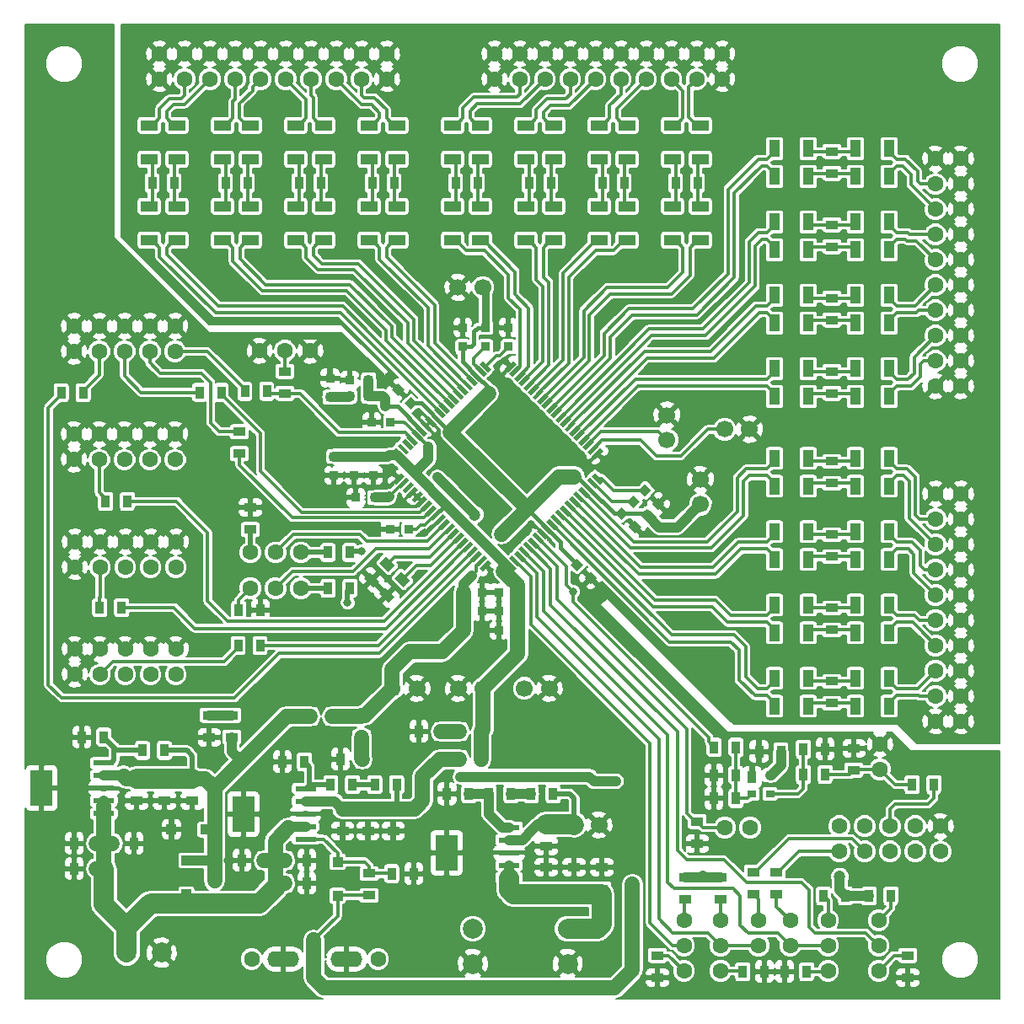
<source format=gtl>
G04 #@! TF.FileFunction,Copper,L1,Top,Signal*
%FSLAX46Y46*%
G04 Gerber Fmt 4.6, Leading zero omitted, Abs format (unit mm)*
G04 Created by KiCad (PCBNEW 4.0.1-stable) date 18/01/2016 14:29:12*
%MOMM*%
G01*
G04 APERTURE LIST*
%ADD10C,0.100000*%
%ADD11R,1.000000X1.000000*%
%ADD12R,0.900000X1.300000*%
%ADD13C,1.600000*%
%ADD14R,1.300000X0.900000*%
%ADD15R,1.700000X1.100000*%
%ADD16R,1.100000X1.700000*%
%ADD17R,0.900000X0.900000*%
%ADD18R,0.900000X1.200000*%
%ADD19R,0.900000X0.800000*%
%ADD20R,2.200000X3.600000*%
%ADD21R,2.150000X0.550000*%
%ADD22O,3.200000X1.600000*%
%ADD23C,2.000000*%
%ADD24C,1.700000*%
%ADD25C,0.800000*%
%ADD26C,1.200000*%
%ADD27C,0.600000*%
%ADD28C,0.300000*%
%ADD29C,0.250000*%
%ADD30C,0.500000*%
%ADD31C,1.500000*%
%ADD32C,1.000000*%
%ADD33C,2.000000*%
%ADD34C,0.400000*%
%ADD35C,0.800000*%
%ADD36C,0.150000*%
G04 APERTURE END LIST*
D10*
D11*
X17284500Y11571500D03*
X17284500Y14971500D03*
D12*
X27170000Y12700000D03*
X29370000Y12700000D03*
X15070000Y26035000D03*
X12870000Y26035000D03*
X26916000Y24892000D03*
X29116000Y24892000D03*
D13*
X16128800Y57785000D03*
X16128800Y55245000D03*
X13588800Y57785000D03*
X13588800Y55245000D03*
X11048800Y57785000D03*
X11048800Y55245000D03*
X8508800Y57785000D03*
X8508800Y55245000D03*
X5968800Y57785000D03*
X5968800Y55245000D03*
X86944000Y24130000D03*
X86944000Y26670000D03*
D12*
X13835000Y83058000D03*
X16035000Y83058000D03*
X21201000Y83058000D03*
X23401000Y83058000D03*
X28567000Y83058000D03*
X30767000Y83058000D03*
X35933000Y83058000D03*
X38133000Y83058000D03*
X44315000Y83058000D03*
X46515000Y83058000D03*
X51681000Y83058000D03*
X53881000Y83058000D03*
X59047000Y83058000D03*
X61247000Y83058000D03*
X66413000Y83058000D03*
X68613000Y83058000D03*
D14*
X82118000Y86190000D03*
X82118000Y83990000D03*
D15*
X20904000Y77294000D03*
X20904000Y80694000D03*
X23698000Y77294000D03*
X23698000Y80694000D03*
X28270000Y77294000D03*
X28270000Y80694000D03*
X31064000Y77294000D03*
X31064000Y80694000D03*
X35636000Y77294000D03*
X35636000Y80694000D03*
X38430000Y77294000D03*
X38430000Y80694000D03*
X44018000Y77294000D03*
X44018000Y80694000D03*
X46812000Y77294000D03*
X46812000Y80694000D03*
X51384000Y77294000D03*
X51384000Y80694000D03*
X54178000Y77294000D03*
X54178000Y80694000D03*
X58750000Y77294000D03*
X58750000Y80694000D03*
X61544000Y77294000D03*
X61544000Y80694000D03*
X66116000Y77294000D03*
X66116000Y80694000D03*
X68910000Y77294000D03*
X68910000Y80694000D03*
D16*
X84482000Y86487000D03*
X87882000Y86487000D03*
X84482000Y83693000D03*
X87882000Y83693000D03*
X84482000Y79121000D03*
X87882000Y79121000D03*
X84482000Y76327000D03*
X87882000Y76327000D03*
X84482000Y71755000D03*
X87882000Y71755000D03*
X84482000Y68961000D03*
X87882000Y68961000D03*
X84482000Y64389000D03*
X87882000Y64389000D03*
X84482000Y61595000D03*
X87882000Y61595000D03*
X84482000Y55372000D03*
X87882000Y55372000D03*
X84482000Y52578000D03*
X87882000Y52578000D03*
X84482000Y48006000D03*
X87882000Y48006000D03*
X84482000Y45212000D03*
X87882000Y45212000D03*
X84482000Y40640000D03*
X87882000Y40640000D03*
X84482000Y37846000D03*
X87882000Y37846000D03*
X76354000Y86487000D03*
X79754000Y86487000D03*
X76354000Y83693000D03*
X79754000Y83693000D03*
X76354000Y79121000D03*
X79754000Y79121000D03*
X76354000Y76327000D03*
X79754000Y76327000D03*
X76354000Y71755000D03*
X79754000Y71755000D03*
X76354000Y68961000D03*
X79754000Y68961000D03*
X76354000Y64389000D03*
X79754000Y64389000D03*
X76354000Y61595000D03*
X79754000Y61595000D03*
X76354000Y55372000D03*
X79754000Y55372000D03*
X76354000Y52578000D03*
X79754000Y52578000D03*
X76354000Y48006000D03*
X79754000Y48006000D03*
X76354000Y45212000D03*
X79754000Y45212000D03*
X76354000Y40640000D03*
X79754000Y40640000D03*
X76354000Y37846000D03*
X79754000Y37846000D03*
D14*
X82118000Y78824000D03*
X82118000Y76624000D03*
X82118000Y71458000D03*
X82118000Y69258000D03*
X82118000Y64092000D03*
X82118000Y61892000D03*
X82118000Y55075000D03*
X82118000Y52875000D03*
X82118000Y47709000D03*
X82118000Y45509000D03*
X82118000Y40343000D03*
X82118000Y38143000D03*
D17*
X31699000Y61534000D03*
X31699000Y63434000D03*
X45100000Y41910000D03*
X47000000Y41910000D03*
D10*
G36*
X60362853Y49846151D02*
X60999249Y50482547D01*
X61635645Y49846151D01*
X60999249Y49209755D01*
X60362853Y49846151D01*
X60362853Y49846151D01*
G37*
G36*
X61706355Y48502649D02*
X62342751Y49139045D01*
X62979147Y48502649D01*
X62342751Y47866253D01*
X61706355Y48502649D01*
X61706355Y48502649D01*
G37*
G36*
X55892453Y44689951D02*
X56528849Y45326347D01*
X57165245Y44689951D01*
X56528849Y44053555D01*
X55892453Y44689951D01*
X55892453Y44689951D01*
G37*
G36*
X57235955Y43346449D02*
X57872351Y43982845D01*
X58508747Y43346449D01*
X57872351Y42710053D01*
X57235955Y43346449D01*
X57235955Y43346449D01*
G37*
D17*
X45034000Y66614000D03*
X45034000Y68514000D03*
D10*
G36*
X40500147Y60923249D02*
X39863751Y60286853D01*
X39227355Y60923249D01*
X39863751Y61559645D01*
X40500147Y60923249D01*
X40500147Y60923249D01*
G37*
G36*
X39156645Y62266751D02*
X38520249Y61630355D01*
X37883853Y62266751D01*
X38520249Y62903147D01*
X39156645Y62266751D01*
X39156645Y62266751D01*
G37*
D17*
X49606000Y66614000D03*
X49606000Y68514000D03*
X47320000Y68514000D03*
X47320000Y66614000D03*
D10*
G36*
X62725053Y52157551D02*
X63361449Y52793947D01*
X63997845Y52157551D01*
X63361449Y51521155D01*
X62725053Y52157551D01*
X62725053Y52157551D01*
G37*
G36*
X64068555Y50814049D02*
X64704951Y51450445D01*
X65341347Y50814049D01*
X64704951Y50177653D01*
X64068555Y50814049D01*
X64068555Y50814049D01*
G37*
G36*
X64172947Y49671049D02*
X63536551Y49034653D01*
X62900155Y49671049D01*
X63536551Y50307445D01*
X64172947Y49671049D01*
X64172947Y49671049D01*
G37*
G36*
X62829445Y51014551D02*
X62193049Y50378155D01*
X61556653Y51014551D01*
X62193049Y51650947D01*
X62829445Y51014551D01*
X62829445Y51014551D01*
G37*
D17*
X36205000Y51435000D03*
X34305000Y51435000D03*
X45100000Y40005000D03*
X47000000Y40005000D03*
X37779800Y59029600D03*
X35879800Y59029600D03*
X50556000Y41910000D03*
X48656000Y41910000D03*
X50556000Y40005000D03*
X48656000Y40005000D03*
X35570000Y63246000D03*
X33670000Y63246000D03*
X50556000Y38100000D03*
X48656000Y38100000D03*
X35570000Y61595000D03*
X33670000Y61595000D03*
X39634000Y48260000D03*
X37734000Y48260000D03*
X36067800Y55560000D03*
X36067800Y53660000D03*
X34112000Y55560000D03*
X34112000Y53660000D03*
X32080000Y55560000D03*
X32080000Y53660000D03*
D10*
G36*
X46751522Y64863048D02*
X47069720Y65181246D01*
X47918248Y64332718D01*
X47600050Y64014520D01*
X46751522Y64863048D01*
X46751522Y64863048D01*
G37*
G36*
X46291903Y64403429D02*
X46610101Y64721627D01*
X47458629Y63873099D01*
X47140431Y63554901D01*
X46291903Y64403429D01*
X46291903Y64403429D01*
G37*
G36*
X45832284Y63943809D02*
X46150482Y64262007D01*
X46999010Y63413479D01*
X46680812Y63095281D01*
X45832284Y63943809D01*
X45832284Y63943809D01*
G37*
G36*
X45372664Y63484190D02*
X45690862Y63802388D01*
X46539390Y62953860D01*
X46221192Y62635662D01*
X45372664Y63484190D01*
X45372664Y63484190D01*
G37*
G36*
X44913045Y63024571D02*
X45231243Y63342769D01*
X46079771Y62494241D01*
X45761573Y62176043D01*
X44913045Y63024571D01*
X44913045Y63024571D01*
G37*
G36*
X44453425Y62564951D02*
X44771623Y62883149D01*
X45620151Y62034621D01*
X45301953Y61716423D01*
X44453425Y62564951D01*
X44453425Y62564951D01*
G37*
G36*
X43993806Y62105332D02*
X44312004Y62423530D01*
X45160532Y61575002D01*
X44842334Y61256804D01*
X43993806Y62105332D01*
X43993806Y62105332D01*
G37*
G36*
X43534187Y61645712D02*
X43852385Y61963910D01*
X44700913Y61115382D01*
X44382715Y60797184D01*
X43534187Y61645712D01*
X43534187Y61645712D01*
G37*
G36*
X43074567Y61186093D02*
X43392765Y61504291D01*
X44241293Y60655763D01*
X43923095Y60337565D01*
X43074567Y61186093D01*
X43074567Y61186093D01*
G37*
G36*
X42614948Y60726474D02*
X42933146Y61044672D01*
X43781674Y60196144D01*
X43463476Y59877946D01*
X42614948Y60726474D01*
X42614948Y60726474D01*
G37*
G36*
X42155328Y60266854D02*
X42473526Y60585052D01*
X43322054Y59736524D01*
X43003856Y59418326D01*
X42155328Y60266854D01*
X42155328Y60266854D01*
G37*
G36*
X41695709Y59807235D02*
X42013907Y60125433D01*
X42862435Y59276905D01*
X42544237Y58958707D01*
X41695709Y59807235D01*
X41695709Y59807235D01*
G37*
G36*
X41236090Y59347615D02*
X41554288Y59665813D01*
X42402816Y58817285D01*
X42084618Y58499087D01*
X41236090Y59347615D01*
X41236090Y59347615D01*
G37*
G36*
X40776470Y58887996D02*
X41094668Y59206194D01*
X41943196Y58357666D01*
X41624998Y58039468D01*
X40776470Y58887996D01*
X40776470Y58887996D01*
G37*
G36*
X40316851Y58428377D02*
X40635049Y58746575D01*
X41483577Y57898047D01*
X41165379Y57579849D01*
X40316851Y58428377D01*
X40316851Y58428377D01*
G37*
G36*
X39857231Y57968757D02*
X40175429Y58286955D01*
X41023957Y57438427D01*
X40705759Y57120229D01*
X39857231Y57968757D01*
X39857231Y57968757D01*
G37*
G36*
X39397612Y57509138D02*
X39715810Y57827336D01*
X40564338Y56978808D01*
X40246140Y56660610D01*
X39397612Y57509138D01*
X39397612Y57509138D01*
G37*
G36*
X38937993Y57049518D02*
X39256191Y57367716D01*
X40104719Y56519188D01*
X39786521Y56200990D01*
X38937993Y57049518D01*
X38937993Y57049518D01*
G37*
G36*
X38478373Y56589899D02*
X38796571Y56908097D01*
X39645099Y56059569D01*
X39326901Y55741371D01*
X38478373Y56589899D01*
X38478373Y56589899D01*
G37*
G36*
X38018754Y56130280D02*
X38336952Y56448478D01*
X39185480Y55599950D01*
X38867282Y55281752D01*
X38018754Y56130280D01*
X38018754Y56130280D01*
G37*
G36*
X38336952Y52771522D02*
X38018754Y53089720D01*
X38867282Y53938248D01*
X39185480Y53620050D01*
X38336952Y52771522D01*
X38336952Y52771522D01*
G37*
G36*
X38796571Y52311903D02*
X38478373Y52630101D01*
X39326901Y53478629D01*
X39645099Y53160431D01*
X38796571Y52311903D01*
X38796571Y52311903D01*
G37*
G36*
X39256191Y51852284D02*
X38937993Y52170482D01*
X39786521Y53019010D01*
X40104719Y52700812D01*
X39256191Y51852284D01*
X39256191Y51852284D01*
G37*
G36*
X39715810Y51392664D02*
X39397612Y51710862D01*
X40246140Y52559390D01*
X40564338Y52241192D01*
X39715810Y51392664D01*
X39715810Y51392664D01*
G37*
G36*
X40175429Y50933045D02*
X39857231Y51251243D01*
X40705759Y52099771D01*
X41023957Y51781573D01*
X40175429Y50933045D01*
X40175429Y50933045D01*
G37*
G36*
X40635049Y50473425D02*
X40316851Y50791623D01*
X41165379Y51640151D01*
X41483577Y51321953D01*
X40635049Y50473425D01*
X40635049Y50473425D01*
G37*
G36*
X41094668Y50013806D02*
X40776470Y50332004D01*
X41624998Y51180532D01*
X41943196Y50862334D01*
X41094668Y50013806D01*
X41094668Y50013806D01*
G37*
G36*
X41554288Y49554187D02*
X41236090Y49872385D01*
X42084618Y50720913D01*
X42402816Y50402715D01*
X41554288Y49554187D01*
X41554288Y49554187D01*
G37*
G36*
X42013907Y49094567D02*
X41695709Y49412765D01*
X42544237Y50261293D01*
X42862435Y49943095D01*
X42013907Y49094567D01*
X42013907Y49094567D01*
G37*
G36*
X42473526Y48634948D02*
X42155328Y48953146D01*
X43003856Y49801674D01*
X43322054Y49483476D01*
X42473526Y48634948D01*
X42473526Y48634948D01*
G37*
G36*
X42933146Y48175328D02*
X42614948Y48493526D01*
X43463476Y49342054D01*
X43781674Y49023856D01*
X42933146Y48175328D01*
X42933146Y48175328D01*
G37*
G36*
X43392765Y47715709D02*
X43074567Y48033907D01*
X43923095Y48882435D01*
X44241293Y48564237D01*
X43392765Y47715709D01*
X43392765Y47715709D01*
G37*
G36*
X43852385Y47256090D02*
X43534187Y47574288D01*
X44382715Y48422816D01*
X44700913Y48104618D01*
X43852385Y47256090D01*
X43852385Y47256090D01*
G37*
G36*
X44312004Y46796470D02*
X43993806Y47114668D01*
X44842334Y47963196D01*
X45160532Y47644998D01*
X44312004Y46796470D01*
X44312004Y46796470D01*
G37*
G36*
X44771623Y46336851D02*
X44453425Y46655049D01*
X45301953Y47503577D01*
X45620151Y47185379D01*
X44771623Y46336851D01*
X44771623Y46336851D01*
G37*
G36*
X45231243Y45877231D02*
X44913045Y46195429D01*
X45761573Y47043957D01*
X46079771Y46725759D01*
X45231243Y45877231D01*
X45231243Y45877231D01*
G37*
G36*
X45690862Y45417612D02*
X45372664Y45735810D01*
X46221192Y46584338D01*
X46539390Y46266140D01*
X45690862Y45417612D01*
X45690862Y45417612D01*
G37*
G36*
X46150482Y44957993D02*
X45832284Y45276191D01*
X46680812Y46124719D01*
X46999010Y45806521D01*
X46150482Y44957993D01*
X46150482Y44957993D01*
G37*
G36*
X46610101Y44498373D02*
X46291903Y44816571D01*
X47140431Y45665099D01*
X47458629Y45346901D01*
X46610101Y44498373D01*
X46610101Y44498373D01*
G37*
G36*
X47069720Y44038754D02*
X46751522Y44356952D01*
X47600050Y45205480D01*
X47918248Y44887282D01*
X47069720Y44038754D01*
X47069720Y44038754D01*
G37*
G36*
X49261752Y44887282D02*
X49579950Y45205480D01*
X50428478Y44356952D01*
X50110280Y44038754D01*
X49261752Y44887282D01*
X49261752Y44887282D01*
G37*
G36*
X49721371Y45346901D02*
X50039569Y45665099D01*
X50888097Y44816571D01*
X50569899Y44498373D01*
X49721371Y45346901D01*
X49721371Y45346901D01*
G37*
G36*
X50180990Y45806521D02*
X50499188Y46124719D01*
X51347716Y45276191D01*
X51029518Y44957993D01*
X50180990Y45806521D01*
X50180990Y45806521D01*
G37*
G36*
X50640610Y46266140D02*
X50958808Y46584338D01*
X51807336Y45735810D01*
X51489138Y45417612D01*
X50640610Y46266140D01*
X50640610Y46266140D01*
G37*
G36*
X51100229Y46725759D02*
X51418427Y47043957D01*
X52266955Y46195429D01*
X51948757Y45877231D01*
X51100229Y46725759D01*
X51100229Y46725759D01*
G37*
G36*
X51559849Y47185379D02*
X51878047Y47503577D01*
X52726575Y46655049D01*
X52408377Y46336851D01*
X51559849Y47185379D01*
X51559849Y47185379D01*
G37*
G36*
X52019468Y47644998D02*
X52337666Y47963196D01*
X53186194Y47114668D01*
X52867996Y46796470D01*
X52019468Y47644998D01*
X52019468Y47644998D01*
G37*
G36*
X52479087Y48104618D02*
X52797285Y48422816D01*
X53645813Y47574288D01*
X53327615Y47256090D01*
X52479087Y48104618D01*
X52479087Y48104618D01*
G37*
G36*
X52938707Y48564237D02*
X53256905Y48882435D01*
X54105433Y48033907D01*
X53787235Y47715709D01*
X52938707Y48564237D01*
X52938707Y48564237D01*
G37*
G36*
X53398326Y49023856D02*
X53716524Y49342054D01*
X54565052Y48493526D01*
X54246854Y48175328D01*
X53398326Y49023856D01*
X53398326Y49023856D01*
G37*
G36*
X53857946Y49483476D02*
X54176144Y49801674D01*
X55024672Y48953146D01*
X54706474Y48634948D01*
X53857946Y49483476D01*
X53857946Y49483476D01*
G37*
G36*
X54317565Y49943095D02*
X54635763Y50261293D01*
X55484291Y49412765D01*
X55166093Y49094567D01*
X54317565Y49943095D01*
X54317565Y49943095D01*
G37*
G36*
X54777184Y50402715D02*
X55095382Y50720913D01*
X55943910Y49872385D01*
X55625712Y49554187D01*
X54777184Y50402715D01*
X54777184Y50402715D01*
G37*
G36*
X55236804Y50862334D02*
X55555002Y51180532D01*
X56403530Y50332004D01*
X56085332Y50013806D01*
X55236804Y50862334D01*
X55236804Y50862334D01*
G37*
G36*
X55696423Y51321953D02*
X56014621Y51640151D01*
X56863149Y50791623D01*
X56544951Y50473425D01*
X55696423Y51321953D01*
X55696423Y51321953D01*
G37*
G36*
X56156043Y51781573D02*
X56474241Y52099771D01*
X57322769Y51251243D01*
X57004571Y50933045D01*
X56156043Y51781573D01*
X56156043Y51781573D01*
G37*
G36*
X56615662Y52241192D02*
X56933860Y52559390D01*
X57782388Y51710862D01*
X57464190Y51392664D01*
X56615662Y52241192D01*
X56615662Y52241192D01*
G37*
G36*
X57075281Y52700812D02*
X57393479Y53019010D01*
X58242007Y52170482D01*
X57923809Y51852284D01*
X57075281Y52700812D01*
X57075281Y52700812D01*
G37*
G36*
X57534901Y53160431D02*
X57853099Y53478629D01*
X58701627Y52630101D01*
X58383429Y52311903D01*
X57534901Y53160431D01*
X57534901Y53160431D01*
G37*
G36*
X57994520Y53620050D02*
X58312718Y53938248D01*
X59161246Y53089720D01*
X58843048Y52771522D01*
X57994520Y53620050D01*
X57994520Y53620050D01*
G37*
G36*
X58310597Y55279630D02*
X57992399Y55597828D01*
X58840927Y56446356D01*
X59159125Y56128158D01*
X58310597Y55279630D01*
X58310597Y55279630D01*
G37*
G36*
X57850978Y55739250D02*
X57532780Y56057448D01*
X58381308Y56905976D01*
X58699506Y56587778D01*
X57850978Y55739250D01*
X57850978Y55739250D01*
G37*
G36*
X57391358Y56198869D02*
X57073160Y56517067D01*
X57921688Y57365595D01*
X58239886Y57047397D01*
X57391358Y56198869D01*
X57391358Y56198869D01*
G37*
G36*
X56931739Y56658488D02*
X56613541Y56976686D01*
X57462069Y57825214D01*
X57780267Y57507016D01*
X56931739Y56658488D01*
X56931739Y56658488D01*
G37*
G36*
X56472119Y57118108D02*
X56153921Y57436306D01*
X57002449Y58284834D01*
X57320647Y57966636D01*
X56472119Y57118108D01*
X56472119Y57118108D01*
G37*
G36*
X56012500Y57577727D02*
X55694302Y57895925D01*
X56542830Y58744453D01*
X56861028Y58426255D01*
X56012500Y57577727D01*
X56012500Y57577727D01*
G37*
G36*
X55552881Y58037347D02*
X55234683Y58355545D01*
X56083211Y59204073D01*
X56401409Y58885875D01*
X55552881Y58037347D01*
X55552881Y58037347D01*
G37*
G36*
X55093261Y58496966D02*
X54775063Y58815164D01*
X55623591Y59663692D01*
X55941789Y59345494D01*
X55093261Y58496966D01*
X55093261Y58496966D01*
G37*
G36*
X54633642Y58956585D02*
X54315444Y59274783D01*
X55163972Y60123311D01*
X55482170Y59805113D01*
X54633642Y58956585D01*
X54633642Y58956585D01*
G37*
G36*
X54174022Y59416205D02*
X53855824Y59734403D01*
X54704352Y60582931D01*
X55022550Y60264733D01*
X54174022Y59416205D01*
X54174022Y59416205D01*
G37*
G36*
X53714403Y59875824D02*
X53396205Y60194022D01*
X54244733Y61042550D01*
X54562931Y60724352D01*
X53714403Y59875824D01*
X53714403Y59875824D01*
G37*
G36*
X53254783Y60335444D02*
X52936585Y60653642D01*
X53785113Y61502170D01*
X54103311Y61183972D01*
X53254783Y60335444D01*
X53254783Y60335444D01*
G37*
G36*
X52795164Y60795063D02*
X52476966Y61113261D01*
X53325494Y61961789D01*
X53643692Y61643591D01*
X52795164Y60795063D01*
X52795164Y60795063D01*
G37*
G36*
X52335545Y61254683D02*
X52017347Y61572881D01*
X52865875Y62421409D01*
X53184073Y62103211D01*
X52335545Y61254683D01*
X52335545Y61254683D01*
G37*
G36*
X51875925Y61714302D02*
X51557727Y62032500D01*
X52406255Y62881028D01*
X52724453Y62562830D01*
X51875925Y61714302D01*
X51875925Y61714302D01*
G37*
G36*
X51416306Y62173921D02*
X51098108Y62492119D01*
X51946636Y63340647D01*
X52264834Y63022449D01*
X51416306Y62173921D01*
X51416306Y62173921D01*
G37*
G36*
X50956686Y62633541D02*
X50638488Y62951739D01*
X51487016Y63800267D01*
X51805214Y63482069D01*
X50956686Y62633541D01*
X50956686Y62633541D01*
G37*
G36*
X50497067Y63093160D02*
X50178869Y63411358D01*
X51027397Y64259886D01*
X51345595Y63941688D01*
X50497067Y63093160D01*
X50497067Y63093160D01*
G37*
G36*
X50037448Y63552780D02*
X49719250Y63870978D01*
X50567778Y64719506D01*
X50885976Y64401308D01*
X50037448Y63552780D01*
X50037448Y63552780D01*
G37*
G36*
X49577828Y64012399D02*
X49259630Y64330597D01*
X50108158Y65179125D01*
X50426356Y64860927D01*
X49577828Y64012399D01*
X49577828Y64012399D01*
G37*
D18*
X74106000Y23356000D03*
D19*
X74106000Y21656000D03*
X75906000Y21656000D03*
X75906000Y23556000D03*
D20*
X43433800Y15748000D03*
D21*
X49694900Y15748000D03*
X49694900Y18288000D03*
X49694900Y13208000D03*
X49694900Y14478000D03*
X49694900Y17018000D03*
D20*
X22986800Y19659600D03*
D21*
X29247900Y19659600D03*
X29247900Y22199600D03*
X29247900Y17119600D03*
X29247900Y18389600D03*
X29247900Y20929600D03*
D20*
X2730300Y22237700D03*
D21*
X8991400Y22237700D03*
X8991400Y24777700D03*
X8991400Y19697700D03*
X8991400Y20967700D03*
X8991400Y23507700D03*
D15*
X13538000Y85422000D03*
X13538000Y88822000D03*
X16332000Y85422000D03*
X16332000Y88822000D03*
X20904000Y85422000D03*
X20904000Y88822000D03*
X23698000Y85422000D03*
X23698000Y88822000D03*
X28270000Y85422000D03*
X28270000Y88822000D03*
X31064000Y85422000D03*
X31064000Y88822000D03*
X35636000Y85422000D03*
X35636000Y88822000D03*
X38430000Y85422000D03*
X38430000Y88822000D03*
X44018000Y85422000D03*
X44018000Y88822000D03*
X46812000Y85422000D03*
X46812000Y88822000D03*
X51384000Y85422000D03*
X51384000Y88822000D03*
X54178000Y85422000D03*
X54178000Y88822000D03*
X58750000Y85422000D03*
X58750000Y88822000D03*
X61544000Y85422000D03*
X61544000Y88822000D03*
X66116000Y85422000D03*
X66116000Y88822000D03*
X68910000Y85422000D03*
X68910000Y88822000D03*
X13538000Y77294000D03*
X13538000Y80694000D03*
X16332000Y77294000D03*
X16332000Y80694000D03*
D12*
X70286500Y26352500D03*
X72486500Y26352500D03*
X70286500Y23558500D03*
X72486500Y23558500D03*
X79240000Y23622000D03*
X81440000Y23622000D03*
D14*
X34874000Y29548000D03*
X34874000Y27348000D03*
X23698000Y48239500D03*
X23698000Y50439500D03*
D12*
X33688000Y45923200D03*
X31488000Y45923200D03*
X22522000Y40106600D03*
X24722000Y40106600D03*
X33688000Y42316400D03*
X31488000Y42316400D03*
D14*
X89738000Y5418000D03*
X89738000Y3218000D03*
D12*
X85844000Y11430000D03*
X88044000Y11430000D03*
X79578000Y3810000D03*
X77378000Y3810000D03*
X83472000Y11430000D03*
X81272000Y11430000D03*
X73144000Y3810000D03*
X75344000Y3810000D03*
D14*
X70942000Y13292000D03*
X70942000Y11092000D03*
X64592000Y5418000D03*
X64592000Y3218000D03*
X67386000Y13292000D03*
X67386000Y11092000D03*
X76530000Y13800000D03*
X76530000Y11600000D03*
X74244000Y13800000D03*
X74244000Y11600000D03*
D12*
X46896000Y27940000D03*
X44696000Y27940000D03*
D14*
X68580000Y18880000D03*
X68580000Y16680000D03*
D16*
X84482000Y33274000D03*
X87882000Y33274000D03*
X84482000Y30480000D03*
X87882000Y30480000D03*
X76354000Y33274000D03*
X79754000Y33274000D03*
X76354000Y30480000D03*
X79754000Y30480000D03*
D12*
X45651400Y21666200D03*
X43451400Y21666200D03*
X49867800Y21666200D03*
X47667800Y21666200D03*
X51909600Y21666200D03*
X54109600Y21666200D03*
X33967400Y22580600D03*
X31767400Y22580600D03*
X36212400Y22580600D03*
X38412400Y22580600D03*
X6786500Y27368500D03*
X8986500Y27368500D03*
X92362000Y22606000D03*
X90162000Y22606000D03*
X8564500Y40386000D03*
X10764500Y40386000D03*
X9136000Y51054000D03*
X11336000Y51054000D03*
X6916400Y61976000D03*
X4716400Y61976000D03*
X18585000Y62001400D03*
X20785000Y62001400D03*
D14*
X22618500Y58059500D03*
X22618500Y55859500D03*
D12*
X23157000Y62103000D03*
X25357000Y62103000D03*
X22471000Y36576000D03*
X24671000Y36576000D03*
D10*
G36*
X37288396Y45497634D02*
X38207634Y44578396D01*
X37571238Y43942000D01*
X36652000Y44861238D01*
X37288396Y45497634D01*
X37288396Y45497634D01*
G37*
G36*
X35732762Y43942000D02*
X36652000Y43022762D01*
X36015604Y42386366D01*
X35096366Y43305604D01*
X35732762Y43942000D01*
X35732762Y43942000D01*
G37*
G36*
X38812396Y43973634D02*
X39731634Y43054396D01*
X39095238Y42418000D01*
X38176000Y43337238D01*
X38812396Y43973634D01*
X38812396Y43973634D01*
G37*
G36*
X37256762Y42418000D02*
X38176000Y41498762D01*
X37539604Y40862366D01*
X36620366Y41781604D01*
X37256762Y42418000D01*
X37256762Y42418000D01*
G37*
D13*
X23698000Y45923200D03*
X28778000Y45923200D03*
X26238000Y45923200D03*
X23698000Y42316400D03*
X28778000Y42316400D03*
X26238000Y42316400D03*
X86817000Y3873500D03*
X86817000Y8953500D03*
X86817000Y6413500D03*
X81737000Y3873500D03*
X81737000Y8953500D03*
X81737000Y6413500D03*
X70942000Y3873500D03*
X70942000Y8953500D03*
X70942000Y6413500D03*
X67259000Y3873500D03*
X67259000Y8953500D03*
X67259000Y6413500D03*
X77927000Y8953500D03*
X77927000Y6413500D03*
X74752000Y8953500D03*
X74752000Y6413500D03*
X73914000Y18288000D03*
X71374000Y18288000D03*
X23825000Y5080000D03*
D22*
X27000000Y5080000D03*
D13*
X36525000Y5080000D03*
D22*
X33350000Y5080000D03*
D12*
X29710000Y29464000D03*
X31910000Y29464000D03*
X44696000Y25146000D03*
X46896000Y25146000D03*
D14*
X84340500Y24046000D03*
X84340500Y26246000D03*
D12*
X72486500Y21209000D03*
X70286500Y21209000D03*
X79240000Y26162000D03*
X81440000Y26162000D03*
X34958000Y25146000D03*
X32758000Y25146000D03*
X76995000Y25908000D03*
X74795000Y25908000D03*
X42832000Y27940000D03*
X40632000Y27940000D03*
D14*
X82118000Y32977000D03*
X82118000Y30777000D03*
X53416000Y18626000D03*
X53416000Y16426000D03*
X32969000Y20150000D03*
X32969000Y17950000D03*
X12268000Y23198000D03*
X12268000Y20998000D03*
X35509000Y20150000D03*
X35509000Y17950000D03*
X15062000Y23198000D03*
X15062000Y20998000D03*
X38049000Y20150000D03*
X38049000Y17950000D03*
X17856000Y23198000D03*
X17856000Y20998000D03*
X53416000Y12108000D03*
X53416000Y14308000D03*
D12*
X27170000Y14986000D03*
X29370000Y14986000D03*
X8224500Y16700500D03*
X6024500Y16700500D03*
D14*
X59004000Y12108000D03*
X59004000Y14308000D03*
D12*
X25052000Y14986000D03*
X22852000Y14986000D03*
X8224500Y14160500D03*
X6024500Y14160500D03*
X9834500Y16700500D03*
X12034500Y16700500D03*
D23*
X11280000Y5715000D03*
X14780000Y5715000D03*
D14*
X56210000Y12108000D03*
X56210000Y14308000D03*
D13*
X16205000Y36195000D03*
X16205000Y33655000D03*
X13665000Y36195000D03*
X13665000Y33655000D03*
X11125000Y36195000D03*
X11125000Y33655000D03*
X8585000Y36195000D03*
X8585000Y33655000D03*
X6045000Y36195000D03*
X6045000Y33655000D03*
X16128800Y68656200D03*
X16128800Y66116200D03*
X13588800Y68656200D03*
X13588800Y66116200D03*
X11048800Y68656200D03*
X11048800Y66116200D03*
X8508800Y68656200D03*
X8508800Y66116200D03*
X5968800Y68656200D03*
X5968800Y66116200D03*
X16205000Y46990000D03*
X16205000Y44450000D03*
X13665000Y46990000D03*
X13665000Y44450000D03*
X11125000Y46990000D03*
X11125000Y44450000D03*
X8585000Y46990000D03*
X8585000Y44450000D03*
X6045000Y46990000D03*
X6045000Y44450000D03*
X82880000Y15875000D03*
X82880000Y18415000D03*
X85420000Y15875000D03*
X85420000Y18415000D03*
X87960000Y15875000D03*
X87960000Y18415000D03*
X90500000Y15875000D03*
X90500000Y18415000D03*
X93040000Y15875000D03*
X93040000Y18415000D03*
X95072000Y28956000D03*
X92532000Y28956000D03*
X95072000Y31496000D03*
X92532000Y31496000D03*
X95072000Y34036000D03*
X92532000Y34036000D03*
X95072000Y36576000D03*
X92532000Y36576000D03*
X95072000Y39116000D03*
X92532000Y39116000D03*
X95072000Y41656000D03*
X92532000Y41656000D03*
X95072000Y44196000D03*
X92532000Y44196000D03*
X95072000Y46736000D03*
X92532000Y46736000D03*
X95072000Y49276000D03*
X92532000Y49276000D03*
X95072000Y51816000D03*
X92532000Y51816000D03*
X95072000Y62611000D03*
X92532000Y62611000D03*
X95072000Y65151000D03*
X92532000Y65151000D03*
X95072000Y67691000D03*
X92532000Y67691000D03*
X95072000Y70231000D03*
X92532000Y70231000D03*
X95072000Y72771000D03*
X92532000Y72771000D03*
X95072000Y75311000D03*
X92532000Y75311000D03*
X95072000Y77851000D03*
X92532000Y77851000D03*
X95072000Y80391000D03*
X92532000Y80391000D03*
X95072000Y82931000D03*
X92532000Y82931000D03*
X95072000Y85471000D03*
X92532000Y85471000D03*
X71069000Y96012000D03*
X71069000Y93472000D03*
X68529000Y96012000D03*
X68529000Y93472000D03*
X65989000Y96012000D03*
X65989000Y93472000D03*
X63449000Y96012000D03*
X63449000Y93472000D03*
X60909000Y96012000D03*
X60909000Y93472000D03*
X58369000Y96012000D03*
X58369000Y93472000D03*
X55829000Y96012000D03*
X55829000Y93472000D03*
X53289000Y96012000D03*
X53289000Y93472000D03*
X50749000Y96012000D03*
X50749000Y93472000D03*
X48209000Y96012000D03*
X48209000Y93472000D03*
X37414000Y96012000D03*
X37414000Y93472000D03*
X34874000Y96012000D03*
X34874000Y93472000D03*
X32334000Y96012000D03*
X32334000Y93472000D03*
X29794000Y96012000D03*
X29794000Y93472000D03*
X27254000Y96012000D03*
X27254000Y93472000D03*
X24714000Y96012000D03*
X24714000Y93472000D03*
X22174000Y96012000D03*
X22174000Y93472000D03*
X19634000Y96012000D03*
X19634000Y93472000D03*
X17094000Y96012000D03*
X17094000Y93472000D03*
X14554000Y96012000D03*
X14554000Y93472000D03*
D23*
X46050000Y8100000D03*
X46050000Y4600000D03*
X55575000Y8100000D03*
X55575000Y4600000D03*
D24*
X37942000Y32258000D03*
X40442000Y32258000D03*
X47046000Y72542400D03*
X44546000Y72542400D03*
X56230000Y18542000D03*
X58730000Y18542000D03*
X47093286Y32258000D03*
X44593286Y32258000D03*
X71343000Y58293000D03*
X73843000Y58293000D03*
X65548978Y57209944D03*
X65548978Y59709944D03*
X68910000Y50769200D03*
X68910000Y53269200D03*
X51228002Y32258000D03*
X53728002Y32258000D03*
D12*
X37901500Y13652500D03*
X40101500Y13652500D03*
D14*
X35636000Y11473000D03*
X35636000Y13673000D03*
D11*
X32461000Y11444500D03*
X32461000Y14844500D03*
X19175000Y18097500D03*
X15775000Y18097500D03*
D13*
X29718000Y66167000D03*
X24638000Y66167000D03*
X27178000Y66167000D03*
D14*
X27178000Y64092000D03*
X27178000Y61892000D03*
X21844000Y29548000D03*
X21844000Y27348000D03*
X19558000Y29548000D03*
X19558000Y27348000D03*
D25*
X49114500Y25476500D03*
X51337000Y20142500D03*
X20603000Y59576000D03*
D26*
X84801500Y13856000D03*
X79848500Y19190000D03*
X96231500Y14110000D03*
X96231500Y20079000D03*
X91151500Y92723000D03*
D25*
X33430000Y31255000D03*
X32033000Y31255000D03*
X24286000Y32017000D03*
X25683000Y30620000D03*
X28477000Y31382000D03*
D26*
X30509000Y56909000D03*
X27207000Y54115000D03*
X27207000Y58560000D03*
D25*
X11078000Y27953000D03*
X13618000Y27953000D03*
D26*
X6506000Y29350000D03*
D25*
X4347000Y29985000D03*
X1934000Y42304000D03*
X1934000Y49035000D03*
X1905000Y31750000D03*
X1934000Y38367000D03*
X1934000Y51702000D03*
X1934000Y56147000D03*
X1934000Y61989000D03*
X38510000Y3950000D03*
X52959000Y56515000D03*
X62230000Y26797000D03*
X70129400Y16586200D03*
X26187400Y40081200D03*
X73025000Y86436200D03*
X56489600Y81178400D03*
X48971200Y81203800D03*
X41148000Y81178400D03*
X33223200Y81737200D03*
X26035000Y81991200D03*
X11417000Y82575400D03*
X18643600Y82016600D03*
X97599200Y55512000D03*
X97573800Y58280600D03*
X11264600Y98311000D03*
X41363600Y98184000D03*
X44411600Y98184000D03*
X58864200Y42329400D03*
X48221600Y56096200D03*
X49796400Y54496000D03*
X44360800Y54724600D03*
X48501000Y49644600D03*
X63627000Y47841200D03*
X74790000Y27419600D03*
X90741200Y25082800D03*
X96430800Y25082800D03*
X97904000Y22746000D03*
X90995200Y9106200D03*
X8445200Y2019600D03*
X19113200Y6947200D03*
X20256200Y2680000D03*
X18884600Y4661200D03*
X15658800Y13221000D03*
X11366200Y11722400D03*
X2120600Y8725200D03*
X7911800Y8090200D03*
X23685200Y29680200D03*
X19722800Y25082800D03*
X2069800Y76568600D03*
X2146000Y88354200D03*
X8927800Y88303400D03*
X9385000Y76670200D03*
X19722800Y67450000D03*
X25971200Y67450000D03*
X32219600Y67450000D03*
X17716200Y29375400D03*
X32219600Y69126400D03*
X27977800Y69126400D03*
X24015400Y69126400D03*
X19735500Y69228000D03*
X39928500Y75197000D03*
X33324500Y76213000D03*
X26657000Y74816000D03*
X19862500Y74054000D03*
X13258500Y75832000D03*
X11353500Y77864000D03*
X11417000Y89294000D03*
X50914000Y75260500D03*
X54533500Y75260500D03*
X57264000Y72657000D03*
X63487000Y74816000D03*
X59804000Y70180500D03*
X69646500Y74816000D03*
X64884000Y64402000D03*
X73964500Y66561000D03*
X75869500Y73927000D03*
X74472500Y81420000D03*
X81902000Y89230500D03*
X81902000Y81356500D03*
X81902000Y73927000D03*
X81902000Y66561000D03*
X81902000Y58623500D03*
X81965500Y50305000D03*
X74625000Y42367500D03*
X74980500Y35700000D03*
X81965500Y35446000D03*
X81965500Y42875500D03*
X67487500Y45352000D03*
X67932000Y42367500D03*
X68186000Y39002000D03*
X86156500Y29032500D03*
X78028500Y29096000D03*
X72504000Y29159500D03*
X71615000Y35763500D03*
X68503500Y33033000D03*
X64249000Y37224000D03*
X60693000Y40780000D03*
X69964000Y28715000D03*
X65138000Y33477500D03*
X60820000Y37859000D03*
X82854500Y26238500D03*
X97904000Y10300000D03*
X97967500Y1791000D03*
X70345000Y1600500D03*
X84188000Y1791000D03*
X89776000Y1791000D03*
X59550000Y3696000D03*
X60439000Y5220000D03*
X64630000Y1600500D03*
X77393500Y2045000D03*
X75361500Y2045000D03*
X60947000Y14427500D03*
X62598000Y14808500D03*
X62598000Y16650000D03*
X62598000Y19063000D03*
X68694000Y26111500D03*
X68694000Y21666500D03*
X68694000Y24270000D03*
X61328000Y24270000D03*
X62598000Y24270000D03*
X62598000Y21666500D03*
X40119000Y11887500D03*
X29387500Y10998500D03*
X17830500Y19571000D03*
X15100000Y19571000D03*
X12306000Y19507500D03*
X37642500Y63132000D03*
X23710600Y51930600D03*
X22466000Y33947400D03*
X26276000Y33769600D03*
X28460400Y34836400D03*
X31991000Y34861800D03*
X33819800Y34887200D03*
X26479500Y37426900D03*
X28460700Y37426900D03*
X31965900Y37439600D03*
X33858200Y37439600D03*
X13512500Y16713500D03*
X60121500Y28905500D03*
X56629000Y32398000D03*
X55041500Y33604500D03*
X60820000Y21666500D03*
X59867500Y24143000D03*
X59677000Y26746500D03*
X58089500Y28524500D03*
X55422500Y29223000D03*
X49136000Y29794500D03*
X34975500Y42240500D03*
X36372500Y48273000D03*
X42405000Y33985500D03*
X42214500Y38557500D03*
X42786000Y29604000D03*
X36436000Y28334000D03*
X40627000Y26238500D03*
X30848000Y27953000D03*
X43421000Y20079000D03*
X58978500Y15697500D03*
X56184500Y15634000D03*
X54978000Y16396000D03*
X51739500Y14935500D03*
X47675500Y15697500D03*
X43421000Y13094000D03*
X45389500Y15761000D03*
X43421000Y18428000D03*
X41516000Y15761000D03*
X31292500Y25159000D03*
X25577500Y24905000D03*
X30657500Y14999000D03*
X21450000Y14935500D03*
X38023500Y16586500D03*
X35483500Y16586500D03*
X32943500Y16650000D03*
X31292500Y18809000D03*
X27292000Y19698000D03*
X4622500Y14110000D03*
X4686000Y16713500D03*
X22974000Y17031000D03*
X24942500Y19634500D03*
X22974000Y22301500D03*
X2730300Y24892000D03*
X2717500Y19507500D03*
X6845000Y22238000D03*
X4940000Y22238000D03*
X5257500Y27318000D03*
X48310200Y58013600D03*
X40652400Y59906200D03*
X42685040Y57260902D03*
X37756800Y54191200D03*
X32118000Y52210000D03*
X30594000Y53734000D03*
X32880000Y51448000D03*
X38925200Y50940000D03*
X41262208Y47885885D03*
X47815200Y43294600D03*
X51896080Y48793678D03*
X59321400Y55131000D03*
X57492600Y54750000D03*
X45034000Y69926400D03*
X49606000Y69901000D03*
X49271587Y65154543D03*
X48805800Y63563800D03*
X65620600Y49873200D03*
X36182000Y40424400D03*
X31686200Y64783000D03*
X33718200Y64808400D03*
D27*
X34581800Y59017200D03*
D25*
X48653400Y36919200D03*
X47002400Y38671800D03*
X33464200Y40856200D03*
D26*
X27339998Y29464000D03*
X82918000Y13348000D03*
X69202000Y13348000D03*
X62090000Y12586000D03*
X30086000Y6998000D03*
X20099999Y12920001D03*
D25*
X34848500Y46050500D03*
X76995000Y24511000D03*
X44811000Y23381000D03*
D27*
X60439000Y22936500D03*
D25*
X41008000Y20959000D03*
X34239000Y20150000D03*
X40182600Y53895706D03*
X43532306Y50546000D03*
X42506600Y53480000D03*
X37629800Y51524200D03*
D26*
X46240400Y49720800D03*
D25*
X45935600Y43574000D03*
X56146500Y41973500D03*
X47662800Y61879942D03*
X56248000Y53530800D03*
X43802000Y58019142D03*
X51528742Y50292400D03*
D26*
X48958200Y47765000D03*
D25*
X26199900Y16954900D03*
D28*
X49136000Y29794500D02*
X49136000Y25498000D01*
X49136000Y25498000D02*
X49114500Y25476500D01*
D29*
X75276200Y16586200D02*
X77880000Y19190000D01*
X77880000Y19190000D02*
X79848500Y19190000D01*
X70129400Y16586200D02*
X75276200Y16586200D01*
D28*
X96231500Y20079000D02*
X96231500Y14110000D01*
D29*
X72453000Y94628000D02*
X89246500Y94628000D01*
X89246500Y94628000D02*
X91151500Y92723000D01*
X71069000Y96012000D02*
X72453000Y94628000D01*
X25683000Y30620000D02*
X24286000Y32017000D01*
X28460400Y34836400D02*
X28460400Y31398600D01*
X28460400Y31398600D02*
X28477000Y31382000D01*
D28*
X27207000Y58560000D02*
X27207000Y54115000D01*
D29*
X4347000Y29985000D02*
X5871000Y29985000D01*
X5871000Y29985000D02*
X6506000Y29350000D01*
D28*
X18160000Y27348000D02*
X17716200Y27791800D01*
X17716200Y27791800D02*
X17716200Y29375400D01*
X19558000Y27348000D02*
X18160000Y27348000D01*
X19558000Y25892000D02*
X19722800Y25727200D01*
X19722800Y25727200D02*
X19722800Y25082800D01*
X19558000Y27348000D02*
X19558000Y25892000D01*
X1905000Y31750000D02*
X2582000Y31750000D01*
X2582000Y31750000D02*
X4347000Y29985000D01*
X1934000Y42304000D02*
X1934000Y38367000D01*
X1934000Y51702000D02*
X1934000Y49035000D01*
X1905000Y31750000D02*
X1905000Y38338000D01*
X1905000Y38338000D02*
X1934000Y38367000D01*
X1934000Y56147000D02*
X1934000Y51702000D01*
X2069800Y76568600D02*
X2069800Y62124800D01*
X2069800Y62124800D02*
X1934000Y61989000D01*
X31965900Y37439600D02*
X33858200Y37439600D01*
X28460700Y37426900D02*
X31953200Y37426900D01*
X31953200Y37426900D02*
X31965900Y37439600D01*
X26479500Y37426900D02*
X28460700Y37426900D01*
X62342751Y48502649D02*
X63004200Y47841200D01*
X63004200Y47841200D02*
X63627000Y47841200D01*
X68580000Y16680000D02*
X70035600Y16680000D01*
X70035600Y16680000D02*
X70129400Y16586200D01*
X78028500Y29096000D02*
X82016600Y29096000D01*
X86156500Y29032500D02*
X82080100Y29032500D01*
X82016600Y29096000D02*
X82156000Y29096000D01*
X82080100Y29032500D02*
X82016600Y29096000D01*
X24722000Y40106600D02*
X26162000Y40106600D01*
X26162000Y40106600D02*
X26187400Y40081200D01*
X48971200Y81203800D02*
X48971200Y77203300D01*
X48971200Y77203300D02*
X49072500Y77102000D01*
X56489600Y81178400D02*
X56489600Y77368400D01*
X56489600Y77368400D02*
X56565500Y77292500D01*
X97573800Y58280600D02*
X97573800Y55537400D01*
X97573800Y55537400D02*
X97599200Y55512000D01*
X14554000Y96012000D02*
X12255000Y98311000D01*
X12255000Y98311000D02*
X11264600Y98311000D01*
X46037000Y98184000D02*
X44411600Y98184000D01*
X48209000Y96012000D02*
X46037000Y98184000D01*
X58521400Y42672200D02*
X58711800Y42481800D01*
X58521400Y42672200D02*
X58864200Y42329400D01*
X57872351Y43321249D02*
X58521400Y42672200D01*
X49796400Y54496000D02*
X49796400Y54521400D01*
X49796400Y54521400D02*
X48221600Y56096200D01*
X97904000Y22746000D02*
X97904000Y23609600D01*
X97904000Y23609600D02*
X96430800Y25082800D01*
X97904000Y10300000D02*
X97904000Y22746000D01*
X7911800Y8090200D02*
X7911800Y2553000D01*
X7911800Y2553000D02*
X8445200Y2019600D01*
X18884600Y4661200D02*
X18884600Y6718600D01*
X18884600Y6718600D02*
X19113200Y6947200D01*
X13512500Y16713500D02*
X13512500Y13868700D01*
X13512500Y13868700D02*
X11366200Y11722400D01*
X4622500Y14110000D02*
X4622500Y11379500D01*
X4622500Y11379500D02*
X7911800Y8090200D01*
X2146000Y88354200D02*
X2146000Y76644800D01*
X2146000Y76644800D02*
X2069800Y76568600D01*
X9385000Y76670200D02*
X8927800Y77127400D01*
X8927800Y77127400D02*
X8927800Y88303400D01*
X32219600Y67450000D02*
X25971200Y67450000D01*
X33718200Y64808400D02*
X33718200Y65951400D01*
X33718200Y65951400D02*
X32219600Y67450000D01*
X24015400Y69126400D02*
X27977800Y69126400D01*
X13258500Y75832000D02*
X19735500Y69355000D01*
X19735500Y69355000D02*
X19735500Y69228000D01*
X11480500Y82944000D02*
X11480500Y89230500D01*
X11480500Y89230500D02*
X11417000Y89294000D01*
X49072500Y77102000D02*
X50914000Y75260500D01*
X54533500Y75260500D02*
X56565500Y77292500D01*
X63487000Y74816000D02*
X59423000Y74816000D01*
X59423000Y74816000D02*
X57264000Y72657000D01*
X73964500Y66561000D02*
X71805500Y64402000D01*
X71805500Y64402000D02*
X64884000Y64402000D01*
X67932000Y42367500D02*
X74625000Y42367500D01*
X81965500Y35446000D02*
X75234500Y35446000D01*
X75234500Y35446000D02*
X74980500Y35700000D01*
X71615000Y35763500D02*
X71615000Y30048500D01*
X71615000Y30048500D02*
X72504000Y29159500D01*
X64249000Y37224000D02*
X68440000Y33033000D01*
X68440000Y33033000D02*
X68503500Y33033000D01*
X58711800Y42481800D02*
X58991200Y42481800D01*
X58991200Y42481800D02*
X60693000Y40780000D01*
X60820000Y37859000D02*
X65138000Y33541000D01*
X65138000Y33541000D02*
X65138000Y33477500D01*
X84340500Y26246000D02*
X82862000Y26246000D01*
X82862000Y26246000D02*
X82854500Y26238500D01*
X89776000Y1791000D02*
X97967500Y1791000D01*
X75361500Y2045000D02*
X70789500Y2045000D01*
X70789500Y2045000D02*
X70345000Y1600500D01*
X89738000Y3218000D02*
X89738000Y1829000D01*
X89738000Y1829000D02*
X89776000Y1791000D01*
X60439000Y5220000D02*
X60439000Y4585000D01*
X60439000Y4585000D02*
X59550000Y3696000D01*
X64592000Y3218000D02*
X64592000Y1638500D01*
X64592000Y1638500D02*
X64630000Y1600500D01*
X77378000Y3810000D02*
X77378000Y2060500D01*
X77378000Y2060500D02*
X77393500Y2045000D01*
X75344000Y3810000D02*
X75344000Y2062500D01*
X75344000Y2062500D02*
X75361500Y2045000D01*
X62598000Y14808500D02*
X61328000Y14808500D01*
X61328000Y14808500D02*
X60947000Y14427500D01*
X62598000Y19063000D02*
X62598000Y16650000D01*
X68694000Y24270000D02*
X68694000Y26111500D01*
X68694000Y21666500D02*
X68757500Y21666500D01*
X61328000Y24270000D02*
X59994500Y24270000D01*
X59994500Y24270000D02*
X59867500Y24143000D01*
X62471000Y24143000D02*
X62598000Y24270000D01*
X40101500Y13652500D02*
X40101500Y11905000D01*
X40101500Y11905000D02*
X40119000Y11887500D01*
X29370000Y12700000D02*
X29370000Y11016000D01*
X29370000Y11016000D02*
X29387500Y10998500D01*
X15100000Y19571000D02*
X17830500Y19571000D01*
X12268000Y20998000D02*
X12268000Y19545500D01*
X12268000Y19545500D02*
X12306000Y19507500D01*
X38520249Y62266751D02*
X38507749Y62266751D01*
X38507749Y62266751D02*
X37642500Y63132000D01*
X23698000Y50439500D02*
X23698000Y51918000D01*
X23698000Y51918000D02*
X23710600Y51930600D01*
X31991000Y34861800D02*
X28485800Y34861800D01*
X28485800Y34861800D02*
X28460400Y34836400D01*
X33819800Y34887200D02*
X32016400Y34887200D01*
X32016400Y34887200D02*
X31991000Y34861800D01*
X12034500Y16700500D02*
X13499500Y16700500D01*
X13499500Y16700500D02*
X13512500Y16713500D01*
X51264502Y29794500D02*
X49136000Y29794500D01*
X53728002Y32258000D02*
X51264502Y29794500D01*
X35874183Y43164183D02*
X35874183Y43139183D01*
X35874183Y43139183D02*
X34975500Y42240500D01*
X37734000Y48260000D02*
X36385500Y48260000D01*
X36385500Y48260000D02*
X36372500Y48273000D01*
X40440594Y51516408D02*
X40900214Y51056788D01*
X39980975Y51976027D02*
X39961227Y51976027D01*
X39961227Y51976027D02*
X38925200Y50940000D01*
X40440594Y51516408D02*
X39980975Y51976027D01*
X40632000Y27940000D02*
X36830000Y27940000D01*
X36830000Y27940000D02*
X36436000Y28334000D01*
X40632000Y27940000D02*
X40632000Y26243500D01*
X40632000Y26243500D02*
X40627000Y26238500D01*
X32758000Y26614500D02*
X31419500Y27953000D01*
X31419500Y27953000D02*
X30848000Y27953000D01*
X32758000Y25146000D02*
X32758000Y26614500D01*
X43451400Y21666200D02*
X43451400Y20109400D01*
X43451400Y20109400D02*
X43421000Y20079000D01*
X59004000Y14308000D02*
X59004000Y15672000D01*
X59004000Y15672000D02*
X58978500Y15697500D01*
X56210000Y14308000D02*
X56210000Y15608500D01*
X56210000Y15608500D02*
X56184500Y15634000D01*
X53416000Y16426000D02*
X54948000Y16426000D01*
X54948000Y16426000D02*
X54978000Y16396000D01*
X51562000Y15748000D02*
X51739500Y15570500D01*
X51739500Y15570500D02*
X51739500Y14935500D01*
X49694900Y15748000D02*
X51562000Y15748000D01*
X49694900Y15748000D02*
X47726000Y15748000D01*
X47726000Y15748000D02*
X47675500Y15697500D01*
X43433800Y15748000D02*
X43433800Y13106800D01*
X43433800Y13106800D02*
X43421000Y13094000D01*
X43433800Y15748000D02*
X45376500Y15748000D01*
X45376500Y15748000D02*
X45389500Y15761000D01*
X43433800Y15748000D02*
X43433800Y18415200D01*
X43433800Y18415200D02*
X43421000Y18428000D01*
X43433800Y15748000D02*
X41529000Y15748000D01*
X41529000Y15748000D02*
X41516000Y15761000D01*
X32758000Y25146000D02*
X31305500Y25146000D01*
X31305500Y25146000D02*
X31292500Y25159000D01*
X26916000Y24892000D02*
X25590500Y24892000D01*
X25590500Y24892000D02*
X25577500Y24905000D01*
X29370000Y14986000D02*
X30644500Y14986000D01*
X30644500Y14986000D02*
X30657500Y14999000D01*
X22852000Y14986000D02*
X21500500Y14986000D01*
X21500500Y14986000D02*
X21450000Y14935500D01*
X38049000Y17950000D02*
X38049000Y16612000D01*
X38049000Y16612000D02*
X38023500Y16586500D01*
X35509000Y17950000D02*
X35509000Y16612000D01*
X35509000Y16612000D02*
X35483500Y16586500D01*
X32969000Y17950000D02*
X32969000Y16675500D01*
X32969000Y16675500D02*
X32943500Y16650000D01*
X30975000Y19634500D02*
X31292500Y19317000D01*
X31292500Y19317000D02*
X31292500Y18809000D01*
X30648000Y19634500D02*
X30975000Y19634500D01*
X29247900Y19659600D02*
X30622900Y19659600D01*
X30622900Y19659600D02*
X30648000Y19634500D01*
X29247900Y19659600D02*
X27330400Y19659600D01*
X27330400Y19659600D02*
X27292000Y19698000D01*
X6024500Y14160500D02*
X4673000Y14160500D01*
X4673000Y14160500D02*
X4622500Y14110000D01*
X6024500Y16700500D02*
X4699000Y16700500D01*
X4699000Y16700500D02*
X4686000Y16713500D01*
X22986800Y19659600D02*
X22986800Y17043800D01*
X22986800Y17043800D02*
X22974000Y17031000D01*
X22986800Y19659600D02*
X24917400Y19659600D01*
X24917400Y19659600D02*
X24942500Y19634500D01*
X22986800Y19659600D02*
X22986800Y22288700D01*
X22986800Y22288700D02*
X22974000Y22301500D01*
D30*
X2730300Y22237700D02*
X2730300Y24892000D01*
X2730300Y22237700D02*
X2730300Y19520300D01*
X2730300Y19520300D02*
X2717500Y19507500D01*
X8991400Y22237700D02*
X6845300Y22237700D01*
X6845300Y22237700D02*
X6845000Y22238000D01*
X2730300Y22237700D02*
X4939700Y22237700D01*
X4939700Y22237700D02*
X4940000Y22238000D01*
X6786500Y27368500D02*
X5308000Y27368500D01*
X5308000Y27368500D02*
X5257500Y27318000D01*
D28*
X40609864Y59863664D02*
X40652400Y59906200D01*
X42685040Y57260902D02*
X42709800Y57264600D01*
X42701991Y57272409D02*
X42696547Y57272409D01*
X42696547Y57272409D02*
X42685040Y57260902D01*
X32080000Y52502000D02*
X32080000Y52248000D01*
X32080000Y52248000D02*
X32118000Y52210000D01*
X32080000Y53660000D02*
X30668000Y53660000D01*
X30668000Y53660000D02*
X30594000Y53734000D01*
X32080000Y53660000D02*
X32080000Y52502000D01*
X34305000Y51435000D02*
X32893000Y51435000D01*
X32893000Y51435000D02*
X32880000Y51448000D01*
X41986000Y48465620D02*
X41841943Y48465620D01*
X42738691Y49218311D02*
X41986000Y48465620D01*
X41841943Y48465620D02*
X41262208Y47885885D01*
X41509392Y48133069D02*
X41262208Y47885885D01*
X53062450Y47839453D02*
X52641903Y48260000D01*
X51896080Y48793678D02*
X52296079Y48393679D01*
X52296079Y48393679D02*
X52508224Y48393679D01*
X52508224Y48393679D02*
X52641903Y48260000D01*
X51896080Y48793678D02*
X51930000Y48857200D01*
X49831238Y64595762D02*
X49271587Y65154543D01*
X49263000Y65164000D02*
X49263000Y65163130D01*
X49263000Y65163130D02*
X49271587Y65154543D01*
X40405240Y50561814D02*
X39303386Y50561814D01*
X39303386Y50561814D02*
X38925200Y50940000D01*
X41854807Y58119593D02*
X42049400Y57925000D01*
X41359833Y58622831D02*
X41854807Y58127857D01*
X41854807Y58127857D02*
X41854807Y58119593D01*
X41224303Y59677600D02*
X41109600Y59792303D01*
X41819453Y59082450D02*
X41224303Y59677600D01*
X41359833Y58622831D02*
X41359834Y58622831D01*
X41359834Y58622831D02*
X41819453Y59082450D01*
X64704951Y50814049D02*
X64704951Y50788849D01*
X64704951Y50788849D02*
X65620600Y49873200D01*
X37398183Y41640183D02*
X37397783Y41640183D01*
X37397783Y41640183D02*
X36182000Y40424400D01*
X38520249Y62266751D02*
X38520249Y62292351D01*
X31699000Y63434000D02*
X31699000Y64770200D01*
X31699000Y64770200D02*
X31686200Y64783000D01*
X33670000Y63246000D02*
X33670000Y64760200D01*
X33670000Y64760200D02*
X33718200Y64808400D01*
X35879800Y59029600D02*
X34594200Y59029600D01*
X34594200Y59029600D02*
X34581800Y59017200D01*
X42701991Y58199912D02*
X42701991Y57272409D01*
X41819453Y59082450D02*
X42701991Y58199912D01*
X40609864Y59372800D02*
X40609864Y59863664D01*
X41359833Y58622831D02*
X40609864Y59372800D01*
X40900214Y51056788D02*
X40405240Y50561814D01*
X38602117Y53354885D02*
X38593115Y53354885D01*
X38593115Y53354885D02*
X37756800Y54191200D01*
X48656000Y38100000D02*
X48656000Y36921800D01*
X48656000Y36921800D02*
X48653400Y36919200D01*
X47000000Y40005000D02*
X47000000Y38674200D01*
X47000000Y38674200D02*
X47002400Y38671800D01*
X47581092Y44392308D02*
X47815200Y44158200D01*
X47815200Y44158200D02*
X47815200Y43294600D01*
X47334885Y44622117D02*
X47564694Y44392308D01*
X47564694Y44392308D02*
X47581092Y44392308D01*
X57872351Y43346449D02*
X57872351Y43321249D01*
X58575762Y55862993D02*
X58589407Y55862993D01*
X58589407Y55862993D02*
X59321400Y55131000D01*
X58575762Y55862993D02*
X58575762Y55833162D01*
X58575762Y55833162D02*
X57492600Y54750000D01*
X49842993Y64595762D02*
X49831238Y64595762D01*
X49842993Y64595762D02*
X49837762Y64595762D01*
X49837762Y64595762D02*
X48805800Y63563800D01*
X49606000Y68514000D02*
X49606000Y69901000D01*
X49606000Y69901000D02*
X49593200Y69913800D01*
X45034000Y68514000D02*
X45034000Y69926400D01*
X45034000Y69926400D02*
X45021200Y69939200D01*
D30*
X17314000Y26035000D02*
X17856000Y25493000D01*
X17856000Y25493000D02*
X17856000Y23198000D01*
X15070000Y26035000D02*
X17314000Y26035000D01*
D31*
X20099999Y22224001D02*
X23275998Y25400000D01*
X23275998Y25400000D02*
X27339998Y29464000D01*
D32*
X21844000Y27348000D02*
X21844000Y25898000D01*
X21844000Y25898000D02*
X22342000Y25400000D01*
X22342000Y25400000D02*
X23275998Y25400000D01*
D28*
X32461000Y11444500D02*
X32461000Y9373000D01*
X32461000Y9373000D02*
X30086000Y6998000D01*
X35636000Y11473000D02*
X32489500Y11473000D01*
X32489500Y11473000D02*
X32461000Y11444500D01*
D32*
X8991400Y23507700D02*
X10909300Y23507700D01*
X10909300Y23507700D02*
X10954299Y23462701D01*
D31*
X11219000Y23198000D02*
X10954299Y23462701D01*
X12268000Y23198000D02*
X11219000Y23198000D01*
D33*
X15062000Y23198000D02*
X12268000Y23198000D01*
X17856000Y23198000D02*
X15062000Y23198000D01*
D31*
X20099999Y12920001D02*
X20099999Y14922500D01*
X20099999Y14922500D02*
X20099999Y18034000D01*
D32*
X17284500Y14971500D02*
X20050999Y14971500D01*
X20050999Y14971500D02*
X20099999Y14922500D01*
D31*
X20099999Y18034000D02*
X20099999Y22224001D01*
D32*
X19175000Y18097500D02*
X20036499Y18097500D01*
X20036499Y18097500D02*
X20099999Y18034000D01*
D30*
X34848500Y46050500D02*
X33815300Y46050500D01*
X33815300Y46050500D02*
X33688000Y45923200D01*
X33464200Y40856200D02*
X33464200Y42092600D01*
X33464200Y42092600D02*
X33688000Y42316400D01*
D31*
X27339998Y29464000D02*
X29710000Y29464000D01*
X20099999Y22224001D02*
X19126000Y23198000D01*
X17856000Y23198000D02*
X19126000Y23198000D01*
D32*
X83472000Y11430000D02*
X85844000Y11430000D01*
X82918000Y13348000D02*
X82918000Y11984000D01*
X82918000Y11984000D02*
X83472000Y11430000D01*
X70942000Y13292000D02*
X69258000Y13292000D01*
X69258000Y13292000D02*
X69202000Y13348000D01*
X67386000Y13292000D02*
X69146000Y13292000D01*
X69146000Y13292000D02*
X69202000Y13348000D01*
D31*
X62090000Y3950000D02*
X62090000Y12332000D01*
X62090000Y12332000D02*
X62090000Y12586000D01*
X60312000Y2172000D02*
X62090000Y3950000D01*
X31102000Y2172000D02*
X60312000Y2172000D01*
X30086000Y3188000D02*
X31102000Y2172000D01*
X30086000Y6998000D02*
X30086000Y3188000D01*
D32*
X75906000Y23556000D02*
X76040000Y23556000D01*
X76040000Y23556000D02*
X76995000Y24511000D01*
X76995000Y25908000D02*
X76995000Y24511000D01*
X57772000Y23381000D02*
X58216500Y22936500D01*
X58216500Y22936500D02*
X60439000Y22936500D01*
X44811000Y23381000D02*
X57772000Y23381000D01*
D31*
X32969000Y20150000D02*
X34239000Y20150000D01*
X34239000Y20150000D02*
X35509000Y20150000D01*
D32*
X29247900Y20929600D02*
X32189400Y20929600D01*
X32189400Y20929600D02*
X32969000Y20150000D01*
D30*
X38412400Y22580600D02*
X38412400Y20513400D01*
X38412400Y20513400D02*
X38049000Y20150000D01*
D31*
X38049000Y20150000D02*
X40199000Y20150000D01*
X40199000Y20150000D02*
X41008000Y20959000D01*
X41008000Y20959000D02*
X41008000Y23408000D01*
X41008000Y23408000D02*
X42746000Y25146000D01*
X42746000Y25146000D02*
X44696000Y25146000D01*
X35509000Y20150000D02*
X38049000Y20150000D01*
X42832000Y27940000D02*
X44696000Y27940000D01*
D28*
X82118000Y32977000D02*
X84185000Y32977000D01*
X84185000Y32977000D02*
X84482000Y33274000D01*
X82118000Y32977000D02*
X80051000Y32977000D01*
X80051000Y32977000D02*
X79754000Y33274000D01*
D31*
X46896000Y27940000D02*
X46896000Y25146000D01*
X47093286Y32258000D02*
X47093286Y28137286D01*
X47093286Y28137286D02*
X46896000Y27940000D01*
X50556000Y38100000D02*
X50556000Y35720714D01*
X50556000Y35720714D02*
X47093286Y32258000D01*
D28*
X42279072Y49677930D02*
X41236600Y48635458D01*
X40759458Y48635458D02*
X40384000Y48260000D01*
X41236600Y48635458D02*
X40759458Y48635458D01*
X40384000Y48260000D02*
X39634000Y48260000D01*
D32*
X41592200Y55956200D02*
X41592200Y56551986D01*
X41592200Y55305306D02*
X41592200Y55956200D01*
X40182600Y53895706D02*
X41592200Y55305306D01*
D28*
X37779800Y59029600D02*
X39114586Y59029600D01*
X39114586Y59029600D02*
X39343186Y58801000D01*
D32*
X38407654Y55670652D02*
X40182600Y53895706D01*
X40182600Y53895706D02*
X43532306Y50546000D01*
D28*
X40440594Y57703592D02*
X41592200Y56551986D01*
D31*
X50556000Y40005000D02*
X50556000Y38100000D01*
X50556000Y41910000D02*
X50556000Y40005000D01*
D32*
X36067800Y55560000D02*
X37517800Y55560000D01*
X37517800Y55560000D02*
X37628452Y55670652D01*
X37628452Y55670652D02*
X38407654Y55670652D01*
X34112000Y55560000D02*
X36067800Y55560000D01*
X32080000Y55560000D02*
X34112000Y55560000D01*
D34*
X38602117Y55865115D02*
X38407654Y55670652D01*
D32*
X43532306Y50546000D02*
X48612306Y45466000D01*
D34*
X43147142Y50546000D02*
X43532306Y50546000D01*
X42279072Y49677930D02*
X43147142Y50546000D01*
X49845115Y44622117D02*
X49350141Y45117091D01*
D32*
X48612306Y45466000D02*
X49136000Y44942306D01*
D34*
X48961215Y45117091D02*
X48612306Y45466000D01*
X49350141Y45117091D02*
X48961215Y45117091D01*
D32*
X49136000Y44942306D02*
X49136000Y44040002D01*
D31*
X50556000Y41910000D02*
X50556000Y42620002D01*
X50556000Y42620002D02*
X49136000Y44040002D01*
D28*
X40440594Y57703592D02*
X39343186Y58801000D01*
X38133000Y83058000D02*
X38133000Y85125000D01*
X38133000Y85125000D02*
X38430000Y85422000D01*
X38133000Y83058000D02*
X38133000Y80991000D01*
X38133000Y80991000D02*
X38430000Y80694000D01*
X46875266Y45081736D02*
X46380292Y44586762D01*
X46380292Y44586762D02*
X46380292Y44018692D01*
X46380292Y44018692D02*
X45935600Y43574000D01*
D32*
X44170600Y51816000D02*
X43573400Y52413200D01*
X46240400Y49746200D02*
X44170600Y51816000D01*
X44170600Y51816000D02*
X42506600Y53480000D01*
D31*
X39738000Y35954000D02*
X37942000Y34158000D01*
X37942000Y34158000D02*
X37942000Y32258000D01*
X42999000Y35954000D02*
X39738000Y35954000D01*
X45100000Y40005000D02*
X45100000Y38055000D01*
X45100000Y38055000D02*
X42999000Y35954000D01*
X34874000Y29548000D02*
X35232000Y29548000D01*
X35232000Y29548000D02*
X37942000Y32258000D01*
X31910000Y29464000D02*
X34790000Y29464000D01*
X34790000Y29464000D02*
X34874000Y29548000D01*
D28*
X39061736Y52895266D02*
X39000866Y52895266D01*
X39000866Y52895266D02*
X37629800Y51524200D01*
D32*
X36205000Y51435000D02*
X37540600Y51435000D01*
X37540600Y51435000D02*
X37629800Y51524200D01*
X46240400Y49720800D02*
X46240400Y49746200D01*
X45100000Y42738400D02*
X45935600Y43574000D01*
X45100000Y41910000D02*
X45100000Y42738400D01*
D31*
X45100000Y40005000D02*
X45100000Y41910000D01*
D28*
X81440000Y23622000D02*
X83916500Y23622000D01*
X83916500Y23622000D02*
X84340500Y24046000D01*
X86944000Y24130000D02*
X84488000Y24130000D01*
X84488000Y24130000D02*
X84404000Y24046000D01*
X83980000Y24130000D02*
X83896000Y24046000D01*
X90162000Y22606000D02*
X88468000Y22606000D01*
X88468000Y22606000D02*
X86944000Y24130000D01*
X69773500Y26873500D02*
X70286500Y26360500D01*
X70286500Y26360500D02*
X70286500Y26352500D01*
X69773500Y27318000D02*
X69773500Y26873500D01*
X56146500Y40945000D02*
X69773500Y27318000D01*
X56146500Y41973500D02*
X56146500Y40945000D01*
X55485800Y42634200D02*
X56146500Y41973500D01*
X55460600Y42634200D02*
X55485800Y42634200D01*
X52602831Y47379833D02*
X55460600Y44522064D01*
X55460600Y44522064D02*
X55460600Y42634200D01*
D32*
X64756800Y48450800D02*
X66591600Y48450800D01*
X66591600Y48450800D02*
X68910000Y50769200D01*
X63536551Y49671049D02*
X64756800Y48450800D01*
D35*
X47320000Y68514000D02*
X47320000Y72268400D01*
X47320000Y72268400D02*
X47046000Y72542400D01*
D30*
X47503200Y68697200D02*
X47320000Y68514000D01*
D34*
X46570000Y68514000D02*
X47320000Y68514000D01*
X45034000Y66614000D02*
X45884000Y66614000D01*
X45884000Y66614000D02*
X46164200Y66894200D01*
X46164200Y66894200D02*
X46164200Y68108200D01*
X46164200Y68108200D02*
X46570000Y68514000D01*
X45034000Y65481200D02*
X45034000Y66614000D01*
X41784098Y60037044D02*
X42279072Y59542070D01*
X40897893Y60923249D02*
X41784098Y60037044D01*
X39863751Y60923249D02*
X40897893Y60923249D01*
X53522070Y48299072D02*
X54831142Y46990000D01*
X56528849Y44689951D02*
X54831142Y46387658D01*
X54831142Y46387658D02*
X54831142Y46990000D01*
X46415647Y63678644D02*
X47662800Y62431491D01*
X47662800Y62431491D02*
X47662800Y61879942D01*
X45034000Y66614000D02*
X45034000Y65060291D01*
X45034000Y65060291D02*
X46415647Y63678644D01*
X42279072Y59542070D02*
X43802000Y58019142D01*
X60999249Y49846151D02*
X63361449Y49846151D01*
X63361449Y49846151D02*
X63536551Y49671049D01*
X57658644Y52435647D02*
X60248140Y49846151D01*
X60248140Y49846151D02*
X60999249Y49846151D01*
D31*
X43802000Y58019142D02*
X47662800Y61879942D01*
X51528742Y50292400D02*
X43802000Y58019142D01*
X48958200Y47765000D02*
X51485600Y50292400D01*
X51485600Y50292400D02*
X54724000Y53530800D01*
D34*
X53522070Y48299072D02*
X51528742Y50292400D01*
X51528742Y50292400D02*
X51485600Y50292400D01*
X56248000Y53530800D02*
X56563491Y53530800D01*
X56563491Y53530800D02*
X57658644Y52435647D01*
D31*
X54724000Y53530800D02*
X56248000Y53530800D01*
D28*
X8508800Y66116200D02*
X8508800Y63768400D01*
X8508800Y63768400D02*
X6916400Y62176000D01*
X6916400Y62176000D02*
X6916400Y61976000D01*
X6916400Y61638000D02*
X6916400Y61976000D01*
X22471000Y36576000D02*
X22471000Y36376000D01*
X22471000Y36376000D02*
X21033000Y34938000D01*
X21033000Y34938000D02*
X20345200Y34938000D01*
X20345200Y34938000D02*
X9868000Y34938000D01*
X9868000Y34938000D02*
X9881000Y34925000D01*
X8585000Y33655000D02*
X9868000Y34938000D01*
X8585000Y41391000D02*
X8564500Y41370500D01*
X8564500Y41370500D02*
X8564500Y40386000D01*
X8585000Y44450000D02*
X8585000Y41391000D01*
X8508800Y55245000D02*
X8508800Y54356000D01*
X9136000Y51316000D02*
X8508800Y51943200D01*
X8508800Y51943200D02*
X8508800Y54356000D01*
X9136000Y51054000D02*
X9136000Y51316000D01*
X82880000Y15875000D02*
X78805000Y15875000D01*
X76730000Y13800000D02*
X76530000Y13800000D01*
X78805000Y15875000D02*
X76730000Y13800000D01*
X82134500Y17158000D02*
X77802000Y17158000D01*
X77802000Y17158000D02*
X74444000Y13800000D01*
X84137000Y17158000D02*
X82134500Y17158000D01*
X85420000Y15875000D02*
X84137000Y17158000D01*
X74444000Y13800000D02*
X74244000Y13800000D01*
X71374000Y18288000D02*
X69172000Y18288000D01*
X69172000Y18288000D02*
X68580000Y18880000D01*
X52143212Y46920214D02*
X54546200Y44517226D01*
X54546200Y44517226D02*
X54546200Y41211800D01*
X54546200Y41211800D02*
X67551000Y28207000D01*
X67551000Y28207000D02*
X67551000Y19709000D01*
X67551000Y19709000D02*
X68380000Y18880000D01*
X68380000Y18880000D02*
X68580000Y18880000D01*
X50764353Y45541356D02*
X52488800Y43816909D01*
X69659000Y7696500D02*
X70942000Y6413500D01*
X52488800Y43816909D02*
X52488800Y39459200D01*
X52488800Y39459200D02*
X64757000Y27191000D01*
X64757000Y27191000D02*
X64757000Y9093500D01*
X64757000Y9093500D02*
X66154000Y7696500D01*
X66154000Y7696500D02*
X69659000Y7696500D01*
X70942000Y6413500D02*
X72073370Y6413500D01*
X72073370Y6413500D02*
X74752000Y6413500D01*
X51223973Y46000975D02*
X53200000Y44024948D01*
X53200000Y44024948D02*
X53200000Y40068800D01*
X53200000Y40068800D02*
X65646000Y27622800D01*
X65646000Y27622800D02*
X65646000Y12776500D01*
X65646000Y12776500D02*
X66281000Y12141500D01*
X72173800Y12141500D02*
X72885000Y11430300D01*
X66281000Y12141500D02*
X72173800Y12141500D01*
X76669400Y7671100D02*
X77927000Y6413500D01*
X72885000Y11430300D02*
X72885000Y8483900D01*
X72885000Y8483900D02*
X73697800Y7671100D01*
X73697800Y7671100D02*
X76669400Y7671100D01*
X77927000Y6413500D02*
X79058370Y6413500D01*
X79058370Y6413500D02*
X81737000Y6413500D01*
X67259000Y6413500D02*
X66127630Y6413500D01*
X66127630Y6413500D02*
X63868000Y8673130D01*
X63868000Y8673130D02*
X63868000Y26733800D01*
X63868000Y26733800D02*
X51879200Y38722600D01*
X51879200Y38722600D02*
X51879200Y43507270D01*
X51879200Y43507270D02*
X50304734Y45081736D01*
X51683592Y46460594D02*
X53877811Y44266375D01*
X66598500Y27914900D02*
X66598500Y16015000D01*
X86017001Y7213499D02*
X86817000Y6413500D01*
X53877811Y44266375D02*
X53877811Y40635589D01*
X53877811Y40635589D02*
X66598500Y27914900D01*
X73542204Y12776500D02*
X79057200Y12776500D01*
X66598500Y16015000D02*
X67561398Y15052102D01*
X67561398Y15052102D02*
X71266602Y15052102D01*
X71266602Y15052102D02*
X73542204Y12776500D01*
X79057200Y12776500D02*
X79844600Y11989100D01*
X79844600Y11989100D02*
X79844600Y8306100D01*
X79844600Y8306100D02*
X80454200Y7696500D01*
X80454200Y7696500D02*
X85534000Y7696500D01*
X85534000Y7696500D02*
X86017001Y7213499D01*
X36309000Y46291800D02*
X41650658Y46291800D01*
X41650658Y46291800D02*
X43657930Y48299072D01*
X34023000Y44005800D02*
X36309000Y46291800D01*
X27927400Y44005800D02*
X34023000Y44005800D01*
X26238000Y42316400D02*
X27927400Y44005800D01*
X43198311Y48758691D02*
X41468020Y47028400D01*
X41468020Y47028400D02*
X35394700Y47028400D01*
X35394700Y47028400D02*
X34683500Y47739600D01*
X28054400Y47739600D02*
X26238000Y45923200D01*
X34683500Y47739600D02*
X28054400Y47739600D01*
D32*
X37274000Y60579000D02*
X37274000Y61341000D01*
X37274000Y61341000D02*
X37020000Y61595000D01*
X37020000Y61595000D02*
X35570000Y61595000D01*
D34*
X38176000Y60579000D02*
X37274000Y60579000D01*
X40900214Y58163212D02*
X38484426Y60579000D01*
X38484426Y60579000D02*
X38176000Y60579000D01*
D32*
X35570000Y61595000D02*
X35570000Y63246000D01*
D28*
X40348000Y44590000D02*
X41787336Y44590000D01*
X41787336Y44590000D02*
X42231536Y45034200D01*
X38953817Y43195817D02*
X40348000Y44590000D01*
X42231536Y45034200D02*
X44577169Y47379833D01*
X37429817Y44719817D02*
X38163600Y45453600D01*
X38163600Y45453600D02*
X41731697Y45453600D01*
X44117550Y47839453D02*
X41731697Y45453600D01*
X25882600Y36576000D02*
X36531052Y36576000D01*
X36531052Y36576000D02*
X36550400Y36595348D01*
X24671000Y36576000D02*
X25882600Y36576000D01*
X45956027Y46000975D02*
X36550400Y36595348D01*
X39980975Y57243973D02*
X39249448Y57975500D01*
X39249448Y57975500D02*
X32617500Y57975500D01*
X32617500Y57975500D02*
X28701000Y61892000D01*
X28701000Y61892000D02*
X27178000Y61892000D01*
X27178000Y61892000D02*
X25568000Y61892000D01*
X25568000Y61892000D02*
X25357000Y62103000D01*
X27901600Y49441400D02*
X22618500Y54724500D01*
X41819453Y50137550D02*
X41123303Y49441400D01*
X41123303Y49441400D02*
X27901600Y49441400D01*
X22618500Y54724500D02*
X22618500Y55859500D01*
X11336000Y51054000D02*
X12826800Y51054000D01*
X12826800Y51054000D02*
X16256000Y51054000D01*
X21450000Y39002000D02*
X37118574Y39002000D01*
X37118574Y39002000D02*
X45036788Y46920214D01*
X19418000Y41034000D02*
X21450000Y39002000D01*
X19418000Y47892000D02*
X19418000Y41034000D01*
X16256000Y51054000D02*
X19418000Y47892000D01*
X45496408Y46460594D02*
X37326614Y38290800D01*
X37326614Y38290800D02*
X18097200Y38290800D01*
X18097200Y38290800D02*
X16002000Y40386000D01*
X16002000Y40386000D02*
X13284000Y40386000D01*
X13284000Y40386000D02*
X12077500Y40386000D01*
X10764500Y40386000D02*
X12077500Y40386000D01*
D30*
X10002500Y26352500D02*
X10002500Y25908000D01*
X10002500Y25908000D02*
X10002500Y25014500D01*
X12870000Y26035000D02*
X10129500Y26035000D01*
X10129500Y26035000D02*
X10002500Y25908000D01*
X10027500Y26352500D02*
X10002500Y26352500D01*
X10002500Y25014500D02*
X9765700Y24777700D01*
X9765700Y24777700D02*
X8991400Y24777700D01*
X10002500Y26352500D02*
X8986500Y27368500D01*
X33967400Y22580600D02*
X36212400Y22580600D01*
X29620000Y24388000D02*
X29620000Y22589500D01*
X29620000Y22589500D02*
X29628900Y22580600D01*
X29116000Y24892000D02*
X29620000Y24388000D01*
X31767400Y22580600D02*
X29628900Y22580600D01*
X29628900Y22580600D02*
X29247900Y22199600D01*
D32*
X49047600Y18288000D02*
X47667800Y19667800D01*
X47667800Y19667800D02*
X47667800Y21666200D01*
X49694900Y18288000D02*
X49047600Y18288000D01*
X47667800Y21666200D02*
X45651400Y21666200D01*
D28*
X53981689Y48758691D02*
X65795780Y36944600D01*
X65795780Y36944600D02*
X71945200Y36944600D01*
X76354000Y30783200D02*
X76354000Y30480000D01*
X71945200Y36944600D02*
X72783400Y36106400D01*
X72783400Y36106400D02*
X72783400Y33134600D01*
X74383600Y31534400D02*
X75602800Y31534400D01*
X72783400Y33134600D02*
X74383600Y31534400D01*
X75602800Y31534400D02*
X76354000Y30783200D01*
X75602800Y38897200D02*
X71627800Y38897200D01*
X71627800Y38897200D02*
X70075200Y40449800D01*
X54900928Y49677930D02*
X64129058Y40449800D01*
X64129058Y40449800D02*
X70075200Y40449800D01*
X75602800Y38897200D02*
X76354000Y38146000D01*
X76354000Y38146000D02*
X76354000Y37846000D01*
X73012000Y46266400D02*
X70472000Y43726400D01*
X70472000Y43726400D02*
X62690936Y43726400D01*
X75602800Y46266400D02*
X73012000Y46266400D01*
X62690936Y43726400D02*
X55820167Y50597169D01*
X76354000Y45515200D02*
X76354000Y45212000D01*
X75602800Y46266400D02*
X76354000Y45515200D01*
X73266000Y53099000D02*
X73799400Y53632400D01*
X73799400Y53632400D02*
X75602800Y53632400D01*
X73266000Y49631800D02*
X73266000Y53099000D01*
X70002200Y46368000D02*
X73266000Y49631800D01*
X56739406Y51516408D02*
X61887814Y46368000D01*
X61887814Y46368000D02*
X70002200Y46368000D01*
X75602800Y53632400D02*
X76354000Y52881200D01*
X76354000Y52881200D02*
X76354000Y52578000D01*
X57196904Y57241851D02*
X62604453Y62649400D01*
X62604453Y62649400D02*
X75602800Y62649400D01*
X75602800Y62649400D02*
X76354000Y61898200D01*
X76354000Y61898200D02*
X76354000Y61595000D01*
X56277665Y58161090D02*
X63559975Y65443400D01*
X70294200Y65443400D02*
X74866200Y70015400D01*
X75602800Y70015400D02*
X76354000Y69264200D01*
X63559975Y65443400D02*
X70294200Y65443400D01*
X74866200Y70015400D02*
X75602800Y70015400D01*
X76354000Y69264200D02*
X76354000Y68961000D01*
X69456000Y67704000D02*
X63982097Y67704000D01*
X63982097Y67704000D02*
X55358426Y59080329D01*
X74434400Y72682400D02*
X69456000Y67704000D01*
X74434400Y76721000D02*
X74434400Y72682400D01*
X75094800Y77381400D02*
X74434400Y76721000D01*
X75602800Y77381400D02*
X75094800Y77381400D01*
X75602800Y77381400D02*
X76354000Y76630200D01*
X76354000Y76630200D02*
X76354000Y76327000D01*
X54439187Y59999568D02*
X59880200Y65440581D01*
X59880200Y65440581D02*
X59880200Y67577000D01*
X59880200Y67577000D02*
X62090000Y69786800D01*
X76354000Y83996200D02*
X76354000Y83693000D01*
X62090000Y69786800D02*
X68567000Y69786800D01*
X75069400Y84747400D02*
X75602800Y84747400D01*
X68567000Y69786800D02*
X72326200Y73546000D01*
X72326200Y73546000D02*
X72326200Y82004200D01*
X72326200Y82004200D02*
X75069400Y84747400D01*
X75602800Y84747400D02*
X76354000Y83996200D01*
X53519948Y60918807D02*
X57772000Y65170859D01*
X59880200Y71895000D02*
X66027000Y71895000D01*
X57772000Y65170859D02*
X57772000Y69786800D01*
X57772000Y69786800D02*
X59880200Y71895000D01*
X66027000Y71895000D02*
X67855800Y73723800D01*
X68606600Y77294000D02*
X68910000Y77294000D01*
X67855800Y73723800D02*
X67855800Y76543200D01*
X67855800Y76543200D02*
X68606600Y77294000D01*
X61544000Y77294000D02*
X61244000Y77294000D01*
X58381600Y76238400D02*
X55714600Y73571400D01*
X61244000Y77294000D02*
X60188400Y76238400D01*
X60188400Y76238400D02*
X58381600Y76238400D01*
X55714600Y73571400D02*
X55714600Y64951936D01*
X55714600Y64951936D02*
X52600710Y61838046D01*
X54178000Y77294000D02*
X53874600Y77294000D01*
X53874600Y77294000D02*
X53123800Y76543200D01*
X53123800Y76543200D02*
X53123800Y73596800D01*
X53123800Y73596800D02*
X53682600Y73038000D01*
X53682600Y73038000D02*
X53682600Y64758413D01*
X53682600Y64758413D02*
X51681471Y62757284D01*
X46812000Y77294000D02*
X47112000Y77294000D01*
X47112000Y77294000D02*
X50291800Y74114200D01*
X51676000Y70447200D02*
X51676000Y64590291D01*
X50291800Y74114200D02*
X50291800Y71831400D01*
X50291800Y71831400D02*
X51676000Y70447200D01*
X51676000Y64590291D02*
X50762232Y63676523D01*
X42214600Y66960452D02*
X42214600Y70790000D01*
X38430000Y77294000D02*
X38126600Y77294000D01*
X38126600Y77294000D02*
X37375800Y76543200D01*
X37375800Y76543200D02*
X37375800Y75628800D01*
X37375800Y75628800D02*
X42214600Y70790000D01*
X42214600Y66960452D02*
X45956027Y63219025D01*
X40144400Y67192174D02*
X40144400Y69304200D01*
X31064000Y77294000D02*
X30760600Y77294000D01*
X30760600Y77294000D02*
X30009800Y76543200D01*
X30860400Y74943000D02*
X34505600Y74943000D01*
X30009800Y76543200D02*
X30009800Y75793600D01*
X30009800Y75793600D02*
X30860400Y74943000D01*
X34505600Y74943000D02*
X40144400Y69304200D01*
X40144400Y67192174D02*
X45036788Y62299786D01*
X23698000Y77294000D02*
X23394600Y77294000D01*
X23394600Y77294000D02*
X22643800Y76543200D01*
X33718200Y72834800D02*
X37922000Y68631000D01*
X22643800Y76543200D02*
X22643800Y75387200D01*
X22643800Y75387200D02*
X25196200Y72834800D01*
X25196200Y72834800D02*
X33718200Y72834800D01*
X37922000Y68631000D02*
X37922000Y67576097D01*
X37922000Y67576097D02*
X44117550Y61380547D01*
X32983820Y70675800D02*
X35902600Y67757020D01*
X20484800Y70675800D02*
X32983820Y70675800D01*
X15277800Y75882800D02*
X20484800Y70675800D01*
X35902600Y67757020D02*
X43198311Y60461309D01*
X15277800Y76200000D02*
X15277800Y76022200D01*
X15277800Y76543200D02*
X15277800Y76200000D01*
X15277800Y76200000D02*
X15277800Y75882800D01*
X15277800Y76022200D02*
X15277800Y75882800D01*
X16332000Y77294000D02*
X16028600Y77294000D01*
X16028600Y77294000D02*
X15277800Y76543200D01*
X51681000Y83058000D02*
X51681000Y85125000D01*
X51681000Y85125000D02*
X51384000Y85422000D01*
X51681000Y83058000D02*
X51681000Y80991000D01*
X51681000Y80991000D02*
X51384000Y80694000D01*
X53881000Y83058000D02*
X53881000Y80991000D01*
X53881000Y80991000D02*
X54178000Y80694000D01*
X53881000Y83058000D02*
X53881000Y85125000D01*
X53881000Y85125000D02*
X54178000Y85422000D01*
X76354000Y33274000D02*
X76354000Y32971400D01*
X76354000Y32971400D02*
X75602800Y32220200D01*
X75602800Y32220200D02*
X74688400Y32220200D01*
X65991420Y37668200D02*
X54441309Y49218311D01*
X74688400Y32220200D02*
X73443800Y33464800D01*
X73443800Y33464800D02*
X73443800Y36487400D01*
X73443800Y36487400D02*
X72263000Y37668200D01*
X72263000Y37668200D02*
X65991420Y37668200D01*
X75602800Y39586200D02*
X71932600Y39586200D01*
X71932600Y39586200D02*
X70396200Y41122600D01*
X55360547Y50137550D02*
X64375497Y41122600D01*
X64375497Y41122600D02*
X70396200Y41122600D01*
X76354000Y40337400D02*
X76354000Y40640000D01*
X75602800Y39586200D02*
X76354000Y40337400D01*
X56279786Y51056788D02*
X62924374Y44412200D01*
X62924374Y44412200D02*
X70141800Y44412200D01*
X70141800Y44412200D02*
X72681800Y46952200D01*
X72681800Y46952200D02*
X75602800Y46952200D01*
X75602800Y46952200D02*
X76354000Y47703400D01*
X76354000Y47703400D02*
X76354000Y48006000D01*
X72618400Y53416600D02*
X73520000Y54318200D01*
X73520000Y54318200D02*
X75602800Y54318200D01*
X72618400Y49987600D02*
X69583000Y46952200D01*
X72618400Y49987600D02*
X72618400Y53416600D01*
D29*
X74891600Y54318200D02*
X75602800Y54318200D01*
D28*
X76354000Y55372000D02*
X76354000Y55069400D01*
X76354000Y55069400D02*
X75602800Y54318200D01*
X69583000Y46952200D02*
X62222852Y46952200D01*
X62222852Y46952200D02*
X57199025Y51976027D01*
X56737284Y57701471D02*
X62371013Y63335200D01*
X62371013Y63335200D02*
X75602800Y63335200D01*
X75602800Y63335200D02*
X76354000Y64086400D01*
X76354000Y64086400D02*
X76354000Y64389000D01*
X55818046Y58620710D02*
X63326536Y66129200D01*
X75602800Y70701200D02*
X76354000Y71452400D01*
X76354000Y71452400D02*
X76354000Y71755000D01*
X63326536Y66129200D02*
X69938600Y66129200D01*
X69938600Y66129200D02*
X74510600Y70701200D01*
X74510600Y70701200D02*
X75602800Y70701200D01*
X54898807Y59539948D02*
X63723259Y68364400D01*
X63723259Y68364400D02*
X69125800Y68364400D01*
X73799400Y73038000D02*
X73799400Y77102000D01*
X69125800Y68364400D02*
X73799400Y73038000D01*
X73799400Y77102000D02*
X74764600Y78067200D01*
X74764600Y78067200D02*
X75602800Y78067200D01*
X75602800Y78067200D02*
X76354000Y78818400D01*
X76354000Y78818400D02*
X76354000Y79121000D01*
X53979568Y60459187D02*
X59245200Y65724819D01*
X59245200Y65724819D02*
X59245200Y67932600D01*
X59245200Y67932600D02*
X61709000Y70396400D01*
X61709000Y70396400D02*
X68186000Y70396400D01*
X76354000Y86184400D02*
X76354000Y86487000D01*
X68186000Y70396400D02*
X71691200Y73901600D01*
X71691200Y73901600D02*
X71691200Y82385200D01*
X71691200Y82385200D02*
X74739200Y85433200D01*
X74739200Y85433200D02*
X75602800Y85433200D01*
X75602800Y85433200D02*
X76354000Y86184400D01*
X53060329Y61378426D02*
X57187800Y65505897D01*
X57187800Y65505897D02*
X57187800Y70193200D01*
X57187800Y70193200D02*
X59524600Y72530000D01*
X59524600Y72530000D02*
X65646000Y72530000D01*
X65646000Y72530000D02*
X67170000Y74054000D01*
X67170000Y74054000D02*
X67170000Y76543200D01*
X67170000Y76543200D02*
X66419200Y77294000D01*
X66419200Y77294000D02*
X66116000Y77294000D01*
X58750000Y77294000D02*
X58450000Y77294000D01*
X58450000Y77294000D02*
X55130400Y73974400D01*
X55130400Y73974400D02*
X55130400Y65286975D01*
X55130400Y65286975D02*
X52141090Y62297665D01*
X51221851Y63216904D02*
X53098400Y65093453D01*
X53098400Y65093453D02*
X53098400Y72657000D01*
X53098400Y72657000D02*
X52438000Y73317400D01*
X52438000Y73317400D02*
X52438000Y76543200D01*
X52438000Y76543200D02*
X51687200Y77294000D01*
X51687200Y77294000D02*
X51384000Y77294000D01*
X44018000Y77294000D02*
X44346600Y77294000D01*
X47205600Y76238400D02*
X49644000Y73800000D01*
X49644000Y71488600D02*
X50797587Y70335013D01*
X44346600Y77294000D02*
X45402200Y76238400D01*
X45402200Y76238400D02*
X47205600Y76238400D01*
X49644000Y73800000D02*
X49644000Y71488600D01*
X50797587Y70335013D02*
X50797587Y64631117D01*
X50797587Y64631117D02*
X50302613Y64136143D01*
X45496408Y62759406D02*
X41541400Y66714414D01*
X41541400Y66714414D02*
X41541400Y70523400D01*
X41541400Y70523400D02*
X36690000Y75374800D01*
X36690000Y75374800D02*
X36690000Y76543200D01*
X36690000Y76543200D02*
X35939200Y77294000D01*
X35939200Y77294000D02*
X35636000Y77294000D01*
X39488336Y66929000D02*
X39488336Y69020464D01*
X28270000Y77294000D02*
X28573200Y77294000D01*
X28573200Y77294000D02*
X29324000Y76543200D01*
X29324000Y76543200D02*
X29324000Y75527200D01*
X29324000Y75527200D02*
X30492400Y74358800D01*
X30492400Y74358800D02*
X34150000Y74358800D01*
X34150000Y74358800D02*
X39488336Y69020464D01*
X39488336Y66929000D02*
X44577169Y61840167D01*
X20904000Y77294000D02*
X21207200Y77294000D01*
X21207200Y77294000D02*
X21958000Y76543200D01*
X21958000Y76543200D02*
X21958000Y75146200D01*
X21958000Y75146200D02*
X24879000Y72225200D01*
X24879000Y72225200D02*
X33362600Y72225200D01*
X37337800Y68250000D02*
X37337800Y67241058D01*
X33362600Y72225200D02*
X37337800Y68250000D01*
X37337800Y67241058D02*
X43657930Y60920928D01*
X14592000Y75628800D02*
X14592000Y76543200D01*
X20205400Y70015400D02*
X14592000Y75628800D01*
X32724980Y70015400D02*
X20205400Y70015400D01*
X14592000Y76543200D02*
X13841200Y77294000D01*
X13841200Y77294000D02*
X13538000Y77294000D01*
X42738691Y60001689D02*
X32724980Y70015400D01*
D32*
X31699000Y61534000D02*
X33609000Y61534000D01*
X33609000Y61534000D02*
X33670000Y61595000D01*
D28*
X58116143Y56322613D02*
X58981930Y57188400D01*
X58981930Y57188400D02*
X62902800Y57188400D01*
X62902800Y57188400D02*
X64477600Y55613600D01*
X64477600Y55613600D02*
X66966800Y55613600D01*
X66966800Y55613600D02*
X69646200Y58293000D01*
X69646200Y58293000D02*
X71343000Y58293000D01*
X79240000Y26162000D02*
X79240000Y23622000D01*
X78716500Y21656000D02*
X79240000Y22179500D01*
X79240000Y22179500D02*
X79240000Y23622000D01*
X75906000Y21656000D02*
X78716500Y21656000D01*
X82118000Y30777000D02*
X80051000Y30777000D01*
X80051000Y30777000D02*
X79754000Y30480000D01*
X82118000Y30777000D02*
X84185000Y30777000D01*
X84185000Y30777000D02*
X84482000Y30480000D01*
X82118000Y40343000D02*
X84185000Y40343000D01*
X84185000Y40343000D02*
X84482000Y40640000D01*
X82118000Y40343000D02*
X80051000Y40343000D01*
X80051000Y40343000D02*
X79754000Y40640000D01*
X82118000Y38143000D02*
X80051000Y38143000D01*
X80051000Y38143000D02*
X79754000Y37846000D01*
X82118000Y38143000D02*
X84185000Y38143000D01*
X84185000Y38143000D02*
X84482000Y37846000D01*
X82118000Y47709000D02*
X80051000Y47709000D01*
X80051000Y47709000D02*
X79754000Y48006000D01*
X82118000Y47709000D02*
X84185000Y47709000D01*
X84185000Y47709000D02*
X84482000Y48006000D01*
X82118000Y45509000D02*
X84185000Y45509000D01*
X84185000Y45509000D02*
X84482000Y45212000D01*
X82118000Y45509000D02*
X80051000Y45509000D01*
X80051000Y45509000D02*
X79754000Y45212000D01*
X82118000Y55075000D02*
X84185000Y55075000D01*
X84185000Y55075000D02*
X84482000Y55372000D01*
X82118000Y55075000D02*
X80051000Y55075000D01*
X80051000Y55075000D02*
X79754000Y55372000D01*
X82118000Y52875000D02*
X80051000Y52875000D01*
X80051000Y52875000D02*
X79754000Y52578000D01*
X82118000Y52875000D02*
X84185000Y52875000D01*
X84185000Y52875000D02*
X84482000Y52578000D01*
X82118000Y64092000D02*
X80051000Y64092000D01*
X80051000Y64092000D02*
X79754000Y64389000D01*
X82118000Y64092000D02*
X84185000Y64092000D01*
X84185000Y64092000D02*
X84482000Y64389000D01*
X82118000Y61892000D02*
X84185000Y61892000D01*
X84185000Y61892000D02*
X84482000Y61595000D01*
X82118000Y61892000D02*
X80051000Y61892000D01*
X80051000Y61892000D02*
X79754000Y61595000D01*
X82118000Y71458000D02*
X84185000Y71458000D01*
X84185000Y71458000D02*
X84482000Y71755000D01*
X82118000Y71458000D02*
X80051000Y71458000D01*
X80051000Y71458000D02*
X79754000Y71755000D01*
X82118000Y69258000D02*
X80051000Y69258000D01*
X80051000Y69258000D02*
X79754000Y68961000D01*
X82118000Y69258000D02*
X84185000Y69258000D01*
X84185000Y69258000D02*
X84482000Y68961000D01*
X82118000Y78824000D02*
X84185000Y78824000D01*
X84185000Y78824000D02*
X84482000Y79121000D01*
X82118000Y78824000D02*
X80051000Y78824000D01*
X80051000Y78824000D02*
X79754000Y79121000D01*
X82118000Y76624000D02*
X80051000Y76624000D01*
X80051000Y76624000D02*
X79754000Y76327000D01*
X82118000Y76624000D02*
X84185000Y76624000D01*
X84185000Y76624000D02*
X84482000Y76327000D01*
X82118000Y86190000D02*
X84185000Y86190000D01*
X84185000Y86190000D02*
X84482000Y86487000D01*
X82118000Y86190000D02*
X80051000Y86190000D01*
X80051000Y86190000D02*
X79754000Y86487000D01*
X82118000Y83990000D02*
X80051000Y83990000D01*
X80051000Y83990000D02*
X79754000Y83693000D01*
X82118000Y83990000D02*
X84185000Y83990000D01*
X84185000Y83990000D02*
X84482000Y83693000D01*
X59047000Y83058000D02*
X59047000Y85125000D01*
X59047000Y85125000D02*
X58750000Y85422000D01*
X59047000Y83058000D02*
X59047000Y80991000D01*
X59047000Y80991000D02*
X58750000Y80694000D01*
X61247000Y83058000D02*
X61247000Y80991000D01*
X61247000Y80991000D02*
X61544000Y80694000D01*
X61247000Y83058000D02*
X61247000Y85125000D01*
X61247000Y85125000D02*
X61544000Y85422000D01*
X44315000Y83058000D02*
X44315000Y85125000D01*
X44315000Y85125000D02*
X44018000Y85422000D01*
X44315000Y83058000D02*
X44315000Y80991000D01*
X44315000Y80991000D02*
X44018000Y80694000D01*
X46515000Y83058000D02*
X46515000Y80991000D01*
X46515000Y80991000D02*
X46812000Y80694000D01*
X46515000Y83058000D02*
X46515000Y85125000D01*
X46515000Y85125000D02*
X46812000Y85422000D01*
X28567000Y83058000D02*
X28567000Y80991000D01*
X28567000Y80991000D02*
X28270000Y80694000D01*
X28567000Y83058000D02*
X28567000Y85125000D01*
X28567000Y85125000D02*
X28270000Y85422000D01*
X30767000Y83058000D02*
X30767000Y85125000D01*
X30767000Y85125000D02*
X31064000Y85422000D01*
X30767000Y83058000D02*
X30767000Y80991000D01*
X30767000Y80991000D02*
X31064000Y80694000D01*
X13835000Y83058000D02*
X13835000Y80991000D01*
X13835000Y80991000D02*
X13538000Y80694000D01*
X13835000Y83058000D02*
X13835000Y85125000D01*
X13835000Y85125000D02*
X13538000Y85422000D01*
X16035000Y83058000D02*
X16035000Y80991000D01*
X16035000Y80991000D02*
X16332000Y80694000D01*
X16035000Y83058000D02*
X16035000Y85125000D01*
X16035000Y85125000D02*
X16332000Y85422000D01*
X74752000Y8953500D02*
X74752000Y11092000D01*
X74752000Y11092000D02*
X74244000Y11600000D01*
X76530000Y11600000D02*
X76530000Y10350500D01*
X76530000Y10350500D02*
X77927000Y8953500D01*
X23698000Y42316400D02*
X22522000Y41140400D01*
X22522000Y41140400D02*
X22522000Y40106600D01*
D30*
X31488000Y42316400D02*
X28778000Y42316400D01*
X23698000Y45923200D02*
X23698000Y48239500D01*
X31488000Y45923200D02*
X28778000Y45923200D01*
D28*
X66413000Y83058000D02*
X66413000Y80991000D01*
X66413000Y80991000D02*
X66116000Y80694000D01*
X66413000Y83058000D02*
X66413000Y85125000D01*
X66413000Y85125000D02*
X66116000Y85422000D01*
X68613000Y83058000D02*
X68613000Y85125000D01*
X68613000Y85125000D02*
X68910000Y85422000D01*
X68613000Y83058000D02*
X68613000Y80991000D01*
X68613000Y80991000D02*
X68910000Y80694000D01*
X35933000Y83058000D02*
X35933000Y80991000D01*
X35933000Y80991000D02*
X35636000Y80694000D01*
X35933000Y83058000D02*
X35933000Y85125000D01*
X35933000Y85125000D02*
X35636000Y85422000D01*
X21201000Y83058000D02*
X21201000Y80991000D01*
X21201000Y80991000D02*
X20904000Y80694000D01*
X21201000Y83058000D02*
X21201000Y85125000D01*
X21201000Y85125000D02*
X20904000Y85422000D01*
X23401000Y83058000D02*
X23401000Y80991000D01*
X23401000Y80991000D02*
X23698000Y80694000D01*
X23401000Y83058000D02*
X23401000Y85125000D01*
X23401000Y85125000D02*
X23698000Y85422000D01*
X87882000Y30480000D02*
X87882000Y30783400D01*
X87882000Y30783400D02*
X88658400Y31559800D01*
X88658400Y31559800D02*
X90842800Y31559800D01*
X90842800Y31559800D02*
X90906600Y31496000D01*
X90906600Y31496000D02*
X92532000Y31496000D01*
X88633000Y32220200D02*
X90716200Y32220200D01*
X90716200Y32220200D02*
X92532000Y34036000D01*
X87882000Y32971200D02*
X88633000Y32220200D01*
X87882000Y33274000D02*
X87882000Y32971200D01*
X87882000Y37846000D02*
X87882000Y38149400D01*
X87882000Y38149400D02*
X88633000Y38900400D01*
X88633000Y38900400D02*
X90207600Y38900400D01*
X90207600Y38900400D02*
X90881000Y38227000D01*
X90881000Y38227000D02*
X92532000Y36576000D01*
X87882000Y40640000D02*
X87882000Y40362600D01*
X88633000Y39611600D02*
X90411000Y39611600D01*
X91363600Y39116000D02*
X92532000Y39116000D01*
X87882000Y40362600D02*
X88633000Y39611600D01*
X90411000Y39611600D02*
X90906600Y39116000D01*
X90906600Y39116000D02*
X91363600Y39116000D01*
X90360200Y45733000D02*
X90360200Y43827800D01*
X90360200Y43827800D02*
X92532000Y41656000D01*
X89826800Y46266400D02*
X90360200Y45733000D01*
X88633000Y46266400D02*
X89826800Y46266400D01*
X87882000Y45515400D02*
X88633000Y46266400D01*
X87882000Y45212000D02*
X87882000Y45515400D01*
X91020600Y44576030D02*
X91020600Y46114000D01*
X92532000Y44196000D02*
X91400630Y44196000D01*
X90182400Y46952200D02*
X88633000Y46952200D01*
X88633000Y46952200D02*
X87882000Y47703200D01*
X91020600Y46114000D02*
X90182400Y46952200D01*
X87882000Y47703200D02*
X87882000Y48006000D01*
X91400630Y44196000D02*
X91020600Y44576030D01*
X92532000Y46736000D02*
X89877600Y49390400D01*
X89877600Y53099000D02*
X89344200Y53632400D01*
X89877600Y49390400D02*
X89877600Y53099000D01*
X89344200Y53632400D02*
X88633000Y53632400D01*
X88633000Y53632400D02*
X87882000Y52881400D01*
X87882000Y52881400D02*
X87882000Y52578000D01*
X87882000Y55372000D02*
X87882000Y55069200D01*
X87882000Y55069200D02*
X88633000Y54318200D01*
X88633000Y54318200D02*
X89674400Y54318200D01*
X90512600Y49670000D02*
X90906600Y49276000D01*
X89674400Y54318200D02*
X90512600Y53480000D01*
X90512600Y53480000D02*
X90512600Y49670000D01*
X90906600Y49276000D02*
X91643000Y49276000D01*
X91643000Y49276000D02*
X92532000Y49276000D01*
X87882000Y61595000D02*
X87882000Y61898400D01*
X91020600Y63563800D02*
X91020600Y64858800D01*
X87882000Y61898400D02*
X88633000Y62649400D01*
X88633000Y62649400D02*
X90106200Y62649400D01*
X90106200Y62649400D02*
X91020600Y63563800D01*
X91020600Y64858800D02*
X91312800Y65151000D01*
X91312800Y65151000D02*
X91592200Y65151000D01*
X91592200Y65151000D02*
X92532000Y65151000D01*
X87882000Y64389000D02*
X87882000Y64086200D01*
X87882000Y64086200D02*
X88633000Y63335200D01*
X88633000Y63335200D02*
X89776000Y63335200D01*
X89776000Y63335200D02*
X90385600Y63944800D01*
X90385600Y63944800D02*
X90385600Y65544600D01*
X90385600Y65544600D02*
X92532000Y67691000D01*
X90614200Y70015400D02*
X90829800Y70231000D01*
X90829800Y70231000D02*
X92532000Y70231000D01*
X88633000Y70015400D02*
X90614200Y70015400D01*
X87882000Y69264400D02*
X88633000Y70015400D01*
X87882000Y68961000D02*
X87882000Y69264400D01*
X88633000Y70701200D02*
X90462200Y70701200D01*
X90462200Y70701200D02*
X92532000Y72771000D01*
X87882000Y71452200D02*
X88633000Y70701200D01*
X87882000Y71755000D02*
X87882000Y71452200D01*
X89674400Y77229000D02*
X90614000Y77229000D01*
X90614000Y77229000D02*
X92532000Y75311000D01*
X89522000Y77381400D02*
X89674400Y77229000D01*
X88633000Y77381400D02*
X89522000Y77381400D01*
X87882000Y76630400D02*
X88633000Y77381400D01*
X87882000Y76327000D02*
X87882000Y76630400D01*
X89725200Y78067200D02*
X89941400Y77851000D01*
X89941400Y77851000D02*
X92532000Y77851000D01*
X88633000Y78067200D02*
X89725200Y78067200D01*
X87882000Y78818200D02*
X88633000Y78067200D01*
X87882000Y79121000D02*
X87882000Y78818200D01*
X90080800Y83858400D02*
X90080800Y82842200D01*
X90080800Y82842200D02*
X92532000Y80391000D01*
X89191800Y84747400D02*
X90080800Y83858400D01*
X88633000Y84747400D02*
X89191800Y84747400D01*
X87882000Y83996400D02*
X88633000Y84747400D01*
X87882000Y83693000D02*
X87882000Y83996400D01*
X87882000Y86487000D02*
X87882000Y86184200D01*
X87882000Y86184200D02*
X88633000Y85433200D01*
X88633000Y85433200D02*
X89522000Y85433200D01*
X90715800Y83223400D02*
X91008200Y82931000D01*
X91008200Y82931000D02*
X91262200Y82931000D01*
X89522000Y85433200D02*
X90715800Y84239400D01*
X90715800Y84239400D02*
X90715800Y83223400D01*
X91262200Y82931000D02*
X92532000Y82931000D01*
X68529000Y93472000D02*
X67754200Y92697200D01*
X67754200Y92697200D02*
X67754200Y89675000D01*
X67754200Y89675000D02*
X68607200Y88822000D01*
X68607200Y88822000D02*
X68910000Y88822000D01*
X67170000Y89573400D02*
X67170000Y92291000D01*
X67170000Y92291000D02*
X65989000Y93472000D01*
X66418600Y88822000D02*
X67170000Y89573400D01*
X66116000Y88822000D02*
X66418600Y88822000D01*
X60489800Y89573400D02*
X60489800Y90512800D01*
X60489800Y90512800D02*
X63449000Y93472000D01*
X61241200Y88822000D02*
X60489800Y89573400D01*
X61544000Y88822000D02*
X61241200Y88822000D01*
X60909000Y93472000D02*
X60909000Y91923000D01*
X60909000Y91923000D02*
X59804000Y90818000D01*
X59052600Y88822000D02*
X58750000Y88822000D01*
X59804000Y90818000D02*
X59804000Y89573400D01*
X59804000Y89573400D02*
X59052600Y88822000D01*
X53809600Y90843400D02*
X55740400Y90843400D01*
X55740400Y90843400D02*
X58369000Y93472000D01*
X53123800Y90157600D02*
X53809600Y90843400D01*
X53123800Y89573400D02*
X53123800Y90157600D01*
X53875200Y88822000D02*
X53123800Y89573400D01*
X54178000Y88822000D02*
X53875200Y88822000D01*
X55829000Y93472000D02*
X55829000Y91923000D01*
X55829000Y91923000D02*
X55384400Y91478400D01*
X55384400Y91478400D02*
X53530200Y91478400D01*
X53530200Y91478400D02*
X52438000Y90386200D01*
X52438000Y90386200D02*
X52438000Y89573400D01*
X52438000Y89573400D02*
X51686600Y88822000D01*
X51686600Y88822000D02*
X51384000Y88822000D01*
X46812000Y88822000D02*
X46509200Y88822000D01*
X46509200Y88822000D02*
X45757800Y89573400D01*
X45757800Y89573400D02*
X45757800Y90284600D01*
X50812800Y90995800D02*
X53289000Y93472000D01*
X45757800Y90284600D02*
X46469000Y90995800D01*
X46469000Y90995800D02*
X50812800Y90995800D01*
X44018000Y88822000D02*
X44320600Y88822000D01*
X44320600Y88822000D02*
X45072000Y89573400D01*
X45072000Y89573400D02*
X45072000Y90589400D01*
X50749000Y92151600D02*
X50749000Y93472000D01*
X45072000Y90589400D02*
X46138800Y91656200D01*
X46138800Y91656200D02*
X50456800Y91656200D01*
X50456800Y91656200D02*
X50749000Y91948400D01*
X50749000Y91948400D02*
X50749000Y92151600D01*
X35166000Y91580000D02*
X34874000Y91872000D01*
X34874000Y91872000D02*
X34874000Y93472000D01*
X36182000Y91580000D02*
X35166000Y91580000D01*
X37375800Y90386200D02*
X36182000Y91580000D01*
X37375800Y89573400D02*
X37375800Y90386200D01*
X38127200Y88822000D02*
X37375800Y89573400D01*
X38430000Y88822000D02*
X38127200Y88822000D01*
X32334000Y93472000D02*
X34886400Y90919600D01*
X34886400Y90919600D02*
X35851800Y90919600D01*
X35851800Y90919600D02*
X36690000Y90081400D01*
X36690000Y90081400D02*
X36690000Y89573400D01*
X36690000Y89573400D02*
X35938600Y88822000D01*
X35938600Y88822000D02*
X35636000Y88822000D01*
X30009800Y91630800D02*
X29794000Y91846600D01*
X29794000Y91846600D02*
X29794000Y93472000D01*
X30009800Y89573400D02*
X30009800Y91630800D01*
X30761200Y88822000D02*
X30009800Y89573400D01*
X31064000Y88822000D02*
X30761200Y88822000D01*
X29324000Y89573400D02*
X29324000Y91402000D01*
X29324000Y91402000D02*
X27254000Y93472000D01*
X28572600Y88822000D02*
X29324000Y89573400D01*
X28270000Y88822000D02*
X28572600Y88822000D01*
X23914001Y92672001D02*
X24714000Y93472000D01*
X23698000Y88822000D02*
X23395200Y88822000D01*
X23914001Y92316801D02*
X23914001Y92672001D01*
X22618400Y91021200D02*
X23914001Y92316801D01*
X22618400Y89598800D02*
X22618400Y91021200D01*
X23395200Y88822000D02*
X22618400Y89598800D01*
X20904000Y88822000D02*
X21206600Y88822000D01*
X22174000Y91440400D02*
X22174000Y93472000D01*
X21958000Y91224400D02*
X22174000Y91440400D01*
X21958000Y89573400D02*
X21958000Y91224400D01*
X21206600Y88822000D02*
X21958000Y89573400D01*
X17107000Y90945000D02*
X19634000Y93472000D01*
X16029200Y88822000D02*
X15277800Y89573400D01*
X16332000Y88822000D02*
X16029200Y88822000D01*
X15277800Y90259200D02*
X15963600Y90945000D01*
X15277800Y89573400D02*
X15277800Y90259200D01*
X15963600Y90945000D02*
X17107000Y90945000D01*
X14592000Y89573400D02*
X14592000Y90513200D01*
X16725600Y91478400D02*
X17094000Y91846800D01*
X14592000Y90513200D02*
X15557200Y91478400D01*
X13538000Y88822000D02*
X13840600Y88822000D01*
X15557200Y91478400D02*
X16725600Y91478400D01*
X13840600Y88822000D02*
X14592000Y89573400D01*
X17094000Y91846800D02*
X17094000Y93472000D01*
D32*
X52585200Y18575200D02*
X52082500Y18072500D01*
X52082500Y18072500D02*
X51028000Y17018000D01*
X53416000Y18626000D02*
X52636000Y18626000D01*
X52636000Y18626000D02*
X52082500Y18072500D01*
D30*
X55803800Y21666200D02*
X56230000Y21240000D01*
X56230000Y21240000D02*
X56230000Y18542000D01*
X54109600Y21666200D02*
X55803800Y21666200D01*
D33*
X53416000Y18626000D02*
X56146000Y18626000D01*
X56146000Y18626000D02*
X56230000Y18542000D01*
D32*
X49694900Y17018000D02*
X50622000Y17018000D01*
X51028000Y17018000D02*
X50622000Y17018000D01*
D28*
X16128800Y66116200D02*
X19343800Y66116200D01*
X19343800Y66116200D02*
X23157000Y62303000D01*
X23157000Y62303000D02*
X23157000Y62103000D01*
X16128800Y66116200D02*
X16205000Y66040000D01*
X19714000Y58941000D02*
X20595500Y58059500D01*
X20595500Y58059500D02*
X22618500Y58059500D01*
X19714000Y63005000D02*
X19714000Y58941000D01*
X18799600Y63919400D02*
X19714000Y63005000D01*
X16891000Y63919400D02*
X18799600Y63919400D01*
X14654230Y63919400D02*
X16891000Y63919400D01*
X13588800Y66116200D02*
X13588800Y64984830D01*
X13588800Y64984830D02*
X14654230Y63919400D01*
X12725400Y62001400D02*
X18585000Y62001400D01*
X11048800Y63678000D02*
X12725400Y62001400D01*
X11048800Y66116200D02*
X11048800Y63678000D01*
D33*
X58557100Y8100000D02*
X59004000Y8546900D01*
X59004000Y8546900D02*
X59004000Y11532000D01*
X55575000Y8100000D02*
X58557100Y8100000D01*
D32*
X56210000Y12108000D02*
X56210000Y11570000D01*
D33*
X56210000Y11570000D02*
X53162000Y11570000D01*
X53162000Y11570000D02*
X50152000Y11570000D01*
D32*
X53416000Y12108000D02*
X53416000Y11824000D01*
X53416000Y11824000D02*
X53162000Y11570000D01*
D33*
X58966000Y11570000D02*
X56210000Y11570000D01*
D32*
X59004000Y12108000D02*
X59004000Y11532000D01*
X49694900Y13208000D02*
X49694900Y14478000D01*
D33*
X50152000Y11570000D02*
X49694900Y12027100D01*
X49694900Y12027100D02*
X49694900Y13208000D01*
X59004000Y11532000D02*
X58966000Y11570000D01*
D28*
X24714000Y54089500D02*
X24714000Y57658000D01*
X20785000Y62001400D02*
X20785000Y61801400D01*
X20785000Y61801400D02*
X24714000Y57872400D01*
X24714000Y57872400D02*
X24714000Y57658000D01*
X41359833Y50597169D02*
X40712064Y49949400D01*
X40712064Y49949400D02*
X28854100Y49949400D01*
X28854100Y49949400D02*
X24714000Y54089500D01*
X46415647Y45541356D02*
X36650491Y35776200D01*
X36650491Y35776200D02*
X26593600Y35776200D01*
X22123200Y31305800D02*
X4736800Y31305800D01*
X4716400Y61765400D02*
X4716400Y61976000D01*
X26593600Y35776200D02*
X22123200Y31305800D01*
X4736800Y31305800D02*
X3416000Y32626600D01*
X3416000Y60465000D02*
X4716400Y61765400D01*
X3416000Y32626600D02*
X3416000Y60465000D01*
D33*
X13690000Y10668000D02*
X17348000Y10668000D01*
X17348000Y10668000D02*
X24612000Y10668000D01*
D32*
X17284500Y11571500D02*
X17284500Y10731500D01*
X17284500Y10731500D02*
X17348000Y10668000D01*
D31*
X8991400Y17462500D02*
X8991400Y19697700D01*
X8991400Y17462500D02*
X8991400Y16700500D01*
D33*
X8991400Y10546600D02*
X8991400Y13193600D01*
D31*
X8224500Y16700500D02*
X8991400Y16700500D01*
X8991400Y14097000D02*
X8991400Y15519600D01*
X8224500Y14160500D02*
X8927900Y14160500D01*
X8927900Y14160500D02*
X8991400Y14097000D01*
D33*
X8991400Y13193600D02*
X8991400Y14097000D01*
D31*
X8991400Y15519600D02*
X8991400Y17462500D01*
X9834500Y16700500D02*
X8991400Y16700500D01*
D33*
X11280000Y8258000D02*
X8991400Y10546600D01*
X11280000Y5715000D02*
X11280000Y8258000D01*
X11280000Y8258000D02*
X13690000Y10668000D01*
X24612000Y10668000D02*
X26199900Y12255900D01*
D32*
X27482500Y18237500D02*
X27634600Y18389600D01*
X27634600Y18389600D02*
X29247900Y18389600D01*
D31*
X26199900Y16954900D02*
X27482500Y18237500D01*
X26199900Y14986000D02*
X26199900Y16954900D01*
X27170000Y12700000D02*
X26644000Y12700000D01*
X26644000Y12700000D02*
X26199900Y12255900D01*
X26199900Y12255900D02*
X26199900Y14986000D01*
D32*
X8991400Y20510500D02*
X8991400Y20967700D01*
D31*
X8991400Y19697700D02*
X8991400Y20510500D01*
X27170000Y14986000D02*
X26199900Y14986000D01*
X25052000Y14986000D02*
X26199900Y14986000D01*
D28*
X35636000Y13673000D02*
X37881000Y13673000D01*
X37881000Y13673000D02*
X37901500Y13652500D01*
X32461000Y14844500D02*
X35214500Y14844500D01*
X35214500Y14844500D02*
X35636000Y14423000D01*
X35636000Y14423000D02*
X35636000Y13673000D01*
X29247900Y17119600D02*
X31076900Y17119600D01*
X31076900Y17119600D02*
X32461000Y15735500D01*
X32461000Y15735500D02*
X32461000Y14844500D01*
D31*
X34874000Y27348000D02*
X34874000Y25230000D01*
X34874000Y25230000D02*
X34958000Y25146000D01*
D28*
X57656523Y56782232D02*
X58934234Y58059943D01*
X58934234Y58059943D02*
X64698979Y58059943D01*
X64698979Y58059943D02*
X65548978Y57209944D01*
X72486500Y21209000D02*
X73659000Y21209000D01*
X73659000Y21209000D02*
X74106000Y21656000D01*
X72486500Y23558500D02*
X72486500Y21209000D01*
X72486500Y26352500D02*
X72486500Y23558500D01*
X58118264Y52895266D02*
X59998979Y51014551D01*
X59998979Y51014551D02*
X62193049Y51014551D01*
X58577883Y53354885D02*
X58996081Y53354885D01*
X58996081Y53354885D02*
X60193415Y52157551D01*
X60193415Y52157551D02*
X63361449Y52157551D01*
X46748400Y66053000D02*
X46759000Y66053000D01*
X46759000Y66053000D02*
X47320000Y66614000D01*
X46164200Y65468800D02*
X46748400Y66053000D01*
X46164200Y64849330D02*
X46164200Y65468800D01*
X46875266Y64138264D02*
X46164200Y64849330D01*
X47334885Y64597883D02*
X48446802Y65709800D01*
X48767400Y65709800D02*
X48446802Y65709800D01*
X49606000Y66548400D02*
X48767400Y65709800D01*
X49606000Y66614000D02*
X49606000Y66548400D01*
D32*
X21844000Y29548000D02*
X19558000Y29548000D01*
D28*
X27178000Y66167000D02*
X27178000Y64092000D01*
X64592000Y5418000D02*
X65714500Y5418000D01*
X65714500Y5418000D02*
X67259000Y3873500D01*
X67259000Y8953500D02*
X67259000Y10965000D01*
X67259000Y10965000D02*
X67386000Y11092000D01*
X70942000Y3873500D02*
X73080500Y3873500D01*
X73080500Y3873500D02*
X73144000Y3810000D01*
X70942000Y8953500D02*
X70942000Y11092000D01*
X79578000Y3810000D02*
X81673500Y3810000D01*
X81673500Y3810000D02*
X81737000Y3873500D01*
X81737000Y8953500D02*
X81737000Y10965000D01*
X81737000Y10965000D02*
X81272000Y11430000D01*
X86817000Y3873500D02*
X88361500Y5418000D01*
X88361500Y5418000D02*
X89738000Y5418000D01*
X88044000Y11430000D02*
X88044000Y10180500D01*
X88044000Y10180500D02*
X86817000Y8953500D01*
D32*
X51909600Y21666200D02*
X49867800Y21666200D01*
D28*
X91786500Y20650500D02*
X92362000Y21226000D01*
X92362000Y21226000D02*
X92362000Y22606000D01*
X88484500Y20650500D02*
X91786500Y20650500D01*
X87960000Y20126000D02*
X88484500Y20650500D01*
X87960000Y18415000D02*
X87960000Y20126000D01*
D36*
G36*
X9945000Y77610000D02*
X9950512Y77581778D01*
X9966967Y77556967D01*
X19491967Y68031967D01*
X19515821Y68015909D01*
X19545000Y68010000D01*
X32848934Y68010000D01*
X37144967Y63713967D01*
X37165148Y63699578D01*
X37193967Y63692108D01*
X37223422Y63696440D01*
X37248871Y63711890D01*
X37579071Y64016690D01*
X37596881Y64041669D01*
X37603193Y64070764D01*
X37597688Y64100022D01*
X37581233Y64124833D01*
X32933033Y68773033D01*
X32909179Y68789091D01*
X32880000Y68795000D01*
X19576066Y68795000D01*
X10730000Y77641066D01*
X10730000Y85972000D01*
X12305654Y85972000D01*
X12305654Y84872000D01*
X12331802Y84733034D01*
X12413931Y84605401D01*
X12539246Y84519777D01*
X12688000Y84489654D01*
X13310000Y84489654D01*
X13310000Y84076234D01*
X13246034Y84064198D01*
X13118401Y83982069D01*
X13032777Y83856754D01*
X13002654Y83708000D01*
X13002654Y82408000D01*
X13028802Y82269034D01*
X13110931Y82141401D01*
X13236246Y82055777D01*
X13310000Y82040842D01*
X13310000Y81626346D01*
X12688000Y81626346D01*
X12549034Y81600198D01*
X12421401Y81518069D01*
X12335777Y81392754D01*
X12305654Y81244000D01*
X12305654Y80144000D01*
X12331802Y80005034D01*
X12413931Y79877401D01*
X12539246Y79791777D01*
X12688000Y79761654D01*
X14388000Y79761654D01*
X14526966Y79787802D01*
X14654599Y79869931D01*
X14740223Y79995246D01*
X14770346Y80144000D01*
X14770346Y81244000D01*
X14744198Y81382966D01*
X14662069Y81510599D01*
X14536754Y81596223D01*
X14388000Y81626346D01*
X14360000Y81626346D01*
X14360000Y82039766D01*
X14423966Y82051802D01*
X14551599Y82133931D01*
X14637223Y82259246D01*
X14667346Y82408000D01*
X14667346Y83708000D01*
X14641198Y83846966D01*
X14559069Y83974599D01*
X14433754Y84060223D01*
X14360000Y84075158D01*
X14360000Y84489654D01*
X14388000Y84489654D01*
X14526966Y84515802D01*
X14654599Y84597931D01*
X14740223Y84723246D01*
X14770346Y84872000D01*
X14770346Y85972000D01*
X15099654Y85972000D01*
X15099654Y84872000D01*
X15125802Y84733034D01*
X15207931Y84605401D01*
X15333246Y84519777D01*
X15482000Y84489654D01*
X15510000Y84489654D01*
X15510000Y84076234D01*
X15446034Y84064198D01*
X15318401Y83982069D01*
X15232777Y83856754D01*
X15202654Y83708000D01*
X15202654Y82408000D01*
X15228802Y82269034D01*
X15310931Y82141401D01*
X15436246Y82055777D01*
X15510000Y82040842D01*
X15510000Y81626346D01*
X15482000Y81626346D01*
X15343034Y81600198D01*
X15215401Y81518069D01*
X15129777Y81392754D01*
X15099654Y81244000D01*
X15099654Y80144000D01*
X15125802Y80005034D01*
X15207931Y79877401D01*
X15333246Y79791777D01*
X15482000Y79761654D01*
X17182000Y79761654D01*
X17320966Y79787802D01*
X17448599Y79869931D01*
X17534223Y79995246D01*
X17564346Y80144000D01*
X17564346Y81244000D01*
X17538198Y81382966D01*
X17456069Y81510599D01*
X17330754Y81596223D01*
X17182000Y81626346D01*
X16560000Y81626346D01*
X16560000Y82039766D01*
X16623966Y82051802D01*
X16751599Y82133931D01*
X16837223Y82259246D01*
X16867346Y82408000D01*
X16867346Y83708000D01*
X16841198Y83846966D01*
X16759069Y83974599D01*
X16633754Y84060223D01*
X16560000Y84075158D01*
X16560000Y84489654D01*
X17182000Y84489654D01*
X17320966Y84515802D01*
X17448599Y84597931D01*
X17534223Y84723246D01*
X17564346Y84872000D01*
X17564346Y85972000D01*
X19671654Y85972000D01*
X19671654Y84872000D01*
X19697802Y84733034D01*
X19779931Y84605401D01*
X19905246Y84519777D01*
X20054000Y84489654D01*
X20676000Y84489654D01*
X20676000Y84076234D01*
X20612034Y84064198D01*
X20484401Y83982069D01*
X20398777Y83856754D01*
X20368654Y83708000D01*
X20368654Y82408000D01*
X20394802Y82269034D01*
X20476931Y82141401D01*
X20602246Y82055777D01*
X20676000Y82040842D01*
X20676000Y81626346D01*
X20054000Y81626346D01*
X19915034Y81600198D01*
X19787401Y81518069D01*
X19701777Y81392754D01*
X19671654Y81244000D01*
X19671654Y80144000D01*
X19697802Y80005034D01*
X19779931Y79877401D01*
X19905246Y79791777D01*
X20054000Y79761654D01*
X21754000Y79761654D01*
X21892966Y79787802D01*
X22020599Y79869931D01*
X22106223Y79995246D01*
X22136346Y80144000D01*
X22136346Y81244000D01*
X22110198Y81382966D01*
X22028069Y81510599D01*
X21902754Y81596223D01*
X21754000Y81626346D01*
X21726000Y81626346D01*
X21726000Y82039766D01*
X21789966Y82051802D01*
X21917599Y82133931D01*
X22003223Y82259246D01*
X22033346Y82408000D01*
X22033346Y83708000D01*
X22007198Y83846966D01*
X21925069Y83974599D01*
X21799754Y84060223D01*
X21726000Y84075158D01*
X21726000Y84489654D01*
X21754000Y84489654D01*
X21892966Y84515802D01*
X22020599Y84597931D01*
X22106223Y84723246D01*
X22136346Y84872000D01*
X22136346Y85972000D01*
X22465654Y85972000D01*
X22465654Y84872000D01*
X22491802Y84733034D01*
X22573931Y84605401D01*
X22699246Y84519777D01*
X22848000Y84489654D01*
X22876000Y84489654D01*
X22876000Y84076234D01*
X22812034Y84064198D01*
X22684401Y83982069D01*
X22598777Y83856754D01*
X22568654Y83708000D01*
X22568654Y82408000D01*
X22594802Y82269034D01*
X22676931Y82141401D01*
X22802246Y82055777D01*
X22876000Y82040842D01*
X22876000Y81626346D01*
X22848000Y81626346D01*
X22709034Y81600198D01*
X22581401Y81518069D01*
X22495777Y81392754D01*
X22465654Y81244000D01*
X22465654Y80144000D01*
X22491802Y80005034D01*
X22573931Y79877401D01*
X22699246Y79791777D01*
X22848000Y79761654D01*
X24548000Y79761654D01*
X24686966Y79787802D01*
X24814599Y79869931D01*
X24900223Y79995246D01*
X24930346Y80144000D01*
X24930346Y81244000D01*
X24904198Y81382966D01*
X24822069Y81510599D01*
X24696754Y81596223D01*
X24548000Y81626346D01*
X23926000Y81626346D01*
X23926000Y82039766D01*
X23989966Y82051802D01*
X24117599Y82133931D01*
X24203223Y82259246D01*
X24233346Y82408000D01*
X24233346Y83708000D01*
X24207198Y83846966D01*
X24125069Y83974599D01*
X23999754Y84060223D01*
X23926000Y84075158D01*
X23926000Y84489654D01*
X24548000Y84489654D01*
X24686966Y84515802D01*
X24814599Y84597931D01*
X24900223Y84723246D01*
X24930346Y84872000D01*
X24930346Y85972000D01*
X27037654Y85972000D01*
X27037654Y84872000D01*
X27063802Y84733034D01*
X27145931Y84605401D01*
X27271246Y84519777D01*
X27420000Y84489654D01*
X28042000Y84489654D01*
X28042000Y84076234D01*
X27978034Y84064198D01*
X27850401Y83982069D01*
X27764777Y83856754D01*
X27734654Y83708000D01*
X27734654Y82408000D01*
X27760802Y82269034D01*
X27842931Y82141401D01*
X27968246Y82055777D01*
X28042000Y82040842D01*
X28042000Y81626346D01*
X27420000Y81626346D01*
X27281034Y81600198D01*
X27153401Y81518069D01*
X27067777Y81392754D01*
X27037654Y81244000D01*
X27037654Y80144000D01*
X27063802Y80005034D01*
X27145931Y79877401D01*
X27271246Y79791777D01*
X27420000Y79761654D01*
X29120000Y79761654D01*
X29258966Y79787802D01*
X29386599Y79869931D01*
X29472223Y79995246D01*
X29502346Y80144000D01*
X29502346Y81244000D01*
X29476198Y81382966D01*
X29394069Y81510599D01*
X29268754Y81596223D01*
X29120000Y81626346D01*
X29092000Y81626346D01*
X29092000Y82039766D01*
X29155966Y82051802D01*
X29283599Y82133931D01*
X29369223Y82259246D01*
X29399346Y82408000D01*
X29399346Y83708000D01*
X29373198Y83846966D01*
X29291069Y83974599D01*
X29165754Y84060223D01*
X29092000Y84075158D01*
X29092000Y84489654D01*
X29120000Y84489654D01*
X29258966Y84515802D01*
X29386599Y84597931D01*
X29472223Y84723246D01*
X29502346Y84872000D01*
X29502346Y85972000D01*
X29831654Y85972000D01*
X29831654Y84872000D01*
X29857802Y84733034D01*
X29939931Y84605401D01*
X30065246Y84519777D01*
X30214000Y84489654D01*
X30242000Y84489654D01*
X30242000Y84076234D01*
X30178034Y84064198D01*
X30050401Y83982069D01*
X29964777Y83856754D01*
X29934654Y83708000D01*
X29934654Y82408000D01*
X29960802Y82269034D01*
X30042931Y82141401D01*
X30168246Y82055777D01*
X30242000Y82040842D01*
X30242000Y81626346D01*
X30214000Y81626346D01*
X30075034Y81600198D01*
X29947401Y81518069D01*
X29861777Y81392754D01*
X29831654Y81244000D01*
X29831654Y80144000D01*
X29857802Y80005034D01*
X29939931Y79877401D01*
X30065246Y79791777D01*
X30214000Y79761654D01*
X31914000Y79761654D01*
X32052966Y79787802D01*
X32180599Y79869931D01*
X32266223Y79995246D01*
X32296346Y80144000D01*
X32296346Y81244000D01*
X32270198Y81382966D01*
X32188069Y81510599D01*
X32062754Y81596223D01*
X31914000Y81626346D01*
X31292000Y81626346D01*
X31292000Y82039766D01*
X31355966Y82051802D01*
X31483599Y82133931D01*
X31569223Y82259246D01*
X31599346Y82408000D01*
X31599346Y83708000D01*
X31573198Y83846966D01*
X31491069Y83974599D01*
X31365754Y84060223D01*
X31292000Y84075158D01*
X31292000Y84489654D01*
X31914000Y84489654D01*
X32052966Y84515802D01*
X32180599Y84597931D01*
X32266223Y84723246D01*
X32296346Y84872000D01*
X32296346Y85972000D01*
X34403654Y85972000D01*
X34403654Y84872000D01*
X34429802Y84733034D01*
X34511931Y84605401D01*
X34637246Y84519777D01*
X34786000Y84489654D01*
X35408000Y84489654D01*
X35408000Y84076234D01*
X35344034Y84064198D01*
X35216401Y83982069D01*
X35130777Y83856754D01*
X35100654Y83708000D01*
X35100654Y82408000D01*
X35126802Y82269034D01*
X35208931Y82141401D01*
X35334246Y82055777D01*
X35408000Y82040842D01*
X35408000Y81626346D01*
X34786000Y81626346D01*
X34647034Y81600198D01*
X34519401Y81518069D01*
X34433777Y81392754D01*
X34403654Y81244000D01*
X34403654Y80144000D01*
X34429802Y80005034D01*
X34511931Y79877401D01*
X34637246Y79791777D01*
X34786000Y79761654D01*
X36486000Y79761654D01*
X36624966Y79787802D01*
X36752599Y79869931D01*
X36838223Y79995246D01*
X36868346Y80144000D01*
X36868346Y81244000D01*
X36842198Y81382966D01*
X36760069Y81510599D01*
X36634754Y81596223D01*
X36486000Y81626346D01*
X36458000Y81626346D01*
X36458000Y82039766D01*
X36521966Y82051802D01*
X36649599Y82133931D01*
X36735223Y82259246D01*
X36765346Y82408000D01*
X36765346Y83708000D01*
X36739198Y83846966D01*
X36657069Y83974599D01*
X36531754Y84060223D01*
X36458000Y84075158D01*
X36458000Y84489654D01*
X36486000Y84489654D01*
X36624966Y84515802D01*
X36752599Y84597931D01*
X36838223Y84723246D01*
X36868346Y84872000D01*
X36868346Y85972000D01*
X37197654Y85972000D01*
X37197654Y84872000D01*
X37223802Y84733034D01*
X37305931Y84605401D01*
X37431246Y84519777D01*
X37580000Y84489654D01*
X37608000Y84489654D01*
X37608000Y84076234D01*
X37544034Y84064198D01*
X37416401Y83982069D01*
X37330777Y83856754D01*
X37300654Y83708000D01*
X37300654Y82408000D01*
X37326802Y82269034D01*
X37408931Y82141401D01*
X37534246Y82055777D01*
X37608000Y82040842D01*
X37608000Y81626346D01*
X37580000Y81626346D01*
X37441034Y81600198D01*
X37313401Y81518069D01*
X37227777Y81392754D01*
X37197654Y81244000D01*
X37197654Y80144000D01*
X37223802Y80005034D01*
X37305931Y79877401D01*
X37431246Y79791777D01*
X37580000Y79761654D01*
X39280000Y79761654D01*
X39418966Y79787802D01*
X39546599Y79869931D01*
X39632223Y79995246D01*
X39662346Y80144000D01*
X39662346Y81244000D01*
X39636198Y81382966D01*
X39554069Y81510599D01*
X39428754Y81596223D01*
X39280000Y81626346D01*
X38658000Y81626346D01*
X38658000Y82039766D01*
X38721966Y82051802D01*
X38849599Y82133931D01*
X38935223Y82259246D01*
X38965346Y82408000D01*
X38965346Y83708000D01*
X38939198Y83846966D01*
X38857069Y83974599D01*
X38731754Y84060223D01*
X38658000Y84075158D01*
X38658000Y84489654D01*
X39280000Y84489654D01*
X39418966Y84515802D01*
X39546599Y84597931D01*
X39632223Y84723246D01*
X39662346Y84872000D01*
X39662346Y85972000D01*
X42785654Y85972000D01*
X42785654Y84872000D01*
X42811802Y84733034D01*
X42893931Y84605401D01*
X43019246Y84519777D01*
X43168000Y84489654D01*
X43790000Y84489654D01*
X43790000Y84076234D01*
X43726034Y84064198D01*
X43598401Y83982069D01*
X43512777Y83856754D01*
X43482654Y83708000D01*
X43482654Y82408000D01*
X43508802Y82269034D01*
X43590931Y82141401D01*
X43716246Y82055777D01*
X43790000Y82040842D01*
X43790000Y81626346D01*
X43168000Y81626346D01*
X43029034Y81600198D01*
X42901401Y81518069D01*
X42815777Y81392754D01*
X42785654Y81244000D01*
X42785654Y80144000D01*
X42811802Y80005034D01*
X42893931Y79877401D01*
X43019246Y79791777D01*
X43168000Y79761654D01*
X44868000Y79761654D01*
X45006966Y79787802D01*
X45134599Y79869931D01*
X45220223Y79995246D01*
X45250346Y80144000D01*
X45250346Y81244000D01*
X45224198Y81382966D01*
X45142069Y81510599D01*
X45016754Y81596223D01*
X44868000Y81626346D01*
X44840000Y81626346D01*
X44840000Y82039766D01*
X44903966Y82051802D01*
X45031599Y82133931D01*
X45117223Y82259246D01*
X45147346Y82408000D01*
X45147346Y83708000D01*
X45121198Y83846966D01*
X45039069Y83974599D01*
X44913754Y84060223D01*
X44840000Y84075158D01*
X44840000Y84489654D01*
X44868000Y84489654D01*
X45006966Y84515802D01*
X45134599Y84597931D01*
X45220223Y84723246D01*
X45250346Y84872000D01*
X45250346Y85972000D01*
X45579654Y85972000D01*
X45579654Y84872000D01*
X45605802Y84733034D01*
X45687931Y84605401D01*
X45813246Y84519777D01*
X45962000Y84489654D01*
X45990000Y84489654D01*
X45990000Y84076234D01*
X45926034Y84064198D01*
X45798401Y83982069D01*
X45712777Y83856754D01*
X45682654Y83708000D01*
X45682654Y82408000D01*
X45708802Y82269034D01*
X45790931Y82141401D01*
X45916246Y82055777D01*
X45990000Y82040842D01*
X45990000Y81626346D01*
X45962000Y81626346D01*
X45823034Y81600198D01*
X45695401Y81518069D01*
X45609777Y81392754D01*
X45579654Y81244000D01*
X45579654Y80144000D01*
X45605802Y80005034D01*
X45687931Y79877401D01*
X45813246Y79791777D01*
X45962000Y79761654D01*
X47662000Y79761654D01*
X47800966Y79787802D01*
X47928599Y79869931D01*
X48014223Y79995246D01*
X48044346Y80144000D01*
X48044346Y81244000D01*
X48018198Y81382966D01*
X47936069Y81510599D01*
X47810754Y81596223D01*
X47662000Y81626346D01*
X47040000Y81626346D01*
X47040000Y82039766D01*
X47103966Y82051802D01*
X47231599Y82133931D01*
X47317223Y82259246D01*
X47347346Y82408000D01*
X47347346Y83708000D01*
X47321198Y83846966D01*
X47239069Y83974599D01*
X47113754Y84060223D01*
X47040000Y84075158D01*
X47040000Y84489654D01*
X47662000Y84489654D01*
X47800966Y84515802D01*
X47928599Y84597931D01*
X48014223Y84723246D01*
X48044346Y84872000D01*
X48044346Y85972000D01*
X50151654Y85972000D01*
X50151654Y84872000D01*
X50177802Y84733034D01*
X50259931Y84605401D01*
X50385246Y84519777D01*
X50534000Y84489654D01*
X51156000Y84489654D01*
X51156000Y84076234D01*
X51092034Y84064198D01*
X50964401Y83982069D01*
X50878777Y83856754D01*
X50848654Y83708000D01*
X50848654Y82408000D01*
X50874802Y82269034D01*
X50956931Y82141401D01*
X51082246Y82055777D01*
X51156000Y82040842D01*
X51156000Y81626346D01*
X50534000Y81626346D01*
X50395034Y81600198D01*
X50267401Y81518069D01*
X50181777Y81392754D01*
X50151654Y81244000D01*
X50151654Y80144000D01*
X50177802Y80005034D01*
X50259931Y79877401D01*
X50385246Y79791777D01*
X50534000Y79761654D01*
X52234000Y79761654D01*
X52372966Y79787802D01*
X52500599Y79869931D01*
X52586223Y79995246D01*
X52616346Y80144000D01*
X52616346Y81244000D01*
X52590198Y81382966D01*
X52508069Y81510599D01*
X52382754Y81596223D01*
X52234000Y81626346D01*
X52206000Y81626346D01*
X52206000Y82039766D01*
X52269966Y82051802D01*
X52397599Y82133931D01*
X52483223Y82259246D01*
X52513346Y82408000D01*
X52513346Y83708000D01*
X52487198Y83846966D01*
X52405069Y83974599D01*
X52279754Y84060223D01*
X52206000Y84075158D01*
X52206000Y84489654D01*
X52234000Y84489654D01*
X52372966Y84515802D01*
X52500599Y84597931D01*
X52586223Y84723246D01*
X52616346Y84872000D01*
X52616346Y85972000D01*
X52945654Y85972000D01*
X52945654Y84872000D01*
X52971802Y84733034D01*
X53053931Y84605401D01*
X53179246Y84519777D01*
X53328000Y84489654D01*
X53356000Y84489654D01*
X53356000Y84076234D01*
X53292034Y84064198D01*
X53164401Y83982069D01*
X53078777Y83856754D01*
X53048654Y83708000D01*
X53048654Y82408000D01*
X53074802Y82269034D01*
X53156931Y82141401D01*
X53282246Y82055777D01*
X53356000Y82040842D01*
X53356000Y81626346D01*
X53328000Y81626346D01*
X53189034Y81600198D01*
X53061401Y81518069D01*
X52975777Y81392754D01*
X52945654Y81244000D01*
X52945654Y80144000D01*
X52971802Y80005034D01*
X53053931Y79877401D01*
X53179246Y79791777D01*
X53328000Y79761654D01*
X55028000Y79761654D01*
X55166966Y79787802D01*
X55294599Y79869931D01*
X55380223Y79995246D01*
X55410346Y80144000D01*
X55410346Y81244000D01*
X55384198Y81382966D01*
X55302069Y81510599D01*
X55176754Y81596223D01*
X55028000Y81626346D01*
X54406000Y81626346D01*
X54406000Y82039766D01*
X54469966Y82051802D01*
X54597599Y82133931D01*
X54683223Y82259246D01*
X54713346Y82408000D01*
X54713346Y83708000D01*
X54687198Y83846966D01*
X54605069Y83974599D01*
X54479754Y84060223D01*
X54406000Y84075158D01*
X54406000Y84489654D01*
X55028000Y84489654D01*
X55166966Y84515802D01*
X55294599Y84597931D01*
X55380223Y84723246D01*
X55410346Y84872000D01*
X55410346Y85972000D01*
X57517654Y85972000D01*
X57517654Y84872000D01*
X57543802Y84733034D01*
X57625931Y84605401D01*
X57751246Y84519777D01*
X57900000Y84489654D01*
X58522000Y84489654D01*
X58522000Y84076234D01*
X58458034Y84064198D01*
X58330401Y83982069D01*
X58244777Y83856754D01*
X58214654Y83708000D01*
X58214654Y82408000D01*
X58240802Y82269034D01*
X58322931Y82141401D01*
X58448246Y82055777D01*
X58522000Y82040842D01*
X58522000Y81626346D01*
X57900000Y81626346D01*
X57761034Y81600198D01*
X57633401Y81518069D01*
X57547777Y81392754D01*
X57517654Y81244000D01*
X57517654Y80144000D01*
X57543802Y80005034D01*
X57625931Y79877401D01*
X57751246Y79791777D01*
X57900000Y79761654D01*
X59600000Y79761654D01*
X59738966Y79787802D01*
X59866599Y79869931D01*
X59952223Y79995246D01*
X59982346Y80144000D01*
X59982346Y81244000D01*
X59956198Y81382966D01*
X59874069Y81510599D01*
X59748754Y81596223D01*
X59600000Y81626346D01*
X59572000Y81626346D01*
X59572000Y82039766D01*
X59635966Y82051802D01*
X59763599Y82133931D01*
X59849223Y82259246D01*
X59879346Y82408000D01*
X59879346Y83708000D01*
X59853198Y83846966D01*
X59771069Y83974599D01*
X59645754Y84060223D01*
X59572000Y84075158D01*
X59572000Y84489654D01*
X59600000Y84489654D01*
X59738966Y84515802D01*
X59866599Y84597931D01*
X59952223Y84723246D01*
X59982346Y84872000D01*
X59982346Y85972000D01*
X60311654Y85972000D01*
X60311654Y84872000D01*
X60337802Y84733034D01*
X60419931Y84605401D01*
X60545246Y84519777D01*
X60694000Y84489654D01*
X60722000Y84489654D01*
X60722000Y84076234D01*
X60658034Y84064198D01*
X60530401Y83982069D01*
X60444777Y83856754D01*
X60414654Y83708000D01*
X60414654Y82408000D01*
X60440802Y82269034D01*
X60522931Y82141401D01*
X60648246Y82055777D01*
X60722000Y82040842D01*
X60722000Y81626346D01*
X60694000Y81626346D01*
X60555034Y81600198D01*
X60427401Y81518069D01*
X60341777Y81392754D01*
X60311654Y81244000D01*
X60311654Y80144000D01*
X60337802Y80005034D01*
X60419931Y79877401D01*
X60545246Y79791777D01*
X60694000Y79761654D01*
X62394000Y79761654D01*
X62532966Y79787802D01*
X62660599Y79869931D01*
X62746223Y79995246D01*
X62776346Y80144000D01*
X62776346Y81244000D01*
X62750198Y81382966D01*
X62668069Y81510599D01*
X62542754Y81596223D01*
X62394000Y81626346D01*
X61772000Y81626346D01*
X61772000Y82039766D01*
X61835966Y82051802D01*
X61963599Y82133931D01*
X62049223Y82259246D01*
X62079346Y82408000D01*
X62079346Y83708000D01*
X62053198Y83846966D01*
X61971069Y83974599D01*
X61845754Y84060223D01*
X61772000Y84075158D01*
X61772000Y84489654D01*
X62394000Y84489654D01*
X62532966Y84515802D01*
X62660599Y84597931D01*
X62746223Y84723246D01*
X62776346Y84872000D01*
X62776346Y85972000D01*
X64883654Y85972000D01*
X64883654Y84872000D01*
X64909802Y84733034D01*
X64991931Y84605401D01*
X65117246Y84519777D01*
X65266000Y84489654D01*
X65888000Y84489654D01*
X65888000Y84076234D01*
X65824034Y84064198D01*
X65696401Y83982069D01*
X65610777Y83856754D01*
X65580654Y83708000D01*
X65580654Y82408000D01*
X65606802Y82269034D01*
X65688931Y82141401D01*
X65814246Y82055777D01*
X65888000Y82040842D01*
X65888000Y81626346D01*
X65266000Y81626346D01*
X65127034Y81600198D01*
X64999401Y81518069D01*
X64913777Y81392754D01*
X64883654Y81244000D01*
X64883654Y80144000D01*
X64909802Y80005034D01*
X64991931Y79877401D01*
X65117246Y79791777D01*
X65266000Y79761654D01*
X66966000Y79761654D01*
X67104966Y79787802D01*
X67232599Y79869931D01*
X67318223Y79995246D01*
X67348346Y80144000D01*
X67348346Y81244000D01*
X67322198Y81382966D01*
X67240069Y81510599D01*
X67114754Y81596223D01*
X66966000Y81626346D01*
X66938000Y81626346D01*
X66938000Y82039766D01*
X67001966Y82051802D01*
X67129599Y82133931D01*
X67215223Y82259246D01*
X67245346Y82408000D01*
X67245346Y83708000D01*
X67219198Y83846966D01*
X67137069Y83974599D01*
X67011754Y84060223D01*
X66938000Y84075158D01*
X66938000Y84489654D01*
X66966000Y84489654D01*
X67104966Y84515802D01*
X67232599Y84597931D01*
X67318223Y84723246D01*
X67348346Y84872000D01*
X67348346Y85972000D01*
X67677654Y85972000D01*
X67677654Y84872000D01*
X67703802Y84733034D01*
X67785931Y84605401D01*
X67911246Y84519777D01*
X68060000Y84489654D01*
X68088000Y84489654D01*
X68088000Y84076234D01*
X68024034Y84064198D01*
X67896401Y83982069D01*
X67810777Y83856754D01*
X67780654Y83708000D01*
X67780654Y82408000D01*
X67806802Y82269034D01*
X67888931Y82141401D01*
X68014246Y82055777D01*
X68088000Y82040842D01*
X68088000Y81626346D01*
X68060000Y81626346D01*
X67921034Y81600198D01*
X67793401Y81518069D01*
X67707777Y81392754D01*
X67677654Y81244000D01*
X67677654Y80144000D01*
X67703802Y80005034D01*
X67785931Y79877401D01*
X67911246Y79791777D01*
X68060000Y79761654D01*
X69760000Y79761654D01*
X69898966Y79787802D01*
X70026599Y79869931D01*
X70112223Y79995246D01*
X70142346Y80144000D01*
X70142346Y81244000D01*
X70116198Y81382966D01*
X70034069Y81510599D01*
X69908754Y81596223D01*
X69760000Y81626346D01*
X69138000Y81626346D01*
X69138000Y82039766D01*
X69201966Y82051802D01*
X69329599Y82133931D01*
X69415223Y82259246D01*
X69445346Y82408000D01*
X69445346Y83708000D01*
X69419198Y83846966D01*
X69337069Y83974599D01*
X69211754Y84060223D01*
X69138000Y84075158D01*
X69138000Y84489654D01*
X69760000Y84489654D01*
X69898966Y84515802D01*
X70026599Y84597931D01*
X70112223Y84723246D01*
X70142346Y84872000D01*
X70142346Y85972000D01*
X70116198Y86110966D01*
X70034069Y86238599D01*
X69908754Y86324223D01*
X69760000Y86354346D01*
X68060000Y86354346D01*
X67921034Y86328198D01*
X67793401Y86246069D01*
X67707777Y86120754D01*
X67677654Y85972000D01*
X67348346Y85972000D01*
X67322198Y86110966D01*
X67240069Y86238599D01*
X67114754Y86324223D01*
X66966000Y86354346D01*
X65266000Y86354346D01*
X65127034Y86328198D01*
X64999401Y86246069D01*
X64913777Y86120754D01*
X64883654Y85972000D01*
X62776346Y85972000D01*
X62750198Y86110966D01*
X62668069Y86238599D01*
X62542754Y86324223D01*
X62394000Y86354346D01*
X60694000Y86354346D01*
X60555034Y86328198D01*
X60427401Y86246069D01*
X60341777Y86120754D01*
X60311654Y85972000D01*
X59982346Y85972000D01*
X59956198Y86110966D01*
X59874069Y86238599D01*
X59748754Y86324223D01*
X59600000Y86354346D01*
X57900000Y86354346D01*
X57761034Y86328198D01*
X57633401Y86246069D01*
X57547777Y86120754D01*
X57517654Y85972000D01*
X55410346Y85972000D01*
X55384198Y86110966D01*
X55302069Y86238599D01*
X55176754Y86324223D01*
X55028000Y86354346D01*
X53328000Y86354346D01*
X53189034Y86328198D01*
X53061401Y86246069D01*
X52975777Y86120754D01*
X52945654Y85972000D01*
X52616346Y85972000D01*
X52590198Y86110966D01*
X52508069Y86238599D01*
X52382754Y86324223D01*
X52234000Y86354346D01*
X50534000Y86354346D01*
X50395034Y86328198D01*
X50267401Y86246069D01*
X50181777Y86120754D01*
X50151654Y85972000D01*
X48044346Y85972000D01*
X48018198Y86110966D01*
X47936069Y86238599D01*
X47810754Y86324223D01*
X47662000Y86354346D01*
X45962000Y86354346D01*
X45823034Y86328198D01*
X45695401Y86246069D01*
X45609777Y86120754D01*
X45579654Y85972000D01*
X45250346Y85972000D01*
X45224198Y86110966D01*
X45142069Y86238599D01*
X45016754Y86324223D01*
X44868000Y86354346D01*
X43168000Y86354346D01*
X43029034Y86328198D01*
X42901401Y86246069D01*
X42815777Y86120754D01*
X42785654Y85972000D01*
X39662346Y85972000D01*
X39636198Y86110966D01*
X39554069Y86238599D01*
X39428754Y86324223D01*
X39280000Y86354346D01*
X37580000Y86354346D01*
X37441034Y86328198D01*
X37313401Y86246069D01*
X37227777Y86120754D01*
X37197654Y85972000D01*
X36868346Y85972000D01*
X36842198Y86110966D01*
X36760069Y86238599D01*
X36634754Y86324223D01*
X36486000Y86354346D01*
X34786000Y86354346D01*
X34647034Y86328198D01*
X34519401Y86246069D01*
X34433777Y86120754D01*
X34403654Y85972000D01*
X32296346Y85972000D01*
X32270198Y86110966D01*
X32188069Y86238599D01*
X32062754Y86324223D01*
X31914000Y86354346D01*
X30214000Y86354346D01*
X30075034Y86328198D01*
X29947401Y86246069D01*
X29861777Y86120754D01*
X29831654Y85972000D01*
X29502346Y85972000D01*
X29476198Y86110966D01*
X29394069Y86238599D01*
X29268754Y86324223D01*
X29120000Y86354346D01*
X27420000Y86354346D01*
X27281034Y86328198D01*
X27153401Y86246069D01*
X27067777Y86120754D01*
X27037654Y85972000D01*
X24930346Y85972000D01*
X24904198Y86110966D01*
X24822069Y86238599D01*
X24696754Y86324223D01*
X24548000Y86354346D01*
X22848000Y86354346D01*
X22709034Y86328198D01*
X22581401Y86246069D01*
X22495777Y86120754D01*
X22465654Y85972000D01*
X22136346Y85972000D01*
X22110198Y86110966D01*
X22028069Y86238599D01*
X21902754Y86324223D01*
X21754000Y86354346D01*
X20054000Y86354346D01*
X19915034Y86328198D01*
X19787401Y86246069D01*
X19701777Y86120754D01*
X19671654Y85972000D01*
X17564346Y85972000D01*
X17538198Y86110966D01*
X17456069Y86238599D01*
X17330754Y86324223D01*
X17182000Y86354346D01*
X15482000Y86354346D01*
X15343034Y86328198D01*
X15215401Y86246069D01*
X15129777Y86120754D01*
X15099654Y85972000D01*
X14770346Y85972000D01*
X14744198Y86110966D01*
X14662069Y86238599D01*
X14536754Y86324223D01*
X14388000Y86354346D01*
X12688000Y86354346D01*
X12549034Y86328198D01*
X12421401Y86246069D01*
X12335777Y86120754D01*
X12305654Y85972000D01*
X10730000Y85972000D01*
X10730000Y89372000D01*
X12305654Y89372000D01*
X12305654Y88272000D01*
X12331802Y88133034D01*
X12413931Y88005401D01*
X12539246Y87919777D01*
X12688000Y87889654D01*
X14388000Y87889654D01*
X14526966Y87915802D01*
X14654599Y87997931D01*
X14740223Y88123246D01*
X14770346Y88272000D01*
X14770346Y89009284D01*
X14934900Y89173838D01*
X15099654Y89009084D01*
X15099654Y88272000D01*
X15125802Y88133034D01*
X15207931Y88005401D01*
X15333246Y87919777D01*
X15482000Y87889654D01*
X17182000Y87889654D01*
X17320966Y87915802D01*
X17448599Y87997931D01*
X17534223Y88123246D01*
X17564346Y88272000D01*
X17564346Y89372000D01*
X19671654Y89372000D01*
X19671654Y88272000D01*
X19697802Y88133034D01*
X19779931Y88005401D01*
X19905246Y87919777D01*
X20054000Y87889654D01*
X21754000Y87889654D01*
X21892966Y87915802D01*
X22020599Y87997931D01*
X22106223Y88123246D01*
X22136346Y88272000D01*
X22136346Y89009284D01*
X22300900Y89173838D01*
X22465654Y89009084D01*
X22465654Y88272000D01*
X22491802Y88133034D01*
X22573931Y88005401D01*
X22699246Y87919777D01*
X22848000Y87889654D01*
X24548000Y87889654D01*
X24686966Y87915802D01*
X24814599Y87997931D01*
X24900223Y88123246D01*
X24930346Y88272000D01*
X24930346Y89372000D01*
X24904198Y89510966D01*
X24822069Y89638599D01*
X24696754Y89724223D01*
X24548000Y89754346D01*
X23205316Y89754346D01*
X23143400Y89816262D01*
X23143400Y90803738D01*
X24285232Y91945570D01*
X24339930Y92027431D01*
X24399038Y92115892D01*
X24438471Y92314138D01*
X24479253Y92297204D01*
X24946697Y92296796D01*
X25378715Y92475302D01*
X25709536Y92805547D01*
X25888796Y93237253D01*
X25888797Y93239303D01*
X26078796Y93239303D01*
X26257302Y92807285D01*
X26587547Y92476464D01*
X27019253Y92297204D01*
X27486697Y92296796D01*
X27628253Y92355285D01*
X28799000Y91184538D01*
X28799000Y89790862D01*
X28762484Y89754346D01*
X27420000Y89754346D01*
X27281034Y89728198D01*
X27153401Y89646069D01*
X27067777Y89520754D01*
X27037654Y89372000D01*
X27037654Y88272000D01*
X27063802Y88133034D01*
X27145931Y88005401D01*
X27271246Y87919777D01*
X27420000Y87889654D01*
X29120000Y87889654D01*
X29258966Y87915802D01*
X29386599Y87997931D01*
X29472223Y88123246D01*
X29502346Y88272000D01*
X29502346Y89009284D01*
X29666900Y89173838D01*
X29831654Y89009084D01*
X29831654Y88272000D01*
X29857802Y88133034D01*
X29939931Y88005401D01*
X30065246Y87919777D01*
X30214000Y87889654D01*
X31914000Y87889654D01*
X32052966Y87915802D01*
X32180599Y87997931D01*
X32266223Y88123246D01*
X32296346Y88272000D01*
X32296346Y89372000D01*
X32270198Y89510966D01*
X32188069Y89638599D01*
X32062754Y89724223D01*
X31914000Y89754346D01*
X30571316Y89754346D01*
X30534800Y89790862D01*
X30534800Y91630800D01*
X30494837Y91831709D01*
X30381031Y92002031D01*
X30319000Y92064062D01*
X30319000Y92417573D01*
X30458715Y92475302D01*
X30789536Y92805547D01*
X30968796Y93237253D01*
X30968797Y93239303D01*
X31158796Y93239303D01*
X31337302Y92807285D01*
X31667547Y92476464D01*
X32099253Y92297204D01*
X32566697Y92296796D01*
X32708253Y92355285D01*
X34515169Y90548369D01*
X34685491Y90434563D01*
X34886400Y90394600D01*
X35634338Y90394600D01*
X36165000Y89863938D01*
X36165000Y89790862D01*
X36128484Y89754346D01*
X34786000Y89754346D01*
X34647034Y89728198D01*
X34519401Y89646069D01*
X34433777Y89520754D01*
X34403654Y89372000D01*
X34403654Y88272000D01*
X34429802Y88133034D01*
X34511931Y88005401D01*
X34637246Y87919777D01*
X34786000Y87889654D01*
X36486000Y87889654D01*
X36624966Y87915802D01*
X36752599Y87997931D01*
X36838223Y88123246D01*
X36868346Y88272000D01*
X36868346Y89009284D01*
X37032900Y89173838D01*
X37197654Y89009084D01*
X37197654Y88272000D01*
X37223802Y88133034D01*
X37305931Y88005401D01*
X37431246Y87919777D01*
X37580000Y87889654D01*
X39280000Y87889654D01*
X39418966Y87915802D01*
X39546599Y87997931D01*
X39632223Y88123246D01*
X39662346Y88272000D01*
X39662346Y89372000D01*
X42785654Y89372000D01*
X42785654Y88272000D01*
X42811802Y88133034D01*
X42893931Y88005401D01*
X43019246Y87919777D01*
X43168000Y87889654D01*
X44868000Y87889654D01*
X45006966Y87915802D01*
X45134599Y87997931D01*
X45220223Y88123246D01*
X45250346Y88272000D01*
X45250346Y89009284D01*
X45414900Y89173838D01*
X45579654Y89009084D01*
X45579654Y88272000D01*
X45605802Y88133034D01*
X45687931Y88005401D01*
X45813246Y87919777D01*
X45962000Y87889654D01*
X47662000Y87889654D01*
X47800966Y87915802D01*
X47928599Y87997931D01*
X48014223Y88123246D01*
X48044346Y88272000D01*
X48044346Y89372000D01*
X50151654Y89372000D01*
X50151654Y88272000D01*
X50177802Y88133034D01*
X50259931Y88005401D01*
X50385246Y87919777D01*
X50534000Y87889654D01*
X52234000Y87889654D01*
X52372966Y87915802D01*
X52500599Y87997931D01*
X52586223Y88123246D01*
X52616346Y88272000D01*
X52616346Y89009284D01*
X52780900Y89173838D01*
X52945654Y89009084D01*
X52945654Y88272000D01*
X52971802Y88133034D01*
X53053931Y88005401D01*
X53179246Y87919777D01*
X53328000Y87889654D01*
X55028000Y87889654D01*
X55166966Y87915802D01*
X55294599Y87997931D01*
X55380223Y88123246D01*
X55410346Y88272000D01*
X55410346Y89372000D01*
X57517654Y89372000D01*
X57517654Y88272000D01*
X57543802Y88133034D01*
X57625931Y88005401D01*
X57751246Y87919777D01*
X57900000Y87889654D01*
X59600000Y87889654D01*
X59738966Y87915802D01*
X59866599Y87997931D01*
X59952223Y88123246D01*
X59982346Y88272000D01*
X59982346Y89009284D01*
X60146900Y89173838D01*
X60311654Y89009084D01*
X60311654Y88272000D01*
X60337802Y88133034D01*
X60419931Y88005401D01*
X60545246Y87919777D01*
X60694000Y87889654D01*
X62394000Y87889654D01*
X62532966Y87915802D01*
X62660599Y87997931D01*
X62746223Y88123246D01*
X62776346Y88272000D01*
X62776346Y89372000D01*
X62750198Y89510966D01*
X62668069Y89638599D01*
X62542754Y89724223D01*
X62394000Y89754346D01*
X61051316Y89754346D01*
X61014800Y89790862D01*
X61014800Y90295338D01*
X63074639Y92355177D01*
X63214253Y92297204D01*
X63681697Y92296796D01*
X64113715Y92475302D01*
X64444536Y92805547D01*
X64623796Y93237253D01*
X64623797Y93239303D01*
X64813796Y93239303D01*
X64992302Y92807285D01*
X65322547Y92476464D01*
X65754253Y92297204D01*
X66221697Y92296796D01*
X66363253Y92355285D01*
X66645000Y92073538D01*
X66645000Y89790862D01*
X66608484Y89754346D01*
X65266000Y89754346D01*
X65127034Y89728198D01*
X64999401Y89646069D01*
X64913777Y89520754D01*
X64883654Y89372000D01*
X64883654Y88272000D01*
X64909802Y88133034D01*
X64991931Y88005401D01*
X65117246Y87919777D01*
X65266000Y87889654D01*
X66966000Y87889654D01*
X67104966Y87915802D01*
X67232599Y87997931D01*
X67318223Y88123246D01*
X67348346Y88272000D01*
X67348346Y89009284D01*
X67512900Y89173838D01*
X67677654Y89009084D01*
X67677654Y88272000D01*
X67703802Y88133034D01*
X67785931Y88005401D01*
X67911246Y87919777D01*
X68060000Y87889654D01*
X69760000Y87889654D01*
X69898966Y87915802D01*
X70026599Y87997931D01*
X70112223Y88123246D01*
X70142346Y88272000D01*
X70142346Y89372000D01*
X70116198Y89510966D01*
X70034069Y89638599D01*
X69908754Y89724223D01*
X69760000Y89754346D01*
X68417316Y89754346D01*
X68279200Y89892462D01*
X68279200Y92303455D01*
X68294253Y92297204D01*
X68761697Y92296796D01*
X69157663Y92460406D01*
X70310550Y92460406D01*
X70391686Y92235224D01*
X70916537Y92070171D01*
X71464599Y92118534D01*
X71746314Y92235224D01*
X71827450Y92460406D01*
X71069000Y93218856D01*
X70310550Y92460406D01*
X69157663Y92460406D01*
X69193715Y92475302D01*
X69524536Y92805547D01*
X69701770Y93232375D01*
X69715534Y93076401D01*
X69832224Y92794686D01*
X70057406Y92713550D01*
X70815856Y93472000D01*
X71322144Y93472000D01*
X72080594Y92713550D01*
X72305776Y92794686D01*
X72470829Y93319537D01*
X72422466Y93867599D01*
X72305776Y94149314D01*
X72080594Y94230450D01*
X71322144Y93472000D01*
X70815856Y93472000D01*
X70057406Y94230450D01*
X69832224Y94149314D01*
X69697503Y93720915D01*
X69525698Y94136715D01*
X69195453Y94467536D01*
X68768625Y94644770D01*
X68924599Y94658534D01*
X69206314Y94775224D01*
X69287450Y95000406D01*
X70310550Y95000406D01*
X70391686Y94775224D01*
X70482874Y94746547D01*
X70391686Y94708776D01*
X70310550Y94483594D01*
X71069000Y93725144D01*
X71827450Y94483594D01*
X71775176Y94628676D01*
X93124676Y94628676D01*
X93409526Y93939286D01*
X93936511Y93411380D01*
X94625403Y93125327D01*
X95371324Y93124676D01*
X96060714Y93409526D01*
X96588620Y93936511D01*
X96874673Y94625403D01*
X96875324Y95371324D01*
X96590474Y96060714D01*
X96063489Y96588620D01*
X95374597Y96874673D01*
X94628676Y96875324D01*
X93939286Y96590474D01*
X93411380Y96063489D01*
X93125327Y95374597D01*
X93124676Y94628676D01*
X71775176Y94628676D01*
X71746314Y94708776D01*
X71655126Y94737453D01*
X71746314Y94775224D01*
X71827450Y95000406D01*
X71069000Y95758856D01*
X70310550Y95000406D01*
X69287450Y95000406D01*
X68529000Y95758856D01*
X67770550Y95000406D01*
X67851686Y94775224D01*
X68280085Y94640503D01*
X67864285Y94468698D01*
X67533464Y94138453D01*
X67354204Y93706747D01*
X67353796Y93239303D01*
X67412285Y93097747D01*
X67382969Y93068431D01*
X67283659Y92919803D01*
X67105823Y93097639D01*
X67163796Y93237253D01*
X67164204Y93704697D01*
X66985698Y94136715D01*
X66655453Y94467536D01*
X66228625Y94644770D01*
X66384599Y94658534D01*
X66666314Y94775224D01*
X66747450Y95000406D01*
X65989000Y95758856D01*
X65230550Y95000406D01*
X65311686Y94775224D01*
X65740085Y94640503D01*
X65324285Y94468698D01*
X64993464Y94138453D01*
X64814204Y93706747D01*
X64813796Y93239303D01*
X64623797Y93239303D01*
X64624204Y93704697D01*
X64445698Y94136715D01*
X64115453Y94467536D01*
X63688625Y94644770D01*
X63844599Y94658534D01*
X64126314Y94775224D01*
X64207450Y95000406D01*
X63449000Y95758856D01*
X62690550Y95000406D01*
X62771686Y94775224D01*
X63200085Y94640503D01*
X62784285Y94468698D01*
X62453464Y94138453D01*
X62274204Y93706747D01*
X62273796Y93239303D01*
X62332285Y93097747D01*
X61434000Y92199462D01*
X61434000Y92417573D01*
X61573715Y92475302D01*
X61904536Y92805547D01*
X62083796Y93237253D01*
X62084204Y93704697D01*
X61905698Y94136715D01*
X61575453Y94467536D01*
X61148625Y94644770D01*
X61304599Y94658534D01*
X61586314Y94775224D01*
X61667450Y95000406D01*
X60909000Y95758856D01*
X60150550Y95000406D01*
X60231686Y94775224D01*
X60660085Y94640503D01*
X60244285Y94468698D01*
X59913464Y94138453D01*
X59734204Y93706747D01*
X59733796Y93239303D01*
X59912302Y92807285D01*
X60242547Y92476464D01*
X60384000Y92417728D01*
X60384000Y92140462D01*
X59432769Y91189231D01*
X59318963Y91018909D01*
X59279000Y90818000D01*
X59279000Y89790862D01*
X59242484Y89754346D01*
X57900000Y89754346D01*
X57761034Y89728198D01*
X57633401Y89646069D01*
X57547777Y89520754D01*
X57517654Y89372000D01*
X55410346Y89372000D01*
X55384198Y89510966D01*
X55302069Y89638599D01*
X55176754Y89724223D01*
X55028000Y89754346D01*
X53685316Y89754346D01*
X53648800Y89790862D01*
X53648800Y89940138D01*
X54027062Y90318400D01*
X55740400Y90318400D01*
X55941309Y90358363D01*
X56111631Y90472169D01*
X57994639Y92355177D01*
X58134253Y92297204D01*
X58601697Y92296796D01*
X59033715Y92475302D01*
X59364536Y92805547D01*
X59543796Y93237253D01*
X59544204Y93704697D01*
X59365698Y94136715D01*
X59035453Y94467536D01*
X58608625Y94644770D01*
X58764599Y94658534D01*
X59046314Y94775224D01*
X59127450Y95000406D01*
X58369000Y95758856D01*
X57610550Y95000406D01*
X57691686Y94775224D01*
X58120085Y94640503D01*
X57704285Y94468698D01*
X57373464Y94138453D01*
X57194204Y93706747D01*
X57193796Y93239303D01*
X57252285Y93097747D01*
X56354000Y92199462D01*
X56354000Y92417573D01*
X56493715Y92475302D01*
X56824536Y92805547D01*
X57003796Y93237253D01*
X57004204Y93704697D01*
X56825698Y94136715D01*
X56495453Y94467536D01*
X56068625Y94644770D01*
X56224599Y94658534D01*
X56506314Y94775224D01*
X56587450Y95000406D01*
X55829000Y95758856D01*
X55070550Y95000406D01*
X55151686Y94775224D01*
X55580085Y94640503D01*
X55164285Y94468698D01*
X54833464Y94138453D01*
X54654204Y93706747D01*
X54653796Y93239303D01*
X54832302Y92807285D01*
X55162547Y92476464D01*
X55304000Y92417728D01*
X55304000Y92140462D01*
X55166938Y92003400D01*
X53530200Y92003400D01*
X53329291Y91963437D01*
X53158969Y91849631D01*
X52066769Y90757431D01*
X51952963Y90587109D01*
X51913000Y90386200D01*
X51913000Y89790862D01*
X51876484Y89754346D01*
X50534000Y89754346D01*
X50395034Y89728198D01*
X50267401Y89646069D01*
X50181777Y89520754D01*
X50151654Y89372000D01*
X48044346Y89372000D01*
X48018198Y89510966D01*
X47936069Y89638599D01*
X47810754Y89724223D01*
X47662000Y89754346D01*
X46319316Y89754346D01*
X46282800Y89790862D01*
X46282800Y90067138D01*
X46686462Y90470800D01*
X50812800Y90470800D01*
X51013709Y90510763D01*
X51184031Y90624569D01*
X52914639Y92355177D01*
X53054253Y92297204D01*
X53521697Y92296796D01*
X53953715Y92475302D01*
X54284536Y92805547D01*
X54463796Y93237253D01*
X54464204Y93704697D01*
X54285698Y94136715D01*
X53955453Y94467536D01*
X53528625Y94644770D01*
X53684599Y94658534D01*
X53966314Y94775224D01*
X54047450Y95000406D01*
X53289000Y95758856D01*
X52530550Y95000406D01*
X52611686Y94775224D01*
X53040085Y94640503D01*
X52624285Y94468698D01*
X52293464Y94138453D01*
X52114204Y93706747D01*
X52113796Y93239303D01*
X52172285Y93097747D01*
X51274000Y92199462D01*
X51274000Y92417573D01*
X51413715Y92475302D01*
X51744536Y92805547D01*
X51923796Y93237253D01*
X51924204Y93704697D01*
X51745698Y94136715D01*
X51415453Y94467536D01*
X50988625Y94644770D01*
X51144599Y94658534D01*
X51426314Y94775224D01*
X51507450Y95000406D01*
X50749000Y95758856D01*
X49990550Y95000406D01*
X50071686Y94775224D01*
X50500085Y94640503D01*
X50084285Y94468698D01*
X49753464Y94138453D01*
X49576230Y93711625D01*
X49562466Y93867599D01*
X49445776Y94149314D01*
X49220594Y94230450D01*
X48462144Y93472000D01*
X49220594Y92713550D01*
X49445776Y92794686D01*
X49580497Y93223085D01*
X49752302Y92807285D01*
X50082547Y92476464D01*
X50224000Y92417728D01*
X50224000Y92181200D01*
X48755888Y92181200D01*
X48886314Y92235224D01*
X48967450Y92460406D01*
X48209000Y93218856D01*
X47450550Y92460406D01*
X47531686Y92235224D01*
X47703477Y92181200D01*
X46138800Y92181200D01*
X45937891Y92141237D01*
X45767569Y92027431D01*
X44700769Y90960631D01*
X44586963Y90790309D01*
X44547000Y90589400D01*
X44547000Y89790862D01*
X44510484Y89754346D01*
X43168000Y89754346D01*
X43029034Y89728198D01*
X42901401Y89646069D01*
X42815777Y89520754D01*
X42785654Y89372000D01*
X39662346Y89372000D01*
X39636198Y89510966D01*
X39554069Y89638599D01*
X39428754Y89724223D01*
X39280000Y89754346D01*
X37937316Y89754346D01*
X37900800Y89790862D01*
X37900800Y90386200D01*
X37860837Y90587109D01*
X37747031Y90757431D01*
X36553231Y91951231D01*
X36382909Y92065037D01*
X36182000Y92105000D01*
X35399000Y92105000D01*
X35399000Y92417573D01*
X35502663Y92460406D01*
X36655550Y92460406D01*
X36736686Y92235224D01*
X37261537Y92070171D01*
X37809599Y92118534D01*
X38091314Y92235224D01*
X38172450Y92460406D01*
X37414000Y93218856D01*
X36655550Y92460406D01*
X35502663Y92460406D01*
X35538715Y92475302D01*
X35869536Y92805547D01*
X36046770Y93232375D01*
X36060534Y93076401D01*
X36177224Y92794686D01*
X36402406Y92713550D01*
X37160856Y93472000D01*
X37667144Y93472000D01*
X38425594Y92713550D01*
X38650776Y92794686D01*
X38815829Y93319537D01*
X38788922Y93624463D01*
X46807171Y93624463D01*
X46855534Y93076401D01*
X46972224Y92794686D01*
X47197406Y92713550D01*
X47955856Y93472000D01*
X47197406Y94230450D01*
X46972224Y94149314D01*
X46807171Y93624463D01*
X38788922Y93624463D01*
X38767466Y93867599D01*
X38650776Y94149314D01*
X38425594Y94230450D01*
X37667144Y93472000D01*
X37160856Y93472000D01*
X36402406Y94230450D01*
X36177224Y94149314D01*
X36042503Y93720915D01*
X35870698Y94136715D01*
X35540453Y94467536D01*
X35113625Y94644770D01*
X35269599Y94658534D01*
X35551314Y94775224D01*
X35632450Y95000406D01*
X36655550Y95000406D01*
X36736686Y94775224D01*
X36827874Y94746547D01*
X36736686Y94708776D01*
X36655550Y94483594D01*
X37414000Y93725144D01*
X38172450Y94483594D01*
X38091314Y94708776D01*
X38000126Y94737453D01*
X38091314Y94775224D01*
X38172450Y95000406D01*
X47450550Y95000406D01*
X47531686Y94775224D01*
X47622874Y94746547D01*
X47531686Y94708776D01*
X47450550Y94483594D01*
X48209000Y93725144D01*
X48967450Y94483594D01*
X48886314Y94708776D01*
X48795126Y94737453D01*
X48886314Y94775224D01*
X48967450Y95000406D01*
X48209000Y95758856D01*
X47450550Y95000406D01*
X38172450Y95000406D01*
X37414000Y95758856D01*
X36655550Y95000406D01*
X35632450Y95000406D01*
X34874000Y95758856D01*
X34115550Y95000406D01*
X34196686Y94775224D01*
X34625085Y94640503D01*
X34209285Y94468698D01*
X33878464Y94138453D01*
X33699204Y93706747D01*
X33698796Y93239303D01*
X33877302Y92807285D01*
X34207547Y92476464D01*
X34349000Y92417728D01*
X34349000Y92199462D01*
X33450823Y93097639D01*
X33508796Y93237253D01*
X33509204Y93704697D01*
X33330698Y94136715D01*
X33000453Y94467536D01*
X32573625Y94644770D01*
X32729599Y94658534D01*
X33011314Y94775224D01*
X33092450Y95000406D01*
X32334000Y95758856D01*
X31575550Y95000406D01*
X31656686Y94775224D01*
X32085085Y94640503D01*
X31669285Y94468698D01*
X31338464Y94138453D01*
X31159204Y93706747D01*
X31158796Y93239303D01*
X30968797Y93239303D01*
X30969204Y93704697D01*
X30790698Y94136715D01*
X30460453Y94467536D01*
X30033625Y94644770D01*
X30189599Y94658534D01*
X30471314Y94775224D01*
X30552450Y95000406D01*
X29794000Y95758856D01*
X29035550Y95000406D01*
X29116686Y94775224D01*
X29545085Y94640503D01*
X29129285Y94468698D01*
X28798464Y94138453D01*
X28619204Y93706747D01*
X28618796Y93239303D01*
X28797302Y92807285D01*
X29127547Y92476464D01*
X29269000Y92417728D01*
X29269000Y92199462D01*
X28370823Y93097639D01*
X28428796Y93237253D01*
X28429204Y93704697D01*
X28250698Y94136715D01*
X27920453Y94467536D01*
X27493625Y94644770D01*
X27649599Y94658534D01*
X27931314Y94775224D01*
X28012450Y95000406D01*
X27254000Y95758856D01*
X26495550Y95000406D01*
X26576686Y94775224D01*
X27005085Y94640503D01*
X26589285Y94468698D01*
X26258464Y94138453D01*
X26079204Y93706747D01*
X26078796Y93239303D01*
X25888797Y93239303D01*
X25889204Y93704697D01*
X25710698Y94136715D01*
X25380453Y94467536D01*
X24953625Y94644770D01*
X25109599Y94658534D01*
X25391314Y94775224D01*
X25472450Y95000406D01*
X24714000Y95758856D01*
X23955550Y95000406D01*
X24036686Y94775224D01*
X24465085Y94640503D01*
X24049285Y94468698D01*
X23718464Y94138453D01*
X23539204Y93706747D01*
X23538796Y93239303D01*
X23597285Y93097747D01*
X23542770Y93043232D01*
X23428964Y92872910D01*
X23389001Y92672001D01*
X23389001Y92534263D01*
X22699000Y91844262D01*
X22699000Y92417573D01*
X22838715Y92475302D01*
X23169536Y92805547D01*
X23348796Y93237253D01*
X23349204Y93704697D01*
X23170698Y94136715D01*
X22840453Y94467536D01*
X22413625Y94644770D01*
X22569599Y94658534D01*
X22851314Y94775224D01*
X22932450Y95000406D01*
X22174000Y95758856D01*
X21415550Y95000406D01*
X21496686Y94775224D01*
X21925085Y94640503D01*
X21509285Y94468698D01*
X21178464Y94138453D01*
X20999204Y93706747D01*
X20998796Y93239303D01*
X21177302Y92807285D01*
X21507547Y92476464D01*
X21649000Y92417728D01*
X21649000Y91657862D01*
X21586769Y91595631D01*
X21472963Y91425309D01*
X21433000Y91224400D01*
X21433000Y89790862D01*
X21396484Y89754346D01*
X20054000Y89754346D01*
X19915034Y89728198D01*
X19787401Y89646069D01*
X19701777Y89520754D01*
X19671654Y89372000D01*
X17564346Y89372000D01*
X17538198Y89510966D01*
X17456069Y89638599D01*
X17330754Y89724223D01*
X17182000Y89754346D01*
X15839316Y89754346D01*
X15802800Y89790862D01*
X15802800Y90041738D01*
X16181062Y90420000D01*
X17107000Y90420000D01*
X17307909Y90459963D01*
X17478231Y90573769D01*
X19259639Y92355177D01*
X19399253Y92297204D01*
X19866697Y92296796D01*
X20298715Y92475302D01*
X20629536Y92805547D01*
X20808796Y93237253D01*
X20809204Y93704697D01*
X20630698Y94136715D01*
X20300453Y94467536D01*
X19873625Y94644770D01*
X20029599Y94658534D01*
X20311314Y94775224D01*
X20392450Y95000406D01*
X19634000Y95758856D01*
X18875550Y95000406D01*
X18956686Y94775224D01*
X19385085Y94640503D01*
X18969285Y94468698D01*
X18638464Y94138453D01*
X18459204Y93706747D01*
X18458796Y93239303D01*
X18517285Y93097747D01*
X17619000Y92199462D01*
X17619000Y92417573D01*
X17758715Y92475302D01*
X18089536Y92805547D01*
X18268796Y93237253D01*
X18269204Y93704697D01*
X18090698Y94136715D01*
X17760453Y94467536D01*
X17333625Y94644770D01*
X17489599Y94658534D01*
X17771314Y94775224D01*
X17852450Y95000406D01*
X17094000Y95758856D01*
X16335550Y95000406D01*
X16416686Y94775224D01*
X16845085Y94640503D01*
X16429285Y94468698D01*
X16098464Y94138453D01*
X15921230Y93711625D01*
X15907466Y93867599D01*
X15790776Y94149314D01*
X15565594Y94230450D01*
X14807144Y93472000D01*
X15565594Y92713550D01*
X15790776Y92794686D01*
X15925497Y93223085D01*
X16097302Y92807285D01*
X16427547Y92476464D01*
X16569000Y92417728D01*
X16569000Y92064262D01*
X16508138Y92003400D01*
X15557200Y92003400D01*
X15356291Y91963437D01*
X15185969Y91849631D01*
X14220769Y90884431D01*
X14106963Y90714109D01*
X14067000Y90513200D01*
X14067000Y89790862D01*
X14030484Y89754346D01*
X12688000Y89754346D01*
X12549034Y89728198D01*
X12421401Y89646069D01*
X12335777Y89520754D01*
X12305654Y89372000D01*
X10730000Y89372000D01*
X10730000Y92460406D01*
X13795550Y92460406D01*
X13876686Y92235224D01*
X14401537Y92070171D01*
X14949599Y92118534D01*
X15231314Y92235224D01*
X15312450Y92460406D01*
X14554000Y93218856D01*
X13795550Y92460406D01*
X10730000Y92460406D01*
X10730000Y93624463D01*
X13152171Y93624463D01*
X13200534Y93076401D01*
X13317224Y92794686D01*
X13542406Y92713550D01*
X14300856Y93472000D01*
X13542406Y94230450D01*
X13317224Y94149314D01*
X13152171Y93624463D01*
X10730000Y93624463D01*
X10730000Y95000406D01*
X13795550Y95000406D01*
X13876686Y94775224D01*
X13967874Y94746547D01*
X13876686Y94708776D01*
X13795550Y94483594D01*
X14554000Y93725144D01*
X15312450Y94483594D01*
X15231314Y94708776D01*
X15140126Y94737453D01*
X15231314Y94775224D01*
X15312450Y95000406D01*
X14554000Y95758856D01*
X13795550Y95000406D01*
X10730000Y95000406D01*
X10730000Y96164463D01*
X13152171Y96164463D01*
X13200534Y95616401D01*
X13317224Y95334686D01*
X13542406Y95253550D01*
X14300856Y96012000D01*
X14807144Y96012000D01*
X15565594Y95253550D01*
X15790776Y95334686D01*
X15819453Y95425874D01*
X15857224Y95334686D01*
X16082406Y95253550D01*
X16840856Y96012000D01*
X17347144Y96012000D01*
X18105594Y95253550D01*
X18330776Y95334686D01*
X18359453Y95425874D01*
X18397224Y95334686D01*
X18622406Y95253550D01*
X19380856Y96012000D01*
X19887144Y96012000D01*
X20645594Y95253550D01*
X20870776Y95334686D01*
X20899453Y95425874D01*
X20937224Y95334686D01*
X21162406Y95253550D01*
X21920856Y96012000D01*
X22427144Y96012000D01*
X23185594Y95253550D01*
X23410776Y95334686D01*
X23439453Y95425874D01*
X23477224Y95334686D01*
X23702406Y95253550D01*
X24460856Y96012000D01*
X24967144Y96012000D01*
X25725594Y95253550D01*
X25950776Y95334686D01*
X25979453Y95425874D01*
X26017224Y95334686D01*
X26242406Y95253550D01*
X27000856Y96012000D01*
X27507144Y96012000D01*
X28265594Y95253550D01*
X28490776Y95334686D01*
X28519453Y95425874D01*
X28557224Y95334686D01*
X28782406Y95253550D01*
X29540856Y96012000D01*
X30047144Y96012000D01*
X30805594Y95253550D01*
X31030776Y95334686D01*
X31059453Y95425874D01*
X31097224Y95334686D01*
X31322406Y95253550D01*
X32080856Y96012000D01*
X32587144Y96012000D01*
X33345594Y95253550D01*
X33570776Y95334686D01*
X33599453Y95425874D01*
X33637224Y95334686D01*
X33862406Y95253550D01*
X34620856Y96012000D01*
X35127144Y96012000D01*
X35885594Y95253550D01*
X36110776Y95334686D01*
X36139453Y95425874D01*
X36177224Y95334686D01*
X36402406Y95253550D01*
X37160856Y96012000D01*
X37667144Y96012000D01*
X38425594Y95253550D01*
X38650776Y95334686D01*
X38815829Y95859537D01*
X38788922Y96164463D01*
X46807171Y96164463D01*
X46855534Y95616401D01*
X46972224Y95334686D01*
X47197406Y95253550D01*
X47955856Y96012000D01*
X48462144Y96012000D01*
X49220594Y95253550D01*
X49445776Y95334686D01*
X49474453Y95425874D01*
X49512224Y95334686D01*
X49737406Y95253550D01*
X50495856Y96012000D01*
X51002144Y96012000D01*
X51760594Y95253550D01*
X51985776Y95334686D01*
X52014453Y95425874D01*
X52052224Y95334686D01*
X52277406Y95253550D01*
X53035856Y96012000D01*
X53542144Y96012000D01*
X54300594Y95253550D01*
X54525776Y95334686D01*
X54554453Y95425874D01*
X54592224Y95334686D01*
X54817406Y95253550D01*
X55575856Y96012000D01*
X56082144Y96012000D01*
X56840594Y95253550D01*
X57065776Y95334686D01*
X57094453Y95425874D01*
X57132224Y95334686D01*
X57357406Y95253550D01*
X58115856Y96012000D01*
X58622144Y96012000D01*
X59380594Y95253550D01*
X59605776Y95334686D01*
X59634453Y95425874D01*
X59672224Y95334686D01*
X59897406Y95253550D01*
X60655856Y96012000D01*
X61162144Y96012000D01*
X61920594Y95253550D01*
X62145776Y95334686D01*
X62174453Y95425874D01*
X62212224Y95334686D01*
X62437406Y95253550D01*
X63195856Y96012000D01*
X63702144Y96012000D01*
X64460594Y95253550D01*
X64685776Y95334686D01*
X64714453Y95425874D01*
X64752224Y95334686D01*
X64977406Y95253550D01*
X65735856Y96012000D01*
X66242144Y96012000D01*
X67000594Y95253550D01*
X67225776Y95334686D01*
X67254453Y95425874D01*
X67292224Y95334686D01*
X67517406Y95253550D01*
X68275856Y96012000D01*
X68782144Y96012000D01*
X69540594Y95253550D01*
X69765776Y95334686D01*
X69794453Y95425874D01*
X69832224Y95334686D01*
X70057406Y95253550D01*
X70815856Y96012000D01*
X71322144Y96012000D01*
X72080594Y95253550D01*
X72305776Y95334686D01*
X72470829Y95859537D01*
X72422466Y96407599D01*
X72305776Y96689314D01*
X72080594Y96770450D01*
X71322144Y96012000D01*
X70815856Y96012000D01*
X70057406Y96770450D01*
X69832224Y96689314D01*
X69803547Y96598126D01*
X69765776Y96689314D01*
X69540594Y96770450D01*
X68782144Y96012000D01*
X68275856Y96012000D01*
X67517406Y96770450D01*
X67292224Y96689314D01*
X67263547Y96598126D01*
X67225776Y96689314D01*
X67000594Y96770450D01*
X66242144Y96012000D01*
X65735856Y96012000D01*
X64977406Y96770450D01*
X64752224Y96689314D01*
X64723547Y96598126D01*
X64685776Y96689314D01*
X64460594Y96770450D01*
X63702144Y96012000D01*
X63195856Y96012000D01*
X62437406Y96770450D01*
X62212224Y96689314D01*
X62183547Y96598126D01*
X62145776Y96689314D01*
X61920594Y96770450D01*
X61162144Y96012000D01*
X60655856Y96012000D01*
X59897406Y96770450D01*
X59672224Y96689314D01*
X59643547Y96598126D01*
X59605776Y96689314D01*
X59380594Y96770450D01*
X58622144Y96012000D01*
X58115856Y96012000D01*
X57357406Y96770450D01*
X57132224Y96689314D01*
X57103547Y96598126D01*
X57065776Y96689314D01*
X56840594Y96770450D01*
X56082144Y96012000D01*
X55575856Y96012000D01*
X54817406Y96770450D01*
X54592224Y96689314D01*
X54563547Y96598126D01*
X54525776Y96689314D01*
X54300594Y96770450D01*
X53542144Y96012000D01*
X53035856Y96012000D01*
X52277406Y96770450D01*
X52052224Y96689314D01*
X52023547Y96598126D01*
X51985776Y96689314D01*
X51760594Y96770450D01*
X51002144Y96012000D01*
X50495856Y96012000D01*
X49737406Y96770450D01*
X49512224Y96689314D01*
X49483547Y96598126D01*
X49445776Y96689314D01*
X49220594Y96770450D01*
X48462144Y96012000D01*
X47955856Y96012000D01*
X47197406Y96770450D01*
X46972224Y96689314D01*
X46807171Y96164463D01*
X38788922Y96164463D01*
X38767466Y96407599D01*
X38650776Y96689314D01*
X38425594Y96770450D01*
X37667144Y96012000D01*
X37160856Y96012000D01*
X36402406Y96770450D01*
X36177224Y96689314D01*
X36148547Y96598126D01*
X36110776Y96689314D01*
X35885594Y96770450D01*
X35127144Y96012000D01*
X34620856Y96012000D01*
X33862406Y96770450D01*
X33637224Y96689314D01*
X33608547Y96598126D01*
X33570776Y96689314D01*
X33345594Y96770450D01*
X32587144Y96012000D01*
X32080856Y96012000D01*
X31322406Y96770450D01*
X31097224Y96689314D01*
X31068547Y96598126D01*
X31030776Y96689314D01*
X30805594Y96770450D01*
X30047144Y96012000D01*
X29540856Y96012000D01*
X28782406Y96770450D01*
X28557224Y96689314D01*
X28528547Y96598126D01*
X28490776Y96689314D01*
X28265594Y96770450D01*
X27507144Y96012000D01*
X27000856Y96012000D01*
X26242406Y96770450D01*
X26017224Y96689314D01*
X25988547Y96598126D01*
X25950776Y96689314D01*
X25725594Y96770450D01*
X24967144Y96012000D01*
X24460856Y96012000D01*
X23702406Y96770450D01*
X23477224Y96689314D01*
X23448547Y96598126D01*
X23410776Y96689314D01*
X23185594Y96770450D01*
X22427144Y96012000D01*
X21920856Y96012000D01*
X21162406Y96770450D01*
X20937224Y96689314D01*
X20908547Y96598126D01*
X20870776Y96689314D01*
X20645594Y96770450D01*
X19887144Y96012000D01*
X19380856Y96012000D01*
X18622406Y96770450D01*
X18397224Y96689314D01*
X18368547Y96598126D01*
X18330776Y96689314D01*
X18105594Y96770450D01*
X17347144Y96012000D01*
X16840856Y96012000D01*
X16082406Y96770450D01*
X15857224Y96689314D01*
X15828547Y96598126D01*
X15790776Y96689314D01*
X15565594Y96770450D01*
X14807144Y96012000D01*
X14300856Y96012000D01*
X13542406Y96770450D01*
X13317224Y96689314D01*
X13152171Y96164463D01*
X10730000Y96164463D01*
X10730000Y97023594D01*
X13795550Y97023594D01*
X14554000Y96265144D01*
X15312450Y97023594D01*
X16335550Y97023594D01*
X17094000Y96265144D01*
X17852450Y97023594D01*
X18875550Y97023594D01*
X19634000Y96265144D01*
X20392450Y97023594D01*
X21415550Y97023594D01*
X22174000Y96265144D01*
X22932450Y97023594D01*
X23955550Y97023594D01*
X24714000Y96265144D01*
X25472450Y97023594D01*
X26495550Y97023594D01*
X27254000Y96265144D01*
X28012450Y97023594D01*
X29035550Y97023594D01*
X29794000Y96265144D01*
X30552450Y97023594D01*
X31575550Y97023594D01*
X32334000Y96265144D01*
X33092450Y97023594D01*
X34115550Y97023594D01*
X34874000Y96265144D01*
X35632450Y97023594D01*
X36655550Y97023594D01*
X37414000Y96265144D01*
X38172450Y97023594D01*
X47450550Y97023594D01*
X48209000Y96265144D01*
X48967450Y97023594D01*
X49990550Y97023594D01*
X50749000Y96265144D01*
X51507450Y97023594D01*
X52530550Y97023594D01*
X53289000Y96265144D01*
X54047450Y97023594D01*
X55070550Y97023594D01*
X55829000Y96265144D01*
X56587450Y97023594D01*
X57610550Y97023594D01*
X58369000Y96265144D01*
X59127450Y97023594D01*
X60150550Y97023594D01*
X60909000Y96265144D01*
X61667450Y97023594D01*
X62690550Y97023594D01*
X63449000Y96265144D01*
X64207450Y97023594D01*
X65230550Y97023594D01*
X65989000Y96265144D01*
X66747450Y97023594D01*
X67770550Y97023594D01*
X68529000Y96265144D01*
X69287450Y97023594D01*
X70310550Y97023594D01*
X71069000Y96265144D01*
X71827450Y97023594D01*
X71746314Y97248776D01*
X71221463Y97413829D01*
X70673401Y97365466D01*
X70391686Y97248776D01*
X70310550Y97023594D01*
X69287450Y97023594D01*
X69206314Y97248776D01*
X68681463Y97413829D01*
X68133401Y97365466D01*
X67851686Y97248776D01*
X67770550Y97023594D01*
X66747450Y97023594D01*
X66666314Y97248776D01*
X66141463Y97413829D01*
X65593401Y97365466D01*
X65311686Y97248776D01*
X65230550Y97023594D01*
X64207450Y97023594D01*
X64126314Y97248776D01*
X63601463Y97413829D01*
X63053401Y97365466D01*
X62771686Y97248776D01*
X62690550Y97023594D01*
X61667450Y97023594D01*
X61586314Y97248776D01*
X61061463Y97413829D01*
X60513401Y97365466D01*
X60231686Y97248776D01*
X60150550Y97023594D01*
X59127450Y97023594D01*
X59046314Y97248776D01*
X58521463Y97413829D01*
X57973401Y97365466D01*
X57691686Y97248776D01*
X57610550Y97023594D01*
X56587450Y97023594D01*
X56506314Y97248776D01*
X55981463Y97413829D01*
X55433401Y97365466D01*
X55151686Y97248776D01*
X55070550Y97023594D01*
X54047450Y97023594D01*
X53966314Y97248776D01*
X53441463Y97413829D01*
X52893401Y97365466D01*
X52611686Y97248776D01*
X52530550Y97023594D01*
X51507450Y97023594D01*
X51426314Y97248776D01*
X50901463Y97413829D01*
X50353401Y97365466D01*
X50071686Y97248776D01*
X49990550Y97023594D01*
X48967450Y97023594D01*
X48886314Y97248776D01*
X48361463Y97413829D01*
X47813401Y97365466D01*
X47531686Y97248776D01*
X47450550Y97023594D01*
X38172450Y97023594D01*
X38091314Y97248776D01*
X37566463Y97413829D01*
X37018401Y97365466D01*
X36736686Y97248776D01*
X36655550Y97023594D01*
X35632450Y97023594D01*
X35551314Y97248776D01*
X35026463Y97413829D01*
X34478401Y97365466D01*
X34196686Y97248776D01*
X34115550Y97023594D01*
X33092450Y97023594D01*
X33011314Y97248776D01*
X32486463Y97413829D01*
X31938401Y97365466D01*
X31656686Y97248776D01*
X31575550Y97023594D01*
X30552450Y97023594D01*
X30471314Y97248776D01*
X29946463Y97413829D01*
X29398401Y97365466D01*
X29116686Y97248776D01*
X29035550Y97023594D01*
X28012450Y97023594D01*
X27931314Y97248776D01*
X27406463Y97413829D01*
X26858401Y97365466D01*
X26576686Y97248776D01*
X26495550Y97023594D01*
X25472450Y97023594D01*
X25391314Y97248776D01*
X24866463Y97413829D01*
X24318401Y97365466D01*
X24036686Y97248776D01*
X23955550Y97023594D01*
X22932450Y97023594D01*
X22851314Y97248776D01*
X22326463Y97413829D01*
X21778401Y97365466D01*
X21496686Y97248776D01*
X21415550Y97023594D01*
X20392450Y97023594D01*
X20311314Y97248776D01*
X19786463Y97413829D01*
X19238401Y97365466D01*
X18956686Y97248776D01*
X18875550Y97023594D01*
X17852450Y97023594D01*
X17771314Y97248776D01*
X17246463Y97413829D01*
X16698401Y97365466D01*
X16416686Y97248776D01*
X16335550Y97023594D01*
X15312450Y97023594D01*
X15231314Y97248776D01*
X14706463Y97413829D01*
X14158401Y97365466D01*
X13876686Y97248776D01*
X13795550Y97023594D01*
X10730000Y97023594D01*
X10730000Y98925000D01*
X98925000Y98925000D01*
X98925000Y26745000D01*
X90696066Y26745000D01*
X89496660Y27944406D01*
X91773550Y27944406D01*
X91854686Y27719224D01*
X92379537Y27554171D01*
X92927599Y27602534D01*
X93209314Y27719224D01*
X93290450Y27944406D01*
X94313550Y27944406D01*
X94394686Y27719224D01*
X94919537Y27554171D01*
X95467599Y27602534D01*
X95749314Y27719224D01*
X95830450Y27944406D01*
X95072000Y28702856D01*
X94313550Y27944406D01*
X93290450Y27944406D01*
X92532000Y28702856D01*
X91773550Y27944406D01*
X89496660Y27944406D01*
X88813033Y28628033D01*
X88789179Y28644091D01*
X88760000Y28650000D01*
X72281066Y28650000D01*
X71822603Y29108463D01*
X91130171Y29108463D01*
X91178534Y28560401D01*
X91295224Y28278686D01*
X91520406Y28197550D01*
X92278856Y28956000D01*
X92785144Y28956000D01*
X93543594Y28197550D01*
X93768776Y28278686D01*
X93797453Y28369874D01*
X93835224Y28278686D01*
X94060406Y28197550D01*
X94818856Y28956000D01*
X95325144Y28956000D01*
X96083594Y28197550D01*
X96308776Y28278686D01*
X96473829Y28803537D01*
X96425466Y29351599D01*
X96308776Y29633314D01*
X96083594Y29714450D01*
X95325144Y28956000D01*
X94818856Y28956000D01*
X94060406Y29714450D01*
X93835224Y29633314D01*
X93806547Y29542126D01*
X93768776Y29633314D01*
X93543594Y29714450D01*
X92785144Y28956000D01*
X92278856Y28956000D01*
X91520406Y29714450D01*
X91295224Y29633314D01*
X91130171Y29108463D01*
X71822603Y29108463D01*
X59603033Y41328033D01*
X59580131Y41343681D01*
X59551036Y41349993D01*
X59521778Y41344488D01*
X59496967Y41328033D01*
X58861967Y40693033D01*
X58846319Y40670131D01*
X58840007Y40641036D01*
X58845512Y40611778D01*
X58861967Y40586967D01*
X71561967Y27886967D01*
X71585821Y27870909D01*
X71615000Y27865000D01*
X86251634Y27865000D01*
X86185550Y27681594D01*
X86944000Y26923144D01*
X87702450Y27681594D01*
X87636366Y27865000D01*
X88093934Y27865000D01*
X89976967Y25981967D01*
X90000821Y25965909D01*
X90030000Y25960000D01*
X98925000Y25960000D01*
X98925000Y1075000D01*
X60452765Y1075000D01*
X60742519Y1132636D01*
X61107495Y1376505D01*
X62624240Y2893250D01*
X63359000Y2893250D01*
X63359000Y2652034D01*
X63447756Y2437757D01*
X63611757Y2273756D01*
X63826034Y2185000D01*
X64267250Y2185000D01*
X64413000Y2330750D01*
X64413000Y3039000D01*
X64771000Y3039000D01*
X64771000Y2330750D01*
X64916750Y2185000D01*
X65357966Y2185000D01*
X65572243Y2273756D01*
X65736244Y2437757D01*
X65825000Y2652034D01*
X65825000Y2893250D01*
X65679250Y3039000D01*
X64771000Y3039000D01*
X64413000Y3039000D01*
X63504750Y3039000D01*
X63359000Y2893250D01*
X62624240Y2893250D01*
X62885495Y3154505D01*
X63015118Y3348500D01*
X63129364Y3519481D01*
X63181973Y3783966D01*
X63359000Y3783966D01*
X63359000Y3542750D01*
X63504750Y3397000D01*
X64413000Y3397000D01*
X64413000Y4105250D01*
X64771000Y4105250D01*
X64771000Y3397000D01*
X65679250Y3397000D01*
X65825000Y3542750D01*
X65825000Y3783966D01*
X65736244Y3998243D01*
X65572243Y4162244D01*
X65357966Y4251000D01*
X64916750Y4251000D01*
X64771000Y4105250D01*
X64413000Y4105250D01*
X64267250Y4251000D01*
X63826034Y4251000D01*
X63611757Y4162244D01*
X63447756Y3998243D01*
X63359000Y3783966D01*
X63181973Y3783966D01*
X63215000Y3950000D01*
X63215000Y5868000D01*
X63559654Y5868000D01*
X63559654Y4968000D01*
X63585802Y4829034D01*
X63667931Y4701401D01*
X63793246Y4615777D01*
X63942000Y4585654D01*
X65242000Y4585654D01*
X65380966Y4611802D01*
X65508599Y4693931D01*
X65584712Y4805326D01*
X66142177Y4247861D01*
X66084204Y4108247D01*
X66083796Y3640803D01*
X66262302Y3208785D01*
X66592547Y2877964D01*
X67024253Y2698704D01*
X67491697Y2698296D01*
X67923715Y2876802D01*
X68254536Y3207047D01*
X68433796Y3638753D01*
X68433797Y3640803D01*
X69766796Y3640803D01*
X69945302Y3208785D01*
X70275547Y2877964D01*
X70707253Y2698704D01*
X71174697Y2698296D01*
X71606715Y2876802D01*
X71937536Y3207047D01*
X71996272Y3348500D01*
X72311654Y3348500D01*
X72311654Y3160000D01*
X72337802Y3021034D01*
X72419931Y2893401D01*
X72545246Y2807777D01*
X72694000Y2777654D01*
X73594000Y2777654D01*
X73732966Y2803802D01*
X73860599Y2885931D01*
X73946223Y3011246D01*
X73976346Y3160000D01*
X73976346Y3485250D01*
X74311000Y3485250D01*
X74311000Y3044034D01*
X74399756Y2829757D01*
X74563757Y2665756D01*
X74778034Y2577000D01*
X75019250Y2577000D01*
X75165000Y2722750D01*
X75165000Y3631000D01*
X75523000Y3631000D01*
X75523000Y2722750D01*
X75668750Y2577000D01*
X75909966Y2577000D01*
X76124243Y2665756D01*
X76288244Y2829757D01*
X76361000Y3005406D01*
X76433756Y2829757D01*
X76597757Y2665756D01*
X76812034Y2577000D01*
X77053250Y2577000D01*
X77199000Y2722750D01*
X77199000Y3631000D01*
X77557000Y3631000D01*
X77557000Y2722750D01*
X77702750Y2577000D01*
X77943966Y2577000D01*
X78158243Y2665756D01*
X78322244Y2829757D01*
X78411000Y3044034D01*
X78411000Y3485250D01*
X78265250Y3631000D01*
X77557000Y3631000D01*
X77199000Y3631000D01*
X76490750Y3631000D01*
X76361000Y3501250D01*
X76231250Y3631000D01*
X75523000Y3631000D01*
X75165000Y3631000D01*
X74456750Y3631000D01*
X74311000Y3485250D01*
X73976346Y3485250D01*
X73976346Y4460000D01*
X73954526Y4575966D01*
X74311000Y4575966D01*
X74311000Y4134750D01*
X74456750Y3989000D01*
X75165000Y3989000D01*
X75165000Y4897250D01*
X75523000Y4897250D01*
X75523000Y3989000D01*
X76231250Y3989000D01*
X76361000Y4118750D01*
X76490750Y3989000D01*
X77199000Y3989000D01*
X77199000Y4897250D01*
X77557000Y4897250D01*
X77557000Y3989000D01*
X78265250Y3989000D01*
X78411000Y4134750D01*
X78411000Y4460000D01*
X78745654Y4460000D01*
X78745654Y3160000D01*
X78771802Y3021034D01*
X78853931Y2893401D01*
X78979246Y2807777D01*
X79128000Y2777654D01*
X80028000Y2777654D01*
X80166966Y2803802D01*
X80294599Y2885931D01*
X80380223Y3011246D01*
X80410346Y3160000D01*
X80410346Y3285000D01*
X80708811Y3285000D01*
X80740302Y3208785D01*
X81070547Y2877964D01*
X81502253Y2698704D01*
X81969697Y2698296D01*
X82401715Y2876802D01*
X82732536Y3207047D01*
X82911796Y3638753D01*
X82911797Y3640803D01*
X85641796Y3640803D01*
X85820302Y3208785D01*
X86150547Y2877964D01*
X86582253Y2698704D01*
X87049697Y2698296D01*
X87481715Y2876802D01*
X87498191Y2893250D01*
X88505000Y2893250D01*
X88505000Y2652034D01*
X88593756Y2437757D01*
X88757757Y2273756D01*
X88972034Y2185000D01*
X89413250Y2185000D01*
X89559000Y2330750D01*
X89559000Y3039000D01*
X89917000Y3039000D01*
X89917000Y2330750D01*
X90062750Y2185000D01*
X90503966Y2185000D01*
X90718243Y2273756D01*
X90882244Y2437757D01*
X90971000Y2652034D01*
X90971000Y2893250D01*
X90825250Y3039000D01*
X89917000Y3039000D01*
X89559000Y3039000D01*
X88650750Y3039000D01*
X88505000Y2893250D01*
X87498191Y2893250D01*
X87812536Y3207047D01*
X87991796Y3638753D01*
X87991922Y3783966D01*
X88505000Y3783966D01*
X88505000Y3542750D01*
X88650750Y3397000D01*
X89559000Y3397000D01*
X89559000Y4105250D01*
X89917000Y4105250D01*
X89917000Y3397000D01*
X90825250Y3397000D01*
X90971000Y3542750D01*
X90971000Y3783966D01*
X90882244Y3998243D01*
X90718243Y4162244D01*
X90503966Y4251000D01*
X90062750Y4251000D01*
X89917000Y4105250D01*
X89559000Y4105250D01*
X89413250Y4251000D01*
X88972034Y4251000D01*
X88757757Y4162244D01*
X88593756Y3998243D01*
X88505000Y3783966D01*
X87991922Y3783966D01*
X87992204Y4106197D01*
X87933715Y4247753D01*
X88578962Y4893000D01*
X88719766Y4893000D01*
X88731802Y4829034D01*
X88813931Y4701401D01*
X88939246Y4615777D01*
X89088000Y4585654D01*
X90388000Y4585654D01*
X90526966Y4611802D01*
X90553189Y4628676D01*
X93124676Y4628676D01*
X93409526Y3939286D01*
X93936511Y3411380D01*
X94625403Y3125327D01*
X95371324Y3124676D01*
X96060714Y3409526D01*
X96588620Y3936511D01*
X96874673Y4625403D01*
X96875324Y5371324D01*
X96590474Y6060714D01*
X96063489Y6588620D01*
X95374597Y6874673D01*
X94628676Y6875324D01*
X93939286Y6590474D01*
X93411380Y6063489D01*
X93125327Y5374597D01*
X93124676Y4628676D01*
X90553189Y4628676D01*
X90654599Y4693931D01*
X90740223Y4819246D01*
X90770346Y4968000D01*
X90770346Y5868000D01*
X90744198Y6006966D01*
X90662069Y6134599D01*
X90536754Y6220223D01*
X90388000Y6250346D01*
X89088000Y6250346D01*
X88949034Y6224198D01*
X88821401Y6142069D01*
X88735777Y6016754D01*
X88720842Y5943000D01*
X88361500Y5943000D01*
X88160591Y5903037D01*
X87990269Y5789231D01*
X87191361Y4990323D01*
X87051747Y5048296D01*
X86584303Y5048704D01*
X86152285Y4870198D01*
X85821464Y4539953D01*
X85642204Y4108247D01*
X85641796Y3640803D01*
X82911797Y3640803D01*
X82912204Y4106197D01*
X82733698Y4538215D01*
X82403453Y4869036D01*
X81971747Y5048296D01*
X81504303Y5048704D01*
X81072285Y4870198D01*
X80741464Y4539953D01*
X80656360Y4335000D01*
X80410346Y4335000D01*
X80410346Y4460000D01*
X80384198Y4598966D01*
X80302069Y4726599D01*
X80176754Y4812223D01*
X80028000Y4842346D01*
X79128000Y4842346D01*
X78989034Y4816198D01*
X78861401Y4734069D01*
X78775777Y4608754D01*
X78745654Y4460000D01*
X78411000Y4460000D01*
X78411000Y4575966D01*
X78322244Y4790243D01*
X78158243Y4954244D01*
X77943966Y5043000D01*
X77702750Y5043000D01*
X77557000Y4897250D01*
X77199000Y4897250D01*
X77053250Y5043000D01*
X76812034Y5043000D01*
X76597757Y4954244D01*
X76433756Y4790243D01*
X76361000Y4614594D01*
X76288244Y4790243D01*
X76124243Y4954244D01*
X75909966Y5043000D01*
X75668750Y5043000D01*
X75523000Y4897250D01*
X75165000Y4897250D01*
X75019250Y5043000D01*
X74778034Y5043000D01*
X74563757Y4954244D01*
X74399756Y4790243D01*
X74311000Y4575966D01*
X73954526Y4575966D01*
X73950198Y4598966D01*
X73868069Y4726599D01*
X73742754Y4812223D01*
X73594000Y4842346D01*
X72694000Y4842346D01*
X72555034Y4816198D01*
X72427401Y4734069D01*
X72341777Y4608754D01*
X72311654Y4460000D01*
X72311654Y4398500D01*
X71996427Y4398500D01*
X71938698Y4538215D01*
X71608453Y4869036D01*
X71176747Y5048296D01*
X70709303Y5048704D01*
X70277285Y4870198D01*
X69946464Y4539953D01*
X69767204Y4108247D01*
X69766796Y3640803D01*
X68433797Y3640803D01*
X68434204Y4106197D01*
X68255698Y4538215D01*
X67925453Y4869036D01*
X67493747Y5048296D01*
X67026303Y5048704D01*
X66884747Y4990215D01*
X66085731Y5789231D01*
X65915409Y5903037D01*
X65714500Y5943000D01*
X65610234Y5943000D01*
X65598198Y6006966D01*
X65516069Y6134599D01*
X65390754Y6220223D01*
X65242000Y6250346D01*
X63942000Y6250346D01*
X63803034Y6224198D01*
X63675401Y6142069D01*
X63589777Y6016754D01*
X63559654Y5868000D01*
X63215000Y5868000D01*
X63215000Y12586000D01*
X63129364Y13016519D01*
X62885495Y13381495D01*
X62520519Y13625364D01*
X62090000Y13711000D01*
X61659481Y13625364D01*
X61294505Y13381495D01*
X61050636Y13016519D01*
X60965000Y12586000D01*
X60965000Y4415990D01*
X59846010Y3297000D01*
X56416054Y3297000D01*
X56478902Y3442953D01*
X55575000Y4346856D01*
X54671098Y3442953D01*
X54733946Y3297000D01*
X46891054Y3297000D01*
X46953902Y3442953D01*
X46050000Y4346856D01*
X45146098Y3442953D01*
X45208946Y3297000D01*
X31567990Y3297000D01*
X31211000Y3653990D01*
X31211000Y4900998D01*
X31325766Y4900998D01*
X31223519Y4688675D01*
X31445499Y4228644D01*
X31855374Y3870775D01*
X32371000Y3697000D01*
X33171000Y3697000D01*
X33171000Y4901000D01*
X33151000Y4901000D01*
X33151000Y5259000D01*
X33171000Y5259000D01*
X33171000Y6463000D01*
X33529000Y6463000D01*
X33529000Y5259000D01*
X33549000Y5259000D01*
X33549000Y4901000D01*
X33529000Y4901000D01*
X33529000Y3697000D01*
X34329000Y3697000D01*
X34844626Y3870775D01*
X35254501Y4228644D01*
X35443544Y4620416D01*
X35528302Y4415285D01*
X35858547Y4084464D01*
X36290253Y3905204D01*
X36757697Y3904796D01*
X37189715Y4083302D01*
X37520536Y4413547D01*
X37681173Y4800405D01*
X44448477Y4800405D01*
X44493693Y4172274D01*
X44647078Y3801973D01*
X44892953Y3696098D01*
X45796856Y4600000D01*
X46303144Y4600000D01*
X47207047Y3696098D01*
X47452922Y3801973D01*
X47651523Y4399595D01*
X47622671Y4800405D01*
X53973477Y4800405D01*
X54018693Y4172274D01*
X54172078Y3801973D01*
X54417953Y3696098D01*
X55321856Y4600000D01*
X55828144Y4600000D01*
X56732047Y3696098D01*
X56977922Y3801973D01*
X57176523Y4399595D01*
X57131307Y5027726D01*
X56977922Y5398027D01*
X56732047Y5503902D01*
X55828144Y4600000D01*
X55321856Y4600000D01*
X54417953Y5503902D01*
X54172078Y5398027D01*
X53973477Y4800405D01*
X47622671Y4800405D01*
X47606307Y5027726D01*
X47452922Y5398027D01*
X47207047Y5503902D01*
X46303144Y4600000D01*
X45796856Y4600000D01*
X44892953Y5503902D01*
X44647078Y5398027D01*
X44448477Y4800405D01*
X37681173Y4800405D01*
X37699796Y4845253D01*
X37700204Y5312697D01*
X37521698Y5744715D01*
X37509388Y5757047D01*
X45146098Y5757047D01*
X46050000Y4853144D01*
X46953902Y5757047D01*
X54671098Y5757047D01*
X55575000Y4853144D01*
X56478902Y5757047D01*
X56373027Y6002922D01*
X55775405Y6201523D01*
X55147274Y6156307D01*
X54776973Y6002922D01*
X54671098Y5757047D01*
X46953902Y5757047D01*
X46848027Y6002922D01*
X46250405Y6201523D01*
X45622274Y6156307D01*
X45251973Y6002922D01*
X45146098Y5757047D01*
X37509388Y5757047D01*
X37191453Y6075536D01*
X36759747Y6254796D01*
X36292303Y6255204D01*
X35860285Y6076698D01*
X35529464Y5746453D01*
X35443555Y5539561D01*
X35254501Y5931356D01*
X34844626Y6289225D01*
X34329000Y6463000D01*
X33529000Y6463000D01*
X33171000Y6463000D01*
X32371000Y6463000D01*
X31855374Y6289225D01*
X31445499Y5931356D01*
X31223519Y5471325D01*
X31325766Y5259002D01*
X31211000Y5259002D01*
X31211000Y6998000D01*
X31147533Y7317071D01*
X31658157Y7827695D01*
X44674762Y7827695D01*
X44883652Y7322143D01*
X45270108Y6935011D01*
X45775296Y6725239D01*
X46322305Y6724762D01*
X46827857Y6933652D01*
X47214989Y7320108D01*
X47424761Y7825296D01*
X47425238Y8372305D01*
X47216348Y8877857D01*
X46829892Y9264989D01*
X46324704Y9474761D01*
X45777695Y9475238D01*
X45272143Y9266348D01*
X44885011Y8879892D01*
X44675239Y8374704D01*
X44674762Y7827695D01*
X31658157Y7827695D01*
X32832231Y9001769D01*
X32946037Y9172091D01*
X32986000Y9373000D01*
X32986000Y10566858D01*
X33099966Y10588302D01*
X33227599Y10670431D01*
X33313223Y10795746D01*
X33343346Y10944500D01*
X33343346Y10948000D01*
X34617766Y10948000D01*
X34629802Y10884034D01*
X34711931Y10756401D01*
X34837246Y10670777D01*
X34986000Y10640654D01*
X36286000Y10640654D01*
X36424966Y10666802D01*
X36552599Y10748931D01*
X36638223Y10874246D01*
X36668346Y11023000D01*
X36668346Y11923000D01*
X36642198Y12061966D01*
X36560069Y12189599D01*
X36434754Y12275223D01*
X36286000Y12305346D01*
X34986000Y12305346D01*
X34847034Y12279198D01*
X34719401Y12197069D01*
X34633777Y12071754D01*
X34618842Y11998000D01*
X33333279Y11998000D01*
X33317198Y12083466D01*
X33235069Y12211099D01*
X33109754Y12296723D01*
X32961000Y12326846D01*
X31961000Y12326846D01*
X31822034Y12300698D01*
X31694401Y12218569D01*
X31608777Y12093254D01*
X31578654Y11944500D01*
X31578654Y10944500D01*
X31604802Y10805534D01*
X31686931Y10677901D01*
X31812246Y10592277D01*
X31936000Y10567217D01*
X31936000Y9590462D01*
X30405071Y8059533D01*
X30086000Y8123000D01*
X29655481Y8037364D01*
X29290505Y7793495D01*
X29046636Y7428519D01*
X28961000Y6998000D01*
X28961000Y5814268D01*
X28904501Y5931356D01*
X28494626Y6289225D01*
X27979000Y6463000D01*
X27179000Y6463000D01*
X27179000Y5259000D01*
X27199000Y5259000D01*
X27199000Y4901000D01*
X27179000Y4901000D01*
X27179000Y3697000D01*
X27979000Y3697000D01*
X28494626Y3870775D01*
X28904501Y4228644D01*
X28961000Y4345732D01*
X28961000Y3188000D01*
X29046636Y2757481D01*
X29260269Y2437757D01*
X29290505Y2392505D01*
X30306505Y1376505D01*
X30671481Y1132636D01*
X30961235Y1075000D01*
X1075000Y1075000D01*
X1075000Y4628676D01*
X3124676Y4628676D01*
X3409526Y3939286D01*
X3936511Y3411380D01*
X4625403Y3125327D01*
X5371324Y3124676D01*
X6060714Y3409526D01*
X6588620Y3936511D01*
X6874673Y4625403D01*
X6875324Y5371324D01*
X6590474Y6060714D01*
X6063489Y6588620D01*
X5374597Y6874673D01*
X4628676Y6875324D01*
X3939286Y6590474D01*
X3411380Y6063489D01*
X3125327Y5374597D01*
X3124676Y4628676D01*
X1075000Y4628676D01*
X1075000Y13835750D01*
X4991500Y13835750D01*
X4991500Y13394534D01*
X5080256Y13180257D01*
X5244257Y13016256D01*
X5458534Y12927500D01*
X5699750Y12927500D01*
X5845500Y13073250D01*
X5845500Y13981500D01*
X6203500Y13981500D01*
X6203500Y13073250D01*
X6349250Y12927500D01*
X6590466Y12927500D01*
X6804743Y13016256D01*
X6968744Y13180257D01*
X7057500Y13394534D01*
X7057500Y13835750D01*
X6911750Y13981500D01*
X6203500Y13981500D01*
X5845500Y13981500D01*
X5137250Y13981500D01*
X4991500Y13835750D01*
X1075000Y13835750D01*
X1075000Y14926466D01*
X4991500Y14926466D01*
X4991500Y14485250D01*
X5137250Y14339500D01*
X5845500Y14339500D01*
X5845500Y15247750D01*
X6203500Y15247750D01*
X6203500Y14339500D01*
X6911750Y14339500D01*
X7057500Y14485250D01*
X7057500Y14926466D01*
X6968744Y15140743D01*
X6804743Y15304744D01*
X6590466Y15393500D01*
X6349250Y15393500D01*
X6203500Y15247750D01*
X5845500Y15247750D01*
X5699750Y15393500D01*
X5458534Y15393500D01*
X5244257Y15304744D01*
X5080256Y15140743D01*
X4991500Y14926466D01*
X1075000Y14926466D01*
X1075000Y16375750D01*
X4991500Y16375750D01*
X4991500Y15934534D01*
X5080256Y15720257D01*
X5244257Y15556256D01*
X5458534Y15467500D01*
X5699750Y15467500D01*
X5845500Y15613250D01*
X5845500Y16521500D01*
X6203500Y16521500D01*
X6203500Y15613250D01*
X6349250Y15467500D01*
X6590466Y15467500D01*
X6804743Y15556256D01*
X6968744Y15720257D01*
X7057500Y15934534D01*
X7057500Y16375750D01*
X6911750Y16521500D01*
X6203500Y16521500D01*
X5845500Y16521500D01*
X5137250Y16521500D01*
X4991500Y16375750D01*
X1075000Y16375750D01*
X1075000Y17466466D01*
X4991500Y17466466D01*
X4991500Y17025250D01*
X5137250Y16879500D01*
X5845500Y16879500D01*
X5845500Y17787750D01*
X6203500Y17787750D01*
X6203500Y16879500D01*
X6911750Y16879500D01*
X7057500Y17025250D01*
X7057500Y17466466D01*
X6968744Y17680743D01*
X6804743Y17844744D01*
X6590466Y17933500D01*
X6349250Y17933500D01*
X6203500Y17787750D01*
X5845500Y17787750D01*
X5699750Y17933500D01*
X5458534Y17933500D01*
X5244257Y17844744D01*
X5080256Y17680743D01*
X4991500Y17466466D01*
X1075000Y17466466D01*
X1075000Y20254860D01*
X1136056Y20107457D01*
X1300057Y19943456D01*
X1514334Y19854700D01*
X2405550Y19854700D01*
X2551300Y20000450D01*
X2551300Y22058700D01*
X2909300Y22058700D01*
X2909300Y20000450D01*
X3055050Y19854700D01*
X3946266Y19854700D01*
X4160543Y19943456D01*
X4324544Y20107457D01*
X4413300Y20321734D01*
X4413300Y21912950D01*
X4267550Y22058700D01*
X2909300Y22058700D01*
X2551300Y22058700D01*
X2531300Y22058700D01*
X2531300Y22416700D01*
X2551300Y22416700D01*
X2551300Y24474950D01*
X2909300Y24474950D01*
X2909300Y22416700D01*
X4267550Y22416700D01*
X4413300Y22562450D01*
X4413300Y24153666D01*
X4324544Y24367943D01*
X4160543Y24531944D01*
X3946266Y24620700D01*
X3055050Y24620700D01*
X2909300Y24474950D01*
X2551300Y24474950D01*
X2405550Y24620700D01*
X1514334Y24620700D01*
X1300057Y24531944D01*
X1136056Y24367943D01*
X1075000Y24220540D01*
X1075000Y27043750D01*
X5753500Y27043750D01*
X5753500Y26602534D01*
X5842256Y26388257D01*
X6006257Y26224256D01*
X6220534Y26135500D01*
X6461750Y26135500D01*
X6607500Y26281250D01*
X6607500Y27189500D01*
X6965500Y27189500D01*
X6965500Y26281250D01*
X7111250Y26135500D01*
X7352466Y26135500D01*
X7566743Y26224256D01*
X7730744Y26388257D01*
X7819500Y26602534D01*
X7819500Y27043750D01*
X7673750Y27189500D01*
X6965500Y27189500D01*
X6607500Y27189500D01*
X5899250Y27189500D01*
X5753500Y27043750D01*
X1075000Y27043750D01*
X1075000Y28134466D01*
X5753500Y28134466D01*
X5753500Y27693250D01*
X5899250Y27547500D01*
X6607500Y27547500D01*
X6607500Y28455750D01*
X6965500Y28455750D01*
X6965500Y27547500D01*
X7673750Y27547500D01*
X7819500Y27693250D01*
X7819500Y28134466D01*
X7730744Y28348743D01*
X7566743Y28512744D01*
X7352466Y28601500D01*
X7111250Y28601500D01*
X6965500Y28455750D01*
X6607500Y28455750D01*
X6461750Y28601500D01*
X6220534Y28601500D01*
X6006257Y28512744D01*
X5842256Y28348743D01*
X5753500Y28134466D01*
X1075000Y28134466D01*
X1075000Y29998000D01*
X18525654Y29998000D01*
X18525654Y29098000D01*
X18551802Y28959034D01*
X18633931Y28831401D01*
X18759246Y28745777D01*
X18908000Y28715654D01*
X19343563Y28715654D01*
X19558000Y28673000D01*
X21844000Y28673000D01*
X22058437Y28715654D01*
X22494000Y28715654D01*
X22632966Y28741802D01*
X22760599Y28823931D01*
X22846223Y28949246D01*
X22876346Y29098000D01*
X22876346Y29998000D01*
X22850198Y30136966D01*
X22768069Y30264599D01*
X22642754Y30350223D01*
X22494000Y30380346D01*
X22058437Y30380346D01*
X21844000Y30423000D01*
X19558000Y30423000D01*
X19343563Y30380346D01*
X18908000Y30380346D01*
X18769034Y30354198D01*
X18641401Y30272069D01*
X18555777Y30146754D01*
X18525654Y29998000D01*
X1075000Y29998000D01*
X1075000Y60465000D01*
X2891000Y60465000D01*
X2891000Y32626600D01*
X2930963Y32425691D01*
X3044769Y32255369D01*
X4365569Y30934569D01*
X4535891Y30820763D01*
X4736800Y30780800D01*
X22123200Y30780800D01*
X22324109Y30820763D01*
X22494431Y30934569D01*
X26811062Y35251200D01*
X36650491Y35251200D01*
X36851400Y35291163D01*
X37021722Y35404969D01*
X44225000Y42608247D01*
X44225000Y42586507D01*
X44060636Y42340519D01*
X43975000Y41910000D01*
X43975000Y38520990D01*
X42533010Y37079000D01*
X39738000Y37079000D01*
X39307482Y36993365D01*
X38942505Y36749495D01*
X37146505Y34953495D01*
X36902636Y34588519D01*
X36817000Y34158000D01*
X36817000Y32743051D01*
X36803465Y32710455D01*
X34739196Y30646186D01*
X34451706Y30589000D01*
X31910000Y30589000D01*
X31479481Y30503364D01*
X31468978Y30496346D01*
X31460000Y30496346D01*
X31321034Y30470198D01*
X31193401Y30388069D01*
X31107777Y30262754D01*
X31103904Y30243630D01*
X30870636Y29894519D01*
X30810000Y29589683D01*
X30749364Y29894519D01*
X30518683Y30239757D01*
X30516198Y30252966D01*
X30434069Y30380599D01*
X30308754Y30466223D01*
X30160000Y30496346D01*
X30151022Y30496346D01*
X30140519Y30503364D01*
X29710000Y30589000D01*
X27339998Y30589000D01*
X26909479Y30503364D01*
X26590280Y30290082D01*
X26544503Y30259495D01*
X22719000Y26433992D01*
X22719000Y26597163D01*
X22760599Y26623931D01*
X22846223Y26749246D01*
X22876346Y26898000D01*
X22876346Y27798000D01*
X22850198Y27936966D01*
X22768069Y28064599D01*
X22642754Y28150223D01*
X22494000Y28180346D01*
X22058437Y28180346D01*
X21844000Y28223000D01*
X21629563Y28180346D01*
X21194000Y28180346D01*
X21055034Y28154198D01*
X20927401Y28072069D01*
X20841777Y27946754D01*
X20811654Y27798000D01*
X20811654Y26898000D01*
X20837802Y26759034D01*
X20919931Y26631401D01*
X20969000Y26597874D01*
X20969000Y25898000D01*
X21029656Y25593058D01*
X21035605Y25563152D01*
X21225282Y25279282D01*
X21394786Y25109778D01*
X20099999Y23814991D01*
X19921495Y23993495D01*
X19911426Y24000223D01*
X19556519Y24237364D01*
X19126000Y24323000D01*
X18599698Y24323000D01*
X18481000Y24402311D01*
X18481000Y25492995D01*
X18481001Y25493000D01*
X18433425Y25732177D01*
X18297942Y25934942D01*
X17755942Y26476942D01*
X17553177Y26612425D01*
X17314000Y26660000D01*
X15902346Y26660000D01*
X15902346Y26685000D01*
X15876198Y26823966D01*
X15794069Y26951599D01*
X15689205Y27023250D01*
X18325000Y27023250D01*
X18325000Y26782034D01*
X18413756Y26567757D01*
X18577757Y26403756D01*
X18792034Y26315000D01*
X19233250Y26315000D01*
X19379000Y26460750D01*
X19379000Y27169000D01*
X19737000Y27169000D01*
X19737000Y26460750D01*
X19882750Y26315000D01*
X20323966Y26315000D01*
X20538243Y26403756D01*
X20702244Y26567757D01*
X20791000Y26782034D01*
X20791000Y27023250D01*
X20645250Y27169000D01*
X19737000Y27169000D01*
X19379000Y27169000D01*
X18470750Y27169000D01*
X18325000Y27023250D01*
X15689205Y27023250D01*
X15668754Y27037223D01*
X15520000Y27067346D01*
X14620000Y27067346D01*
X14481034Y27041198D01*
X14353401Y26959069D01*
X14267777Y26833754D01*
X14237654Y26685000D01*
X14237654Y25385000D01*
X14263802Y25246034D01*
X14345931Y25118401D01*
X14471246Y25032777D01*
X14620000Y25002654D01*
X15520000Y25002654D01*
X15658966Y25028802D01*
X15786599Y25110931D01*
X15872223Y25236246D01*
X15902346Y25385000D01*
X15902346Y25410000D01*
X17055116Y25410000D01*
X17231000Y25234116D01*
X17231000Y24573000D01*
X12268000Y24573000D01*
X11741810Y24468334D01*
X11588555Y24365932D01*
X11384817Y24502065D01*
X10954299Y24587701D01*
X10523781Y24502065D01*
X10436856Y24443984D01*
X10448746Y24502700D01*
X10448746Y24578999D01*
X10579925Y24775323D01*
X10627501Y25014500D01*
X10627500Y25014505D01*
X10627500Y25410000D01*
X12037654Y25410000D01*
X12037654Y25385000D01*
X12063802Y25246034D01*
X12145931Y25118401D01*
X12271246Y25032777D01*
X12420000Y25002654D01*
X13320000Y25002654D01*
X13458966Y25028802D01*
X13586599Y25110931D01*
X13672223Y25236246D01*
X13702346Y25385000D01*
X13702346Y26685000D01*
X13676198Y26823966D01*
X13594069Y26951599D01*
X13468754Y27037223D01*
X13320000Y27067346D01*
X12420000Y27067346D01*
X12281034Y27041198D01*
X12153401Y26959069D01*
X12067777Y26833754D01*
X12037654Y26685000D01*
X12037654Y26660000D01*
X10559273Y26660000D01*
X10469442Y26794442D01*
X10394101Y26844783D01*
X9818846Y27420038D01*
X9818846Y27913966D01*
X18325000Y27913966D01*
X18325000Y27672750D01*
X18470750Y27527000D01*
X19379000Y27527000D01*
X19379000Y28235250D01*
X19737000Y28235250D01*
X19737000Y27527000D01*
X20645250Y27527000D01*
X20791000Y27672750D01*
X20791000Y27913966D01*
X20702244Y28128243D01*
X20538243Y28292244D01*
X20323966Y28381000D01*
X19882750Y28381000D01*
X19737000Y28235250D01*
X19379000Y28235250D01*
X19233250Y28381000D01*
X18792034Y28381000D01*
X18577757Y28292244D01*
X18413756Y28128243D01*
X18325000Y27913966D01*
X9818846Y27913966D01*
X9818846Y28018500D01*
X9792698Y28157466D01*
X9710569Y28285099D01*
X9585254Y28370723D01*
X9436500Y28400846D01*
X8536500Y28400846D01*
X8397534Y28374698D01*
X8269901Y28292569D01*
X8184277Y28167254D01*
X8154154Y28018500D01*
X8154154Y26718500D01*
X8180302Y26579534D01*
X8262431Y26451901D01*
X8387746Y26366277D01*
X8536500Y26336154D01*
X9134962Y26336154D01*
X9377500Y26093616D01*
X9377500Y25435046D01*
X7916400Y25435046D01*
X7777434Y25408898D01*
X7649801Y25326769D01*
X7564177Y25201454D01*
X7534054Y25052700D01*
X7534054Y24502700D01*
X7560202Y24363734D01*
X7642331Y24236101D01*
X7767646Y24150477D01*
X7802000Y24143520D01*
X7777434Y24138898D01*
X7649801Y24056769D01*
X7564177Y23931454D01*
X7534054Y23782700D01*
X7534054Y23232700D01*
X7560202Y23093734D01*
X7609759Y23016720D01*
X7586157Y23006944D01*
X7422156Y22842943D01*
X7333400Y22628666D01*
X7333400Y22520950D01*
X7479150Y22375200D01*
X8812400Y22375200D01*
X8812400Y22436700D01*
X9170400Y22436700D01*
X9170400Y22375200D01*
X10464370Y22375200D01*
X10788481Y22158636D01*
X11219000Y22073000D01*
X11524302Y22073000D01*
X11587159Y22031000D01*
X11502034Y22031000D01*
X11287757Y21942244D01*
X11123756Y21778243D01*
X11035000Y21563966D01*
X11035000Y21322750D01*
X11180750Y21177000D01*
X12089000Y21177000D01*
X12089000Y21197000D01*
X12447000Y21197000D01*
X12447000Y21177000D01*
X13355250Y21177000D01*
X13501000Y21322750D01*
X13501000Y21563966D01*
X13412244Y21778243D01*
X13367487Y21823000D01*
X13962513Y21823000D01*
X13917756Y21778243D01*
X13829000Y21563966D01*
X13829000Y21322750D01*
X13974750Y21177000D01*
X14883000Y21177000D01*
X14883000Y21197000D01*
X15241000Y21197000D01*
X15241000Y21177000D01*
X16149250Y21177000D01*
X16295000Y21322750D01*
X16295000Y21563966D01*
X16206244Y21778243D01*
X16161487Y21823000D01*
X16756513Y21823000D01*
X16711756Y21778243D01*
X16623000Y21563966D01*
X16623000Y21322750D01*
X16768750Y21177000D01*
X17677000Y21177000D01*
X17677000Y21197000D01*
X18035000Y21197000D01*
X18035000Y21177000D01*
X18055000Y21177000D01*
X18055000Y20819000D01*
X18035000Y20819000D01*
X18035000Y20110750D01*
X18180750Y19965000D01*
X18621966Y19965000D01*
X18836243Y20053756D01*
X18974999Y20192512D01*
X18974999Y18979846D01*
X18675000Y18979846D01*
X18536034Y18953698D01*
X18408401Y18871569D01*
X18322777Y18746254D01*
X18292654Y18597500D01*
X18292654Y17597500D01*
X18318802Y17458534D01*
X18400931Y17330901D01*
X18526246Y17245277D01*
X18675000Y17215154D01*
X18974999Y17215154D01*
X18974999Y15846500D01*
X17820776Y15846500D01*
X17784500Y15853846D01*
X16784500Y15853846D01*
X16645534Y15827698D01*
X16517901Y15745569D01*
X16432277Y15620254D01*
X16402154Y15471500D01*
X16402154Y14471500D01*
X16428302Y14332534D01*
X16510431Y14204901D01*
X16635746Y14119277D01*
X16784500Y14089154D01*
X17784500Y14089154D01*
X17823541Y14096500D01*
X18974999Y14096500D01*
X18974999Y12920001D01*
X19060635Y12489482D01*
X19304504Y12124506D01*
X19426486Y12043000D01*
X18166846Y12043000D01*
X18166846Y12071500D01*
X18140698Y12210466D01*
X18058569Y12338099D01*
X17933254Y12423723D01*
X17784500Y12453846D01*
X16784500Y12453846D01*
X16645534Y12427698D01*
X16517901Y12345569D01*
X16432277Y12220254D01*
X16402154Y12071500D01*
X16402154Y12043000D01*
X13690000Y12043000D01*
X13163811Y11938335D01*
X12717728Y11640272D01*
X11280000Y10202544D01*
X10366400Y11116144D01*
X10366400Y14097000D01*
X10261734Y14623190D01*
X10116400Y14840698D01*
X10116400Y15631574D01*
X10265019Y15661136D01*
X10275522Y15668154D01*
X10284500Y15668154D01*
X10423466Y15694302D01*
X10551099Y15776431D01*
X10636723Y15901746D01*
X10640596Y15920870D01*
X10873864Y16269981D01*
X10894902Y16375750D01*
X11001500Y16375750D01*
X11001500Y15934534D01*
X11090256Y15720257D01*
X11254257Y15556256D01*
X11468534Y15467500D01*
X11709750Y15467500D01*
X11855500Y15613250D01*
X11855500Y16521500D01*
X12213500Y16521500D01*
X12213500Y15613250D01*
X12359250Y15467500D01*
X12600466Y15467500D01*
X12814743Y15556256D01*
X12978744Y15720257D01*
X13067500Y15934534D01*
X13067500Y16375750D01*
X12921750Y16521500D01*
X12213500Y16521500D01*
X11855500Y16521500D01*
X11147250Y16521500D01*
X11001500Y16375750D01*
X10894902Y16375750D01*
X10959500Y16700500D01*
X10873864Y17131019D01*
X10649726Y17466466D01*
X11001500Y17466466D01*
X11001500Y17025250D01*
X11147250Y16879500D01*
X11855500Y16879500D01*
X11855500Y17787750D01*
X12213500Y17787750D01*
X12213500Y16879500D01*
X12921750Y16879500D01*
X13067500Y17025250D01*
X13067500Y17466466D01*
X12978744Y17680743D01*
X12886737Y17772750D01*
X14692000Y17772750D01*
X14692000Y17481534D01*
X14780756Y17267257D01*
X14944757Y17103256D01*
X15159034Y17014500D01*
X15450250Y17014500D01*
X15596000Y17160250D01*
X15596000Y17918500D01*
X15954000Y17918500D01*
X15954000Y17160250D01*
X16099750Y17014500D01*
X16390966Y17014500D01*
X16605243Y17103256D01*
X16769244Y17267257D01*
X16858000Y17481534D01*
X16858000Y17772750D01*
X16712250Y17918500D01*
X15954000Y17918500D01*
X15596000Y17918500D01*
X14837750Y17918500D01*
X14692000Y17772750D01*
X12886737Y17772750D01*
X12814743Y17844744D01*
X12600466Y17933500D01*
X12359250Y17933500D01*
X12213500Y17787750D01*
X11855500Y17787750D01*
X11709750Y17933500D01*
X11468534Y17933500D01*
X11254257Y17844744D01*
X11090256Y17680743D01*
X11001500Y17466466D01*
X10649726Y17466466D01*
X10643183Y17476257D01*
X10640698Y17489466D01*
X10558569Y17617099D01*
X10433254Y17702723D01*
X10284500Y17732846D01*
X10275522Y17732846D01*
X10265019Y17739864D01*
X10116400Y17769426D01*
X10116400Y18713466D01*
X14692000Y18713466D01*
X14692000Y18422250D01*
X14837750Y18276500D01*
X15596000Y18276500D01*
X15596000Y19034750D01*
X15954000Y19034750D01*
X15954000Y18276500D01*
X16712250Y18276500D01*
X16858000Y18422250D01*
X16858000Y18713466D01*
X16769244Y18927743D01*
X16605243Y19091744D01*
X16390966Y19180500D01*
X16099750Y19180500D01*
X15954000Y19034750D01*
X15596000Y19034750D01*
X15450250Y19180500D01*
X15159034Y19180500D01*
X14944757Y19091744D01*
X14780756Y18927743D01*
X14692000Y18713466D01*
X10116400Y18713466D01*
X10116400Y19049762D01*
X10205366Y19066502D01*
X10332999Y19148631D01*
X10418623Y19273946D01*
X10448746Y19422700D01*
X10448746Y19972700D01*
X10422598Y20111666D01*
X10340469Y20239299D01*
X10215154Y20324923D01*
X10180800Y20331880D01*
X10205366Y20336502D01*
X10332999Y20418631D01*
X10418623Y20543946D01*
X10444807Y20673250D01*
X11035000Y20673250D01*
X11035000Y20432034D01*
X11123756Y20217757D01*
X11287757Y20053756D01*
X11502034Y19965000D01*
X11943250Y19965000D01*
X12089000Y20110750D01*
X12089000Y20819000D01*
X12447000Y20819000D01*
X12447000Y20110750D01*
X12592750Y19965000D01*
X13033966Y19965000D01*
X13248243Y20053756D01*
X13412244Y20217757D01*
X13501000Y20432034D01*
X13501000Y20673250D01*
X13829000Y20673250D01*
X13829000Y20432034D01*
X13917756Y20217757D01*
X14081757Y20053756D01*
X14296034Y19965000D01*
X14737250Y19965000D01*
X14883000Y20110750D01*
X14883000Y20819000D01*
X15241000Y20819000D01*
X15241000Y20110750D01*
X15386750Y19965000D01*
X15827966Y19965000D01*
X16042243Y20053756D01*
X16206244Y20217757D01*
X16295000Y20432034D01*
X16295000Y20673250D01*
X16623000Y20673250D01*
X16623000Y20432034D01*
X16711756Y20217757D01*
X16875757Y20053756D01*
X17090034Y19965000D01*
X17531250Y19965000D01*
X17677000Y20110750D01*
X17677000Y20819000D01*
X16768750Y20819000D01*
X16623000Y20673250D01*
X16295000Y20673250D01*
X16149250Y20819000D01*
X15241000Y20819000D01*
X14883000Y20819000D01*
X13974750Y20819000D01*
X13829000Y20673250D01*
X13501000Y20673250D01*
X13355250Y20819000D01*
X12447000Y20819000D01*
X12089000Y20819000D01*
X11180750Y20819000D01*
X11035000Y20673250D01*
X10444807Y20673250D01*
X10448746Y20692700D01*
X10448746Y21242700D01*
X10422598Y21381666D01*
X10373041Y21458680D01*
X10396643Y21468456D01*
X10560644Y21632457D01*
X10649400Y21846734D01*
X10649400Y21954450D01*
X10503650Y22100200D01*
X9170400Y22100200D01*
X9170400Y22038700D01*
X8812400Y22038700D01*
X8812400Y22100200D01*
X7479150Y22100200D01*
X7333400Y21954450D01*
X7333400Y21846734D01*
X7422156Y21632457D01*
X7586157Y21468456D01*
X7610033Y21458566D01*
X7564177Y21391454D01*
X7534054Y21242700D01*
X7534054Y20692700D01*
X7560202Y20553734D01*
X7642331Y20426101D01*
X7767646Y20340477D01*
X7802000Y20333520D01*
X7777434Y20328898D01*
X7649801Y20246769D01*
X7564177Y20121454D01*
X7534054Y19972700D01*
X7534054Y19422700D01*
X7560202Y19283734D01*
X7642331Y19156101D01*
X7767646Y19070477D01*
X7866400Y19050479D01*
X7866400Y17754269D01*
X7793981Y17739864D01*
X7783478Y17732846D01*
X7774500Y17732846D01*
X7635534Y17706698D01*
X7507901Y17624569D01*
X7422277Y17499254D01*
X7418404Y17480130D01*
X7185136Y17131019D01*
X7099500Y16700500D01*
X7185136Y16269981D01*
X7415817Y15924743D01*
X7418302Y15911534D01*
X7500431Y15783901D01*
X7625746Y15698277D01*
X7774500Y15668154D01*
X7783478Y15668154D01*
X7793981Y15661136D01*
X7866400Y15646731D01*
X7866400Y15214269D01*
X7793981Y15199864D01*
X7783478Y15192846D01*
X7774500Y15192846D01*
X7635534Y15166698D01*
X7507901Y15084569D01*
X7422277Y14959254D01*
X7418404Y14940130D01*
X7185136Y14591019D01*
X7099500Y14160500D01*
X7185136Y13729981D01*
X7415817Y13384743D01*
X7418302Y13371534D01*
X7500431Y13243901D01*
X7616400Y13164663D01*
X7616400Y10546600D01*
X7721066Y10020410D01*
X7905603Y9744231D01*
X8019128Y9574328D01*
X9905000Y7688456D01*
X9905000Y5715626D01*
X9904762Y5442695D01*
X10113652Y4937143D01*
X10500108Y4550011D01*
X11005296Y4340239D01*
X11552305Y4339762D01*
X12057857Y4548652D01*
X12067174Y4557953D01*
X13876098Y4557953D01*
X13981973Y4312078D01*
X14579595Y4113477D01*
X15207726Y4158693D01*
X15578027Y4312078D01*
X15683902Y4557953D01*
X14780000Y5461856D01*
X13876098Y4557953D01*
X12067174Y4557953D01*
X12444989Y4935108D01*
X12654761Y5440296D01*
X12655175Y5915405D01*
X13178477Y5915405D01*
X13223693Y5287274D01*
X13377078Y4916973D01*
X13622953Y4811098D01*
X14526856Y5715000D01*
X15033144Y5715000D01*
X15937047Y4811098D01*
X16021126Y4847303D01*
X22649796Y4847303D01*
X22828302Y4415285D01*
X23158547Y4084464D01*
X23590253Y3905204D01*
X24057697Y3904796D01*
X24489715Y4083302D01*
X24820536Y4413547D01*
X24906445Y4620439D01*
X25095499Y4228644D01*
X25505374Y3870775D01*
X26021000Y3697000D01*
X26821000Y3697000D01*
X26821000Y4901000D01*
X26801000Y4901000D01*
X26801000Y5259000D01*
X26821000Y5259000D01*
X26821000Y6463000D01*
X26021000Y6463000D01*
X25505374Y6289225D01*
X25095499Y5931356D01*
X24906456Y5539584D01*
X24821698Y5744715D01*
X24491453Y6075536D01*
X24059747Y6254796D01*
X23592303Y6255204D01*
X23160285Y6076698D01*
X22829464Y5746453D01*
X22650204Y5314747D01*
X22649796Y4847303D01*
X16021126Y4847303D01*
X16182922Y4916973D01*
X16381523Y5514595D01*
X16336307Y6142726D01*
X16182922Y6513027D01*
X15937047Y6618902D01*
X15033144Y5715000D01*
X14526856Y5715000D01*
X13622953Y6618902D01*
X13377078Y6513027D01*
X13178477Y5915405D01*
X12655175Y5915405D01*
X12655238Y5987305D01*
X12655000Y5987881D01*
X12655000Y6872047D01*
X13876098Y6872047D01*
X14780000Y5968144D01*
X15683902Y6872047D01*
X15578027Y7117922D01*
X14980405Y7316523D01*
X14352274Y7271307D01*
X13981973Y7117922D01*
X13876098Y6872047D01*
X12655000Y6872047D01*
X12655000Y7688456D01*
X14259544Y9293000D01*
X24612000Y9293000D01*
X25138190Y9397666D01*
X25584272Y9695728D01*
X27172172Y11283628D01*
X27397036Y11620160D01*
X27600519Y11660636D01*
X27611022Y11667654D01*
X27620000Y11667654D01*
X27758966Y11693802D01*
X27886599Y11775931D01*
X27972223Y11901246D01*
X27976096Y11920370D01*
X28209364Y12269481D01*
X28230402Y12375250D01*
X28337000Y12375250D01*
X28337000Y11934034D01*
X28425756Y11719757D01*
X28589757Y11555756D01*
X28804034Y11467000D01*
X29045250Y11467000D01*
X29191000Y11612750D01*
X29191000Y12521000D01*
X29549000Y12521000D01*
X29549000Y11612750D01*
X29694750Y11467000D01*
X29935966Y11467000D01*
X30150243Y11555756D01*
X30314244Y11719757D01*
X30403000Y11934034D01*
X30403000Y12375250D01*
X30257250Y12521000D01*
X29549000Y12521000D01*
X29191000Y12521000D01*
X28482750Y12521000D01*
X28337000Y12375250D01*
X28230402Y12375250D01*
X28295000Y12700000D01*
X28209364Y13130519D01*
X27978683Y13475757D01*
X27976198Y13488966D01*
X27894069Y13616599D01*
X27768754Y13702223D01*
X27620000Y13732346D01*
X27611022Y13732346D01*
X27600519Y13739364D01*
X27324900Y13794188D01*
X27324900Y13891812D01*
X27600519Y13946636D01*
X27611022Y13953654D01*
X27620000Y13953654D01*
X27758966Y13979802D01*
X27886599Y14061931D01*
X27972223Y14187246D01*
X27976096Y14206370D01*
X28209364Y14555481D01*
X28230402Y14661250D01*
X28337000Y14661250D01*
X28337000Y14220034D01*
X28425756Y14005757D01*
X28588513Y13843000D01*
X28425756Y13680243D01*
X28337000Y13465966D01*
X28337000Y13024750D01*
X28482750Y12879000D01*
X29191000Y12879000D01*
X29191000Y13787250D01*
X29135250Y13843000D01*
X29191000Y13898750D01*
X29191000Y14807000D01*
X29549000Y14807000D01*
X29549000Y13898750D01*
X29604750Y13843000D01*
X29549000Y13787250D01*
X29549000Y12879000D01*
X30257250Y12879000D01*
X30403000Y13024750D01*
X30403000Y13465966D01*
X30314244Y13680243D01*
X30151487Y13843000D01*
X30314244Y14005757D01*
X30403000Y14220034D01*
X30403000Y14661250D01*
X30257250Y14807000D01*
X29549000Y14807000D01*
X29191000Y14807000D01*
X28482750Y14807000D01*
X28337000Y14661250D01*
X28230402Y14661250D01*
X28295000Y14986000D01*
X28209364Y15416519D01*
X27985226Y15751966D01*
X28337000Y15751966D01*
X28337000Y15310750D01*
X28482750Y15165000D01*
X29191000Y15165000D01*
X29191000Y16073250D01*
X29549000Y16073250D01*
X29549000Y15165000D01*
X30257250Y15165000D01*
X30403000Y15310750D01*
X30403000Y15751966D01*
X30314244Y15966243D01*
X30150243Y16130244D01*
X29935966Y16219000D01*
X29694750Y16219000D01*
X29549000Y16073250D01*
X29191000Y16073250D01*
X29045250Y16219000D01*
X28804034Y16219000D01*
X28589757Y16130244D01*
X28425756Y15966243D01*
X28337000Y15751966D01*
X27985226Y15751966D01*
X27978683Y15761757D01*
X27976198Y15774966D01*
X27894069Y15902599D01*
X27768754Y15988223D01*
X27620000Y16018346D01*
X27611022Y16018346D01*
X27600519Y16025364D01*
X27324900Y16080188D01*
X27324900Y16488910D01*
X27790554Y16954564D01*
X27790554Y16844600D01*
X27816702Y16705634D01*
X27898831Y16578001D01*
X28024146Y16492377D01*
X28172900Y16462254D01*
X30322900Y16462254D01*
X30461866Y16488402D01*
X30589499Y16570531D01*
X30605945Y16594600D01*
X30859438Y16594600D01*
X31780236Y15673802D01*
X31694401Y15618569D01*
X31608777Y15493254D01*
X31578654Y15344500D01*
X31578654Y14344500D01*
X31604802Y14205534D01*
X31686931Y14077901D01*
X31812246Y13992277D01*
X31961000Y13962154D01*
X32961000Y13962154D01*
X33099966Y13988302D01*
X33227599Y14070431D01*
X33313223Y14195746D01*
X33338283Y14319500D01*
X34666400Y14319500D01*
X34633777Y14271754D01*
X34603654Y14123000D01*
X34603654Y13223000D01*
X34629802Y13084034D01*
X34711931Y12956401D01*
X34837246Y12870777D01*
X34986000Y12840654D01*
X36286000Y12840654D01*
X36424966Y12866802D01*
X36552599Y12948931D01*
X36638223Y13074246D01*
X36653158Y13148000D01*
X37069154Y13148000D01*
X37069154Y13002500D01*
X37095302Y12863534D01*
X37177431Y12735901D01*
X37302746Y12650277D01*
X37451500Y12620154D01*
X38351500Y12620154D01*
X38490466Y12646302D01*
X38618099Y12728431D01*
X38703723Y12853746D01*
X38733846Y13002500D01*
X38733846Y13327750D01*
X39068500Y13327750D01*
X39068500Y12886534D01*
X39157256Y12672257D01*
X39321257Y12508256D01*
X39535534Y12419500D01*
X39776750Y12419500D01*
X39922500Y12565250D01*
X39922500Y13473500D01*
X40280500Y13473500D01*
X40280500Y12565250D01*
X40426250Y12419500D01*
X40667466Y12419500D01*
X40881743Y12508256D01*
X41045744Y12672257D01*
X41134500Y12886534D01*
X41134500Y13327750D01*
X40988750Y13473500D01*
X40280500Y13473500D01*
X39922500Y13473500D01*
X39214250Y13473500D01*
X39068500Y13327750D01*
X38733846Y13327750D01*
X38733846Y14302500D01*
X38712026Y14418466D01*
X39068500Y14418466D01*
X39068500Y13977250D01*
X39214250Y13831500D01*
X39922500Y13831500D01*
X39922500Y14739750D01*
X40280500Y14739750D01*
X40280500Y13831500D01*
X40988750Y13831500D01*
X41134500Y13977250D01*
X41134500Y14418466D01*
X41045744Y14632743D01*
X40881743Y14796744D01*
X40667466Y14885500D01*
X40426250Y14885500D01*
X40280500Y14739750D01*
X39922500Y14739750D01*
X39776750Y14885500D01*
X39535534Y14885500D01*
X39321257Y14796744D01*
X39157256Y14632743D01*
X39068500Y14418466D01*
X38712026Y14418466D01*
X38707698Y14441466D01*
X38625569Y14569099D01*
X38500254Y14654723D01*
X38351500Y14684846D01*
X37451500Y14684846D01*
X37312534Y14658698D01*
X37184901Y14576569D01*
X37099277Y14451254D01*
X37069154Y14302500D01*
X37069154Y14198000D01*
X36654234Y14198000D01*
X36642198Y14261966D01*
X36560069Y14389599D01*
X36434754Y14475223D01*
X36286000Y14505346D01*
X36144620Y14505346D01*
X36121037Y14623909D01*
X36007231Y14794231D01*
X35585731Y15215731D01*
X35415409Y15329537D01*
X35214500Y15369500D01*
X33338642Y15369500D01*
X33328529Y15423250D01*
X41750800Y15423250D01*
X41750800Y13832034D01*
X41839556Y13617757D01*
X42003557Y13453756D01*
X42217834Y13365000D01*
X43109050Y13365000D01*
X43254800Y13510750D01*
X43254800Y15569000D01*
X43612800Y15569000D01*
X43612800Y13510750D01*
X43758550Y13365000D01*
X44649766Y13365000D01*
X44864043Y13453756D01*
X45028044Y13617757D01*
X45116800Y13832034D01*
X45116800Y15423250D01*
X45075300Y15464750D01*
X48036900Y15464750D01*
X48036900Y15357034D01*
X48125656Y15142757D01*
X48289657Y14978756D01*
X48313533Y14968866D01*
X48267677Y14901754D01*
X48237554Y14753000D01*
X48237554Y14203000D01*
X48263702Y14064034D01*
X48345831Y13936401D01*
X48471146Y13850777D01*
X48498734Y13845190D01*
X48496714Y13842167D01*
X48480934Y13839198D01*
X48353301Y13757069D01*
X48267677Y13631754D01*
X48237554Y13483000D01*
X48237554Y12933000D01*
X48263702Y12794034D01*
X48319900Y12706699D01*
X48319900Y12027100D01*
X48424566Y11500910D01*
X48691263Y11101769D01*
X48722628Y11054828D01*
X49179728Y10597728D01*
X49625810Y10299666D01*
X50152000Y10195000D01*
X57629000Y10195000D01*
X57629000Y9475000D01*
X55575626Y9475000D01*
X55302695Y9475238D01*
X54797143Y9266348D01*
X54410011Y8879892D01*
X54200239Y8374704D01*
X54199762Y7827695D01*
X54408652Y7322143D01*
X54795108Y6935011D01*
X55300296Y6725239D01*
X55847305Y6724762D01*
X55847881Y6725000D01*
X58557100Y6725000D01*
X59083290Y6829666D01*
X59529372Y7127728D01*
X59976272Y7574628D01*
X60057704Y7696500D01*
X60274334Y8020710D01*
X60379000Y8546900D01*
X60379000Y11532000D01*
X60274334Y12058190D01*
X60036346Y12414365D01*
X60036346Y12558000D01*
X60010198Y12696966D01*
X59928069Y12824599D01*
X59802754Y12910223D01*
X59654000Y12940346D01*
X59218437Y12940346D01*
X59004000Y12983000D01*
X58812960Y12945000D01*
X56401040Y12945000D01*
X56210000Y12983000D01*
X56018960Y12945000D01*
X53607040Y12945000D01*
X53416000Y12983000D01*
X53224960Y12945000D01*
X51152246Y12945000D01*
X51152246Y13483000D01*
X51126098Y13621966D01*
X51043969Y13749599D01*
X50918654Y13835223D01*
X50894451Y13840124D01*
X50892097Y13843647D01*
X50908866Y13846802D01*
X51036499Y13928931D01*
X51073613Y13983250D01*
X52183000Y13983250D01*
X52183000Y13742034D01*
X52271756Y13527757D01*
X52435757Y13363756D01*
X52650034Y13275000D01*
X53091250Y13275000D01*
X53237000Y13420750D01*
X53237000Y14129000D01*
X53595000Y14129000D01*
X53595000Y13420750D01*
X53740750Y13275000D01*
X54181966Y13275000D01*
X54396243Y13363756D01*
X54560244Y13527757D01*
X54649000Y13742034D01*
X54649000Y13983250D01*
X54977000Y13983250D01*
X54977000Y13742034D01*
X55065756Y13527757D01*
X55229757Y13363756D01*
X55444034Y13275000D01*
X55885250Y13275000D01*
X56031000Y13420750D01*
X56031000Y14129000D01*
X56389000Y14129000D01*
X56389000Y13420750D01*
X56534750Y13275000D01*
X56975966Y13275000D01*
X57190243Y13363756D01*
X57354244Y13527757D01*
X57443000Y13742034D01*
X57443000Y13983250D01*
X57771000Y13983250D01*
X57771000Y13742034D01*
X57859756Y13527757D01*
X58023757Y13363756D01*
X58238034Y13275000D01*
X58679250Y13275000D01*
X58825000Y13420750D01*
X58825000Y14129000D01*
X59183000Y14129000D01*
X59183000Y13420750D01*
X59328750Y13275000D01*
X59769966Y13275000D01*
X59984243Y13363756D01*
X60148244Y13527757D01*
X60237000Y13742034D01*
X60237000Y13983250D01*
X60091250Y14129000D01*
X59183000Y14129000D01*
X58825000Y14129000D01*
X57916750Y14129000D01*
X57771000Y13983250D01*
X57443000Y13983250D01*
X57297250Y14129000D01*
X56389000Y14129000D01*
X56031000Y14129000D01*
X55122750Y14129000D01*
X54977000Y13983250D01*
X54649000Y13983250D01*
X54503250Y14129000D01*
X53595000Y14129000D01*
X53237000Y14129000D01*
X52328750Y14129000D01*
X52183000Y13983250D01*
X51073613Y13983250D01*
X51122123Y14054246D01*
X51152246Y14203000D01*
X51152246Y14753000D01*
X51129485Y14873966D01*
X52183000Y14873966D01*
X52183000Y14632750D01*
X52328750Y14487000D01*
X53237000Y14487000D01*
X53237000Y15195250D01*
X53595000Y15195250D01*
X53595000Y14487000D01*
X54503250Y14487000D01*
X54649000Y14632750D01*
X54649000Y14873966D01*
X54977000Y14873966D01*
X54977000Y14632750D01*
X55122750Y14487000D01*
X56031000Y14487000D01*
X56031000Y15195250D01*
X56389000Y15195250D01*
X56389000Y14487000D01*
X57297250Y14487000D01*
X57443000Y14632750D01*
X57443000Y14873966D01*
X57771000Y14873966D01*
X57771000Y14632750D01*
X57916750Y14487000D01*
X58825000Y14487000D01*
X58825000Y15195250D01*
X59183000Y15195250D01*
X59183000Y14487000D01*
X60091250Y14487000D01*
X60237000Y14632750D01*
X60237000Y14873966D01*
X60148244Y15088243D01*
X59984243Y15252244D01*
X59769966Y15341000D01*
X59328750Y15341000D01*
X59183000Y15195250D01*
X58825000Y15195250D01*
X58679250Y15341000D01*
X58238034Y15341000D01*
X58023757Y15252244D01*
X57859756Y15088243D01*
X57771000Y14873966D01*
X57443000Y14873966D01*
X57354244Y15088243D01*
X57190243Y15252244D01*
X56975966Y15341000D01*
X56534750Y15341000D01*
X56389000Y15195250D01*
X56031000Y15195250D01*
X55885250Y15341000D01*
X55444034Y15341000D01*
X55229757Y15252244D01*
X55065756Y15088243D01*
X54977000Y14873966D01*
X54649000Y14873966D01*
X54560244Y15088243D01*
X54396243Y15252244D01*
X54181966Y15341000D01*
X53740750Y15341000D01*
X53595000Y15195250D01*
X53237000Y15195250D01*
X53091250Y15341000D01*
X52650034Y15341000D01*
X52435757Y15252244D01*
X52271756Y15088243D01*
X52183000Y14873966D01*
X51129485Y14873966D01*
X51126098Y14891966D01*
X51076541Y14968980D01*
X51100143Y14978756D01*
X51264144Y15142757D01*
X51352900Y15357034D01*
X51352900Y15464750D01*
X51207150Y15610500D01*
X49873900Y15610500D01*
X49873900Y15549000D01*
X49515900Y15549000D01*
X49515900Y15610500D01*
X48182650Y15610500D01*
X48036900Y15464750D01*
X45075300Y15464750D01*
X44971050Y15569000D01*
X43612800Y15569000D01*
X43254800Y15569000D01*
X41896550Y15569000D01*
X41750800Y15423250D01*
X33328529Y15423250D01*
X33317198Y15483466D01*
X33235069Y15611099D01*
X33109754Y15696723D01*
X32986000Y15721783D01*
X32986000Y15735500D01*
X32946037Y15936409D01*
X32832231Y16106731D01*
X31448131Y17490831D01*
X31277809Y17604637D01*
X31174180Y17625250D01*
X31736000Y17625250D01*
X31736000Y17384034D01*
X31824756Y17169757D01*
X31988757Y17005756D01*
X32203034Y16917000D01*
X32644250Y16917000D01*
X32790000Y17062750D01*
X32790000Y17771000D01*
X33148000Y17771000D01*
X33148000Y17062750D01*
X33293750Y16917000D01*
X33734966Y16917000D01*
X33949243Y17005756D01*
X34113244Y17169757D01*
X34202000Y17384034D01*
X34202000Y17625250D01*
X34276000Y17625250D01*
X34276000Y17384034D01*
X34364756Y17169757D01*
X34528757Y17005756D01*
X34743034Y16917000D01*
X35184250Y16917000D01*
X35330000Y17062750D01*
X35330000Y17771000D01*
X35688000Y17771000D01*
X35688000Y17062750D01*
X35833750Y16917000D01*
X36274966Y16917000D01*
X36489243Y17005756D01*
X36653244Y17169757D01*
X36742000Y17384034D01*
X36742000Y17625250D01*
X36816000Y17625250D01*
X36816000Y17384034D01*
X36904756Y17169757D01*
X37068757Y17005756D01*
X37283034Y16917000D01*
X37724250Y16917000D01*
X37870000Y17062750D01*
X37870000Y17771000D01*
X38228000Y17771000D01*
X38228000Y17062750D01*
X38373750Y16917000D01*
X38814966Y16917000D01*
X39029243Y17005756D01*
X39193244Y17169757D01*
X39282000Y17384034D01*
X39282000Y17625250D01*
X39243284Y17663966D01*
X41750800Y17663966D01*
X41750800Y16072750D01*
X41896550Y15927000D01*
X43254800Y15927000D01*
X43254800Y17985250D01*
X43612800Y17985250D01*
X43612800Y15927000D01*
X44971050Y15927000D01*
X45116800Y16072750D01*
X45116800Y17663966D01*
X45028044Y17878243D01*
X44864043Y18042244D01*
X44649766Y18131000D01*
X43758550Y18131000D01*
X43612800Y17985250D01*
X43254800Y17985250D01*
X43109050Y18131000D01*
X42217834Y18131000D01*
X42003557Y18042244D01*
X41839556Y17878243D01*
X41750800Y17663966D01*
X39243284Y17663966D01*
X39136250Y17771000D01*
X38228000Y17771000D01*
X37870000Y17771000D01*
X36961750Y17771000D01*
X36816000Y17625250D01*
X36742000Y17625250D01*
X36596250Y17771000D01*
X35688000Y17771000D01*
X35330000Y17771000D01*
X34421750Y17771000D01*
X34276000Y17625250D01*
X34202000Y17625250D01*
X34056250Y17771000D01*
X33148000Y17771000D01*
X32790000Y17771000D01*
X31881750Y17771000D01*
X31736000Y17625250D01*
X31174180Y17625250D01*
X31076900Y17644600D01*
X30607650Y17644600D01*
X30596969Y17661199D01*
X30471654Y17746823D01*
X30437300Y17753780D01*
X30461866Y17758402D01*
X30589499Y17840531D01*
X30675123Y17965846D01*
X30705246Y18114600D01*
X30705246Y18515966D01*
X31736000Y18515966D01*
X31736000Y18274750D01*
X31881750Y18129000D01*
X32790000Y18129000D01*
X32790000Y18837250D01*
X33148000Y18837250D01*
X33148000Y18129000D01*
X34056250Y18129000D01*
X34202000Y18274750D01*
X34202000Y18515966D01*
X34276000Y18515966D01*
X34276000Y18274750D01*
X34421750Y18129000D01*
X35330000Y18129000D01*
X35330000Y18837250D01*
X35688000Y18837250D01*
X35688000Y18129000D01*
X36596250Y181290
... [503685 chars truncated]
</source>
